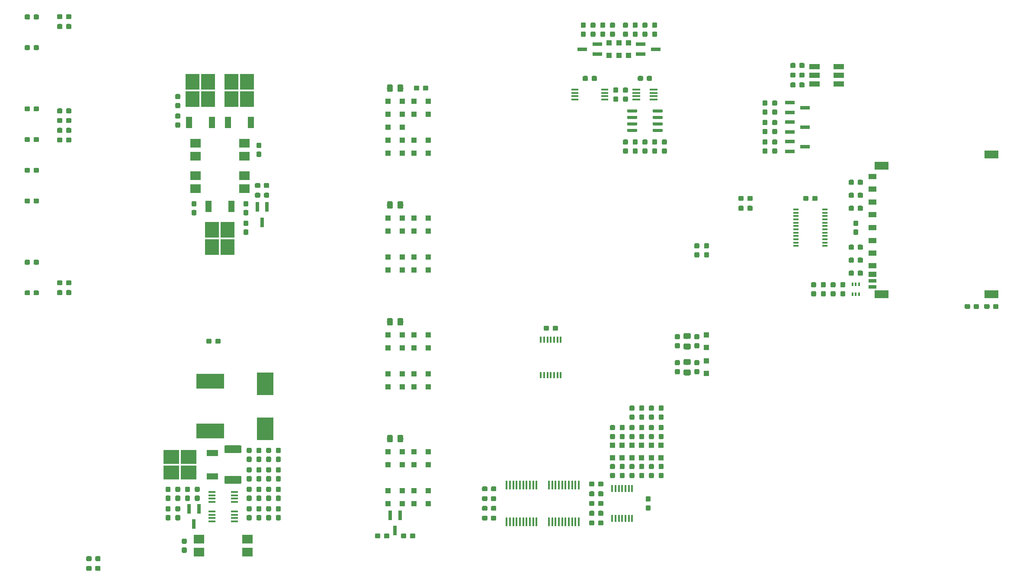
<source format=gbr>
G04 #@! TF.GenerationSoftware,KiCad,Pcbnew,(5.1.4)-1*
G04 #@! TF.CreationDate,2020-03-28T02:45:04-04:00*
G04 #@! TF.ProjectId,quickstep_controller,71756963-6b73-4746-9570-5f636f6e7472,rev?*
G04 #@! TF.SameCoordinates,Original*
G04 #@! TF.FileFunction,Paste,Top*
G04 #@! TF.FilePolarity,Positive*
%FSLAX46Y46*%
G04 Gerber Fmt 4.6, Leading zero omitted, Abs format (unit mm)*
G04 Created by KiCad (PCBNEW (5.1.4)-1) date 2020-03-28 02:45:04*
%MOMM*%
%LPD*%
G04 APERTURE LIST*
%ADD10C,0.100000*%
%ADD11C,0.950000*%
%ADD12R,0.450000X1.450000*%
%ADD13R,0.400000X1.200000*%
%ADD14R,1.100000X1.100000*%
%ADD15C,1.525000*%
%ADD16R,2.750000X3.050000*%
%ADD17R,1.200000X2.200000*%
%ADD18R,3.050000X2.750000*%
%ADD19R,2.200000X1.200000*%
%ADD20R,1.100000X0.400000*%
%ADD21R,2.800000X1.500000*%
%ADD22R,1.500000X0.700000*%
%ADD23R,1.500000X1.000000*%
%ADD24R,1.450000X0.450000*%
%ADD25R,2.000000X1.780000*%
%ADD26R,0.450000X1.750000*%
%ADD27C,0.600000*%
%ADD28R,1.600000X0.300000*%
%ADD29R,0.400000X0.650000*%
%ADD30R,0.800000X1.900000*%
%ADD31R,1.900000X0.800000*%
%ADD32R,5.400000X2.900000*%
%ADD33R,1.000000X1.000000*%
%ADD34R,3.300000X4.500000*%
%ADD35R,2.000000X1.100000*%
%ADD36C,1.150000*%
G04 APERTURE END LIST*
D10*
G36*
X219765779Y-133956144D02*
G01*
X219788834Y-133959563D01*
X219811443Y-133965227D01*
X219833387Y-133973079D01*
X219854457Y-133983044D01*
X219874448Y-133995026D01*
X219893168Y-134008910D01*
X219910438Y-134024562D01*
X219926090Y-134041832D01*
X219939974Y-134060552D01*
X219951956Y-134080543D01*
X219961921Y-134101613D01*
X219969773Y-134123557D01*
X219975437Y-134146166D01*
X219978856Y-134169221D01*
X219980000Y-134192500D01*
X219980000Y-134667500D01*
X219978856Y-134690779D01*
X219975437Y-134713834D01*
X219969773Y-134736443D01*
X219961921Y-134758387D01*
X219951956Y-134779457D01*
X219939974Y-134799448D01*
X219926090Y-134818168D01*
X219910438Y-134835438D01*
X219893168Y-134851090D01*
X219874448Y-134864974D01*
X219854457Y-134876956D01*
X219833387Y-134886921D01*
X219811443Y-134894773D01*
X219788834Y-134900437D01*
X219765779Y-134903856D01*
X219742500Y-134905000D01*
X219167500Y-134905000D01*
X219144221Y-134903856D01*
X219121166Y-134900437D01*
X219098557Y-134894773D01*
X219076613Y-134886921D01*
X219055543Y-134876956D01*
X219035552Y-134864974D01*
X219016832Y-134851090D01*
X218999562Y-134835438D01*
X218983910Y-134818168D01*
X218970026Y-134799448D01*
X218958044Y-134779457D01*
X218948079Y-134758387D01*
X218940227Y-134736443D01*
X218934563Y-134713834D01*
X218931144Y-134690779D01*
X218930000Y-134667500D01*
X218930000Y-134192500D01*
X218931144Y-134169221D01*
X218934563Y-134146166D01*
X218940227Y-134123557D01*
X218948079Y-134101613D01*
X218958044Y-134080543D01*
X218970026Y-134060552D01*
X218983910Y-134041832D01*
X218999562Y-134024562D01*
X219016832Y-134008910D01*
X219035552Y-133995026D01*
X219055543Y-133983044D01*
X219076613Y-133973079D01*
X219098557Y-133965227D01*
X219121166Y-133959563D01*
X219144221Y-133956144D01*
X219167500Y-133955000D01*
X219742500Y-133955000D01*
X219765779Y-133956144D01*
X219765779Y-133956144D01*
G37*
D11*
X219455000Y-134430000D03*
D10*
G36*
X218015779Y-133956144D02*
G01*
X218038834Y-133959563D01*
X218061443Y-133965227D01*
X218083387Y-133973079D01*
X218104457Y-133983044D01*
X218124448Y-133995026D01*
X218143168Y-134008910D01*
X218160438Y-134024562D01*
X218176090Y-134041832D01*
X218189974Y-134060552D01*
X218201956Y-134080543D01*
X218211921Y-134101613D01*
X218219773Y-134123557D01*
X218225437Y-134146166D01*
X218228856Y-134169221D01*
X218230000Y-134192500D01*
X218230000Y-134667500D01*
X218228856Y-134690779D01*
X218225437Y-134713834D01*
X218219773Y-134736443D01*
X218211921Y-134758387D01*
X218201956Y-134779457D01*
X218189974Y-134799448D01*
X218176090Y-134818168D01*
X218160438Y-134835438D01*
X218143168Y-134851090D01*
X218124448Y-134864974D01*
X218104457Y-134876956D01*
X218083387Y-134886921D01*
X218061443Y-134894773D01*
X218038834Y-134900437D01*
X218015779Y-134903856D01*
X217992500Y-134905000D01*
X217417500Y-134905000D01*
X217394221Y-134903856D01*
X217371166Y-134900437D01*
X217348557Y-134894773D01*
X217326613Y-134886921D01*
X217305543Y-134876956D01*
X217285552Y-134864974D01*
X217266832Y-134851090D01*
X217249562Y-134835438D01*
X217233910Y-134818168D01*
X217220026Y-134799448D01*
X217208044Y-134779457D01*
X217198079Y-134758387D01*
X217190227Y-134736443D01*
X217184563Y-134713834D01*
X217181144Y-134690779D01*
X217180000Y-134667500D01*
X217180000Y-134192500D01*
X217181144Y-134169221D01*
X217184563Y-134146166D01*
X217190227Y-134123557D01*
X217198079Y-134101613D01*
X217208044Y-134080543D01*
X217220026Y-134060552D01*
X217233910Y-134041832D01*
X217249562Y-134024562D01*
X217266832Y-134008910D01*
X217285552Y-133995026D01*
X217305543Y-133983044D01*
X217326613Y-133973079D01*
X217348557Y-133965227D01*
X217371166Y-133959563D01*
X217394221Y-133956144D01*
X217417500Y-133955000D01*
X217992500Y-133955000D01*
X218015779Y-133956144D01*
X218015779Y-133956144D01*
G37*
D11*
X217705000Y-134430000D03*
D10*
G36*
X141815779Y-156026144D02*
G01*
X141838834Y-156029563D01*
X141861443Y-156035227D01*
X141883387Y-156043079D01*
X141904457Y-156053044D01*
X141924448Y-156065026D01*
X141943168Y-156078910D01*
X141960438Y-156094562D01*
X141976090Y-156111832D01*
X141989974Y-156130552D01*
X142001956Y-156150543D01*
X142011921Y-156171613D01*
X142019773Y-156193557D01*
X142025437Y-156216166D01*
X142028856Y-156239221D01*
X142030000Y-156262500D01*
X142030000Y-156737500D01*
X142028856Y-156760779D01*
X142025437Y-156783834D01*
X142019773Y-156806443D01*
X142011921Y-156828387D01*
X142001956Y-156849457D01*
X141989974Y-156869448D01*
X141976090Y-156888168D01*
X141960438Y-156905438D01*
X141943168Y-156921090D01*
X141924448Y-156934974D01*
X141904457Y-156946956D01*
X141883387Y-156956921D01*
X141861443Y-156964773D01*
X141838834Y-156970437D01*
X141815779Y-156973856D01*
X141792500Y-156975000D01*
X141217500Y-156975000D01*
X141194221Y-156973856D01*
X141171166Y-156970437D01*
X141148557Y-156964773D01*
X141126613Y-156956921D01*
X141105543Y-156946956D01*
X141085552Y-156934974D01*
X141066832Y-156921090D01*
X141049562Y-156905438D01*
X141033910Y-156888168D01*
X141020026Y-156869448D01*
X141008044Y-156849457D01*
X140998079Y-156828387D01*
X140990227Y-156806443D01*
X140984563Y-156783834D01*
X140981144Y-156760779D01*
X140980000Y-156737500D01*
X140980000Y-156262500D01*
X140981144Y-156239221D01*
X140984563Y-156216166D01*
X140990227Y-156193557D01*
X140998079Y-156171613D01*
X141008044Y-156150543D01*
X141020026Y-156130552D01*
X141033910Y-156111832D01*
X141049562Y-156094562D01*
X141066832Y-156078910D01*
X141085552Y-156065026D01*
X141105543Y-156053044D01*
X141126613Y-156043079D01*
X141148557Y-156035227D01*
X141171166Y-156029563D01*
X141194221Y-156026144D01*
X141217500Y-156025000D01*
X141792500Y-156025000D01*
X141815779Y-156026144D01*
X141815779Y-156026144D01*
G37*
D11*
X141505000Y-156500000D03*
D10*
G36*
X143565779Y-156026144D02*
G01*
X143588834Y-156029563D01*
X143611443Y-156035227D01*
X143633387Y-156043079D01*
X143654457Y-156053044D01*
X143674448Y-156065026D01*
X143693168Y-156078910D01*
X143710438Y-156094562D01*
X143726090Y-156111832D01*
X143739974Y-156130552D01*
X143751956Y-156150543D01*
X143761921Y-156171613D01*
X143769773Y-156193557D01*
X143775437Y-156216166D01*
X143778856Y-156239221D01*
X143780000Y-156262500D01*
X143780000Y-156737500D01*
X143778856Y-156760779D01*
X143775437Y-156783834D01*
X143769773Y-156806443D01*
X143761921Y-156828387D01*
X143751956Y-156849457D01*
X143739974Y-156869448D01*
X143726090Y-156888168D01*
X143710438Y-156905438D01*
X143693168Y-156921090D01*
X143674448Y-156934974D01*
X143654457Y-156946956D01*
X143633387Y-156956921D01*
X143611443Y-156964773D01*
X143588834Y-156970437D01*
X143565779Y-156973856D01*
X143542500Y-156975000D01*
X142967500Y-156975000D01*
X142944221Y-156973856D01*
X142921166Y-156970437D01*
X142898557Y-156964773D01*
X142876613Y-156956921D01*
X142855543Y-156946956D01*
X142835552Y-156934974D01*
X142816832Y-156921090D01*
X142799562Y-156905438D01*
X142783910Y-156888168D01*
X142770026Y-156869448D01*
X142758044Y-156849457D01*
X142748079Y-156828387D01*
X142740227Y-156806443D01*
X142734563Y-156783834D01*
X142731144Y-156760779D01*
X142730000Y-156737500D01*
X142730000Y-156262500D01*
X142731144Y-156239221D01*
X142734563Y-156216166D01*
X142740227Y-156193557D01*
X142748079Y-156171613D01*
X142758044Y-156150543D01*
X142770026Y-156130552D01*
X142783910Y-156111832D01*
X142799562Y-156094562D01*
X142816832Y-156078910D01*
X142835552Y-156065026D01*
X142855543Y-156053044D01*
X142876613Y-156043079D01*
X142898557Y-156035227D01*
X142921166Y-156029563D01*
X142944221Y-156026144D01*
X142967500Y-156025000D01*
X143542500Y-156025000D01*
X143565779Y-156026144D01*
X143565779Y-156026144D01*
G37*
D11*
X143255000Y-156500000D03*
D10*
G36*
X148165779Y-172056144D02*
G01*
X148188834Y-172059563D01*
X148211443Y-172065227D01*
X148233387Y-172073079D01*
X148254457Y-172083044D01*
X148274448Y-172095026D01*
X148293168Y-172108910D01*
X148310438Y-172124562D01*
X148326090Y-172141832D01*
X148339974Y-172160552D01*
X148351956Y-172180543D01*
X148361921Y-172201613D01*
X148369773Y-172223557D01*
X148375437Y-172246166D01*
X148378856Y-172269221D01*
X148380000Y-172292500D01*
X148380000Y-172767500D01*
X148378856Y-172790779D01*
X148375437Y-172813834D01*
X148369773Y-172836443D01*
X148361921Y-172858387D01*
X148351956Y-172879457D01*
X148339974Y-172899448D01*
X148326090Y-172918168D01*
X148310438Y-172935438D01*
X148293168Y-172951090D01*
X148274448Y-172964974D01*
X148254457Y-172976956D01*
X148233387Y-172986921D01*
X148211443Y-172994773D01*
X148188834Y-173000437D01*
X148165779Y-173003856D01*
X148142500Y-173005000D01*
X147567500Y-173005000D01*
X147544221Y-173003856D01*
X147521166Y-173000437D01*
X147498557Y-172994773D01*
X147476613Y-172986921D01*
X147455543Y-172976956D01*
X147435552Y-172964974D01*
X147416832Y-172951090D01*
X147399562Y-172935438D01*
X147383910Y-172918168D01*
X147370026Y-172899448D01*
X147358044Y-172879457D01*
X147348079Y-172858387D01*
X147340227Y-172836443D01*
X147334563Y-172813834D01*
X147331144Y-172790779D01*
X147330000Y-172767500D01*
X147330000Y-172292500D01*
X147331144Y-172269221D01*
X147334563Y-172246166D01*
X147340227Y-172223557D01*
X147348079Y-172201613D01*
X147358044Y-172180543D01*
X147370026Y-172160552D01*
X147383910Y-172141832D01*
X147399562Y-172124562D01*
X147416832Y-172108910D01*
X147435552Y-172095026D01*
X147455543Y-172083044D01*
X147476613Y-172073079D01*
X147498557Y-172065227D01*
X147521166Y-172059563D01*
X147544221Y-172056144D01*
X147567500Y-172055000D01*
X148142500Y-172055000D01*
X148165779Y-172056144D01*
X148165779Y-172056144D01*
G37*
D11*
X147855000Y-172530000D03*
D10*
G36*
X149915779Y-172056144D02*
G01*
X149938834Y-172059563D01*
X149961443Y-172065227D01*
X149983387Y-172073079D01*
X150004457Y-172083044D01*
X150024448Y-172095026D01*
X150043168Y-172108910D01*
X150060438Y-172124562D01*
X150076090Y-172141832D01*
X150089974Y-172160552D01*
X150101956Y-172180543D01*
X150111921Y-172201613D01*
X150119773Y-172223557D01*
X150125437Y-172246166D01*
X150128856Y-172269221D01*
X150130000Y-172292500D01*
X150130000Y-172767500D01*
X150128856Y-172790779D01*
X150125437Y-172813834D01*
X150119773Y-172836443D01*
X150111921Y-172858387D01*
X150101956Y-172879457D01*
X150089974Y-172899448D01*
X150076090Y-172918168D01*
X150060438Y-172935438D01*
X150043168Y-172951090D01*
X150024448Y-172964974D01*
X150004457Y-172976956D01*
X149983387Y-172986921D01*
X149961443Y-172994773D01*
X149938834Y-173000437D01*
X149915779Y-173003856D01*
X149892500Y-173005000D01*
X149317500Y-173005000D01*
X149294221Y-173003856D01*
X149271166Y-173000437D01*
X149248557Y-172994773D01*
X149226613Y-172986921D01*
X149205543Y-172976956D01*
X149185552Y-172964974D01*
X149166832Y-172951090D01*
X149149562Y-172935438D01*
X149133910Y-172918168D01*
X149120026Y-172899448D01*
X149108044Y-172879457D01*
X149098079Y-172858387D01*
X149090227Y-172836443D01*
X149084563Y-172813834D01*
X149081144Y-172790779D01*
X149080000Y-172767500D01*
X149080000Y-172292500D01*
X149081144Y-172269221D01*
X149084563Y-172246166D01*
X149090227Y-172223557D01*
X149098079Y-172201613D01*
X149108044Y-172180543D01*
X149120026Y-172160552D01*
X149133910Y-172141832D01*
X149149562Y-172124562D01*
X149166832Y-172108910D01*
X149185552Y-172095026D01*
X149205543Y-172083044D01*
X149226613Y-172073079D01*
X149248557Y-172065227D01*
X149271166Y-172059563D01*
X149294221Y-172056144D01*
X149317500Y-172055000D01*
X149892500Y-172055000D01*
X149915779Y-172056144D01*
X149915779Y-172056144D01*
G37*
D11*
X149605000Y-172530000D03*
D10*
G36*
X148165779Y-173961144D02*
G01*
X148188834Y-173964563D01*
X148211443Y-173970227D01*
X148233387Y-173978079D01*
X148254457Y-173988044D01*
X148274448Y-174000026D01*
X148293168Y-174013910D01*
X148310438Y-174029562D01*
X148326090Y-174046832D01*
X148339974Y-174065552D01*
X148351956Y-174085543D01*
X148361921Y-174106613D01*
X148369773Y-174128557D01*
X148375437Y-174151166D01*
X148378856Y-174174221D01*
X148380000Y-174197500D01*
X148380000Y-174672500D01*
X148378856Y-174695779D01*
X148375437Y-174718834D01*
X148369773Y-174741443D01*
X148361921Y-174763387D01*
X148351956Y-174784457D01*
X148339974Y-174804448D01*
X148326090Y-174823168D01*
X148310438Y-174840438D01*
X148293168Y-174856090D01*
X148274448Y-174869974D01*
X148254457Y-174881956D01*
X148233387Y-174891921D01*
X148211443Y-174899773D01*
X148188834Y-174905437D01*
X148165779Y-174908856D01*
X148142500Y-174910000D01*
X147567500Y-174910000D01*
X147544221Y-174908856D01*
X147521166Y-174905437D01*
X147498557Y-174899773D01*
X147476613Y-174891921D01*
X147455543Y-174881956D01*
X147435552Y-174869974D01*
X147416832Y-174856090D01*
X147399562Y-174840438D01*
X147383910Y-174823168D01*
X147370026Y-174804448D01*
X147358044Y-174784457D01*
X147348079Y-174763387D01*
X147340227Y-174741443D01*
X147334563Y-174718834D01*
X147331144Y-174695779D01*
X147330000Y-174672500D01*
X147330000Y-174197500D01*
X147331144Y-174174221D01*
X147334563Y-174151166D01*
X147340227Y-174128557D01*
X147348079Y-174106613D01*
X147358044Y-174085543D01*
X147370026Y-174065552D01*
X147383910Y-174046832D01*
X147399562Y-174029562D01*
X147416832Y-174013910D01*
X147435552Y-174000026D01*
X147455543Y-173988044D01*
X147476613Y-173978079D01*
X147498557Y-173970227D01*
X147521166Y-173964563D01*
X147544221Y-173961144D01*
X147567500Y-173960000D01*
X148142500Y-173960000D01*
X148165779Y-173961144D01*
X148165779Y-173961144D01*
G37*
D11*
X147855000Y-174435000D03*
D10*
G36*
X149915779Y-173961144D02*
G01*
X149938834Y-173964563D01*
X149961443Y-173970227D01*
X149983387Y-173978079D01*
X150004457Y-173988044D01*
X150024448Y-174000026D01*
X150043168Y-174013910D01*
X150060438Y-174029562D01*
X150076090Y-174046832D01*
X150089974Y-174065552D01*
X150101956Y-174085543D01*
X150111921Y-174106613D01*
X150119773Y-174128557D01*
X150125437Y-174151166D01*
X150128856Y-174174221D01*
X150130000Y-174197500D01*
X150130000Y-174672500D01*
X150128856Y-174695779D01*
X150125437Y-174718834D01*
X150119773Y-174741443D01*
X150111921Y-174763387D01*
X150101956Y-174784457D01*
X150089974Y-174804448D01*
X150076090Y-174823168D01*
X150060438Y-174840438D01*
X150043168Y-174856090D01*
X150024448Y-174869974D01*
X150004457Y-174881956D01*
X149983387Y-174891921D01*
X149961443Y-174899773D01*
X149938834Y-174905437D01*
X149915779Y-174908856D01*
X149892500Y-174910000D01*
X149317500Y-174910000D01*
X149294221Y-174908856D01*
X149271166Y-174905437D01*
X149248557Y-174899773D01*
X149226613Y-174891921D01*
X149205543Y-174881956D01*
X149185552Y-174869974D01*
X149166832Y-174856090D01*
X149149562Y-174840438D01*
X149133910Y-174823168D01*
X149120026Y-174804448D01*
X149108044Y-174784457D01*
X149098079Y-174763387D01*
X149090227Y-174741443D01*
X149084563Y-174718834D01*
X149081144Y-174695779D01*
X149080000Y-174672500D01*
X149080000Y-174197500D01*
X149081144Y-174174221D01*
X149084563Y-174151166D01*
X149090227Y-174128557D01*
X149098079Y-174106613D01*
X149108044Y-174085543D01*
X149120026Y-174065552D01*
X149133910Y-174046832D01*
X149149562Y-174029562D01*
X149166832Y-174013910D01*
X149185552Y-174000026D01*
X149205543Y-173988044D01*
X149226613Y-173978079D01*
X149248557Y-173970227D01*
X149271166Y-173964563D01*
X149294221Y-173961144D01*
X149317500Y-173960000D01*
X149892500Y-173960000D01*
X149915779Y-173961144D01*
X149915779Y-173961144D01*
G37*
D11*
X149605000Y-174435000D03*
D10*
G36*
X155630779Y-226031144D02*
G01*
X155653834Y-226034563D01*
X155676443Y-226040227D01*
X155698387Y-226048079D01*
X155719457Y-226058044D01*
X155739448Y-226070026D01*
X155758168Y-226083910D01*
X155775438Y-226099562D01*
X155791090Y-226116832D01*
X155804974Y-226135552D01*
X155816956Y-226155543D01*
X155826921Y-226176613D01*
X155834773Y-226198557D01*
X155840437Y-226221166D01*
X155843856Y-226244221D01*
X155845000Y-226267500D01*
X155845000Y-226742500D01*
X155843856Y-226765779D01*
X155840437Y-226788834D01*
X155834773Y-226811443D01*
X155826921Y-226833387D01*
X155816956Y-226854457D01*
X155804974Y-226874448D01*
X155791090Y-226893168D01*
X155775438Y-226910438D01*
X155758168Y-226926090D01*
X155739448Y-226939974D01*
X155719457Y-226951956D01*
X155698387Y-226961921D01*
X155676443Y-226969773D01*
X155653834Y-226975437D01*
X155630779Y-226978856D01*
X155607500Y-226980000D01*
X155032500Y-226980000D01*
X155009221Y-226978856D01*
X154986166Y-226975437D01*
X154963557Y-226969773D01*
X154941613Y-226961921D01*
X154920543Y-226951956D01*
X154900552Y-226939974D01*
X154881832Y-226926090D01*
X154864562Y-226910438D01*
X154848910Y-226893168D01*
X154835026Y-226874448D01*
X154823044Y-226854457D01*
X154813079Y-226833387D01*
X154805227Y-226811443D01*
X154799563Y-226788834D01*
X154796144Y-226765779D01*
X154795000Y-226742500D01*
X154795000Y-226267500D01*
X154796144Y-226244221D01*
X154799563Y-226221166D01*
X154805227Y-226198557D01*
X154813079Y-226176613D01*
X154823044Y-226155543D01*
X154835026Y-226135552D01*
X154848910Y-226116832D01*
X154864562Y-226099562D01*
X154881832Y-226083910D01*
X154900552Y-226070026D01*
X154920543Y-226058044D01*
X154941613Y-226048079D01*
X154963557Y-226040227D01*
X154986166Y-226034563D01*
X155009221Y-226031144D01*
X155032500Y-226030000D01*
X155607500Y-226030000D01*
X155630779Y-226031144D01*
X155630779Y-226031144D01*
G37*
D11*
X155320000Y-226505000D03*
D10*
G36*
X153880779Y-226031144D02*
G01*
X153903834Y-226034563D01*
X153926443Y-226040227D01*
X153948387Y-226048079D01*
X153969457Y-226058044D01*
X153989448Y-226070026D01*
X154008168Y-226083910D01*
X154025438Y-226099562D01*
X154041090Y-226116832D01*
X154054974Y-226135552D01*
X154066956Y-226155543D01*
X154076921Y-226176613D01*
X154084773Y-226198557D01*
X154090437Y-226221166D01*
X154093856Y-226244221D01*
X154095000Y-226267500D01*
X154095000Y-226742500D01*
X154093856Y-226765779D01*
X154090437Y-226788834D01*
X154084773Y-226811443D01*
X154076921Y-226833387D01*
X154066956Y-226854457D01*
X154054974Y-226874448D01*
X154041090Y-226893168D01*
X154025438Y-226910438D01*
X154008168Y-226926090D01*
X153989448Y-226939974D01*
X153969457Y-226951956D01*
X153948387Y-226961921D01*
X153926443Y-226969773D01*
X153903834Y-226975437D01*
X153880779Y-226978856D01*
X153857500Y-226980000D01*
X153282500Y-226980000D01*
X153259221Y-226978856D01*
X153236166Y-226975437D01*
X153213557Y-226969773D01*
X153191613Y-226961921D01*
X153170543Y-226951956D01*
X153150552Y-226939974D01*
X153131832Y-226926090D01*
X153114562Y-226910438D01*
X153098910Y-226893168D01*
X153085026Y-226874448D01*
X153073044Y-226854457D01*
X153063079Y-226833387D01*
X153055227Y-226811443D01*
X153049563Y-226788834D01*
X153046144Y-226765779D01*
X153045000Y-226742500D01*
X153045000Y-226267500D01*
X153046144Y-226244221D01*
X153049563Y-226221166D01*
X153055227Y-226198557D01*
X153063079Y-226176613D01*
X153073044Y-226155543D01*
X153085026Y-226135552D01*
X153098910Y-226116832D01*
X153114562Y-226099562D01*
X153131832Y-226083910D01*
X153150552Y-226070026D01*
X153170543Y-226058044D01*
X153191613Y-226048079D01*
X153213557Y-226040227D01*
X153236166Y-226034563D01*
X153259221Y-226031144D01*
X153282500Y-226030000D01*
X153857500Y-226030000D01*
X153880779Y-226031144D01*
X153880779Y-226031144D01*
G37*
D11*
X153570000Y-226505000D03*
D10*
G36*
X281515779Y-155546144D02*
G01*
X281538834Y-155549563D01*
X281561443Y-155555227D01*
X281583387Y-155563079D01*
X281604457Y-155573044D01*
X281624448Y-155585026D01*
X281643168Y-155598910D01*
X281660438Y-155614562D01*
X281676090Y-155631832D01*
X281689974Y-155650552D01*
X281701956Y-155670543D01*
X281711921Y-155691613D01*
X281719773Y-155713557D01*
X281725437Y-155736166D01*
X281728856Y-155759221D01*
X281730000Y-155782500D01*
X281730000Y-156257500D01*
X281728856Y-156280779D01*
X281725437Y-156303834D01*
X281719773Y-156326443D01*
X281711921Y-156348387D01*
X281701956Y-156369457D01*
X281689974Y-156389448D01*
X281676090Y-156408168D01*
X281660438Y-156425438D01*
X281643168Y-156441090D01*
X281624448Y-156454974D01*
X281604457Y-156466956D01*
X281583387Y-156476921D01*
X281561443Y-156484773D01*
X281538834Y-156490437D01*
X281515779Y-156493856D01*
X281492500Y-156495000D01*
X280917500Y-156495000D01*
X280894221Y-156493856D01*
X280871166Y-156490437D01*
X280848557Y-156484773D01*
X280826613Y-156476921D01*
X280805543Y-156466956D01*
X280785552Y-156454974D01*
X280766832Y-156441090D01*
X280749562Y-156425438D01*
X280733910Y-156408168D01*
X280720026Y-156389448D01*
X280708044Y-156369457D01*
X280698079Y-156348387D01*
X280690227Y-156326443D01*
X280684563Y-156303834D01*
X280681144Y-156280779D01*
X280680000Y-156257500D01*
X280680000Y-155782500D01*
X280681144Y-155759221D01*
X280684563Y-155736166D01*
X280690227Y-155713557D01*
X280698079Y-155691613D01*
X280708044Y-155670543D01*
X280720026Y-155650552D01*
X280733910Y-155631832D01*
X280749562Y-155614562D01*
X280766832Y-155598910D01*
X280785552Y-155585026D01*
X280805543Y-155573044D01*
X280826613Y-155563079D01*
X280848557Y-155555227D01*
X280871166Y-155549563D01*
X280894221Y-155546144D01*
X280917500Y-155545000D01*
X281492500Y-155545000D01*
X281515779Y-155546144D01*
X281515779Y-155546144D01*
G37*
D11*
X281205000Y-156020000D03*
D10*
G36*
X283265779Y-155546144D02*
G01*
X283288834Y-155549563D01*
X283311443Y-155555227D01*
X283333387Y-155563079D01*
X283354457Y-155573044D01*
X283374448Y-155585026D01*
X283393168Y-155598910D01*
X283410438Y-155614562D01*
X283426090Y-155631832D01*
X283439974Y-155650552D01*
X283451956Y-155670543D01*
X283461921Y-155691613D01*
X283469773Y-155713557D01*
X283475437Y-155736166D01*
X283478856Y-155759221D01*
X283480000Y-155782500D01*
X283480000Y-156257500D01*
X283478856Y-156280779D01*
X283475437Y-156303834D01*
X283469773Y-156326443D01*
X283461921Y-156348387D01*
X283451956Y-156369457D01*
X283439974Y-156389448D01*
X283426090Y-156408168D01*
X283410438Y-156425438D01*
X283393168Y-156441090D01*
X283374448Y-156454974D01*
X283354457Y-156466956D01*
X283333387Y-156476921D01*
X283311443Y-156484773D01*
X283288834Y-156490437D01*
X283265779Y-156493856D01*
X283242500Y-156495000D01*
X282667500Y-156495000D01*
X282644221Y-156493856D01*
X282621166Y-156490437D01*
X282598557Y-156484773D01*
X282576613Y-156476921D01*
X282555543Y-156466956D01*
X282535552Y-156454974D01*
X282516832Y-156441090D01*
X282499562Y-156425438D01*
X282483910Y-156408168D01*
X282470026Y-156389448D01*
X282458044Y-156369457D01*
X282448079Y-156348387D01*
X282440227Y-156326443D01*
X282434563Y-156303834D01*
X282431144Y-156280779D01*
X282430000Y-156257500D01*
X282430000Y-155782500D01*
X282431144Y-155759221D01*
X282434563Y-155736166D01*
X282440227Y-155713557D01*
X282448079Y-155691613D01*
X282458044Y-155670543D01*
X282470026Y-155650552D01*
X282483910Y-155631832D01*
X282499562Y-155614562D01*
X282516832Y-155598910D01*
X282535552Y-155585026D01*
X282555543Y-155573044D01*
X282576613Y-155563079D01*
X282598557Y-155555227D01*
X282621166Y-155549563D01*
X282644221Y-155546144D01*
X282667500Y-155545000D01*
X283242500Y-155545000D01*
X283265779Y-155546144D01*
X283265779Y-155546144D01*
G37*
D11*
X282955000Y-156020000D03*
D10*
G36*
X148165779Y-144116144D02*
G01*
X148188834Y-144119563D01*
X148211443Y-144125227D01*
X148233387Y-144133079D01*
X148254457Y-144143044D01*
X148274448Y-144155026D01*
X148293168Y-144168910D01*
X148310438Y-144184562D01*
X148326090Y-144201832D01*
X148339974Y-144220552D01*
X148351956Y-144240543D01*
X148361921Y-144261613D01*
X148369773Y-144283557D01*
X148375437Y-144306166D01*
X148378856Y-144329221D01*
X148380000Y-144352500D01*
X148380000Y-144827500D01*
X148378856Y-144850779D01*
X148375437Y-144873834D01*
X148369773Y-144896443D01*
X148361921Y-144918387D01*
X148351956Y-144939457D01*
X148339974Y-144959448D01*
X148326090Y-144978168D01*
X148310438Y-144995438D01*
X148293168Y-145011090D01*
X148274448Y-145024974D01*
X148254457Y-145036956D01*
X148233387Y-145046921D01*
X148211443Y-145054773D01*
X148188834Y-145060437D01*
X148165779Y-145063856D01*
X148142500Y-145065000D01*
X147567500Y-145065000D01*
X147544221Y-145063856D01*
X147521166Y-145060437D01*
X147498557Y-145054773D01*
X147476613Y-145046921D01*
X147455543Y-145036956D01*
X147435552Y-145024974D01*
X147416832Y-145011090D01*
X147399562Y-144995438D01*
X147383910Y-144978168D01*
X147370026Y-144959448D01*
X147358044Y-144939457D01*
X147348079Y-144918387D01*
X147340227Y-144896443D01*
X147334563Y-144873834D01*
X147331144Y-144850779D01*
X147330000Y-144827500D01*
X147330000Y-144352500D01*
X147331144Y-144329221D01*
X147334563Y-144306166D01*
X147340227Y-144283557D01*
X147348079Y-144261613D01*
X147358044Y-144240543D01*
X147370026Y-144220552D01*
X147383910Y-144201832D01*
X147399562Y-144184562D01*
X147416832Y-144168910D01*
X147435552Y-144155026D01*
X147455543Y-144143044D01*
X147476613Y-144133079D01*
X147498557Y-144125227D01*
X147521166Y-144119563D01*
X147544221Y-144116144D01*
X147567500Y-144115000D01*
X148142500Y-144115000D01*
X148165779Y-144116144D01*
X148165779Y-144116144D01*
G37*
D11*
X147855000Y-144590000D03*
D10*
G36*
X149915779Y-144116144D02*
G01*
X149938834Y-144119563D01*
X149961443Y-144125227D01*
X149983387Y-144133079D01*
X150004457Y-144143044D01*
X150024448Y-144155026D01*
X150043168Y-144168910D01*
X150060438Y-144184562D01*
X150076090Y-144201832D01*
X150089974Y-144220552D01*
X150101956Y-144240543D01*
X150111921Y-144261613D01*
X150119773Y-144283557D01*
X150125437Y-144306166D01*
X150128856Y-144329221D01*
X150130000Y-144352500D01*
X150130000Y-144827500D01*
X150128856Y-144850779D01*
X150125437Y-144873834D01*
X150119773Y-144896443D01*
X150111921Y-144918387D01*
X150101956Y-144939457D01*
X150089974Y-144959448D01*
X150076090Y-144978168D01*
X150060438Y-144995438D01*
X150043168Y-145011090D01*
X150024448Y-145024974D01*
X150004457Y-145036956D01*
X149983387Y-145046921D01*
X149961443Y-145054773D01*
X149938834Y-145060437D01*
X149915779Y-145063856D01*
X149892500Y-145065000D01*
X149317500Y-145065000D01*
X149294221Y-145063856D01*
X149271166Y-145060437D01*
X149248557Y-145054773D01*
X149226613Y-145046921D01*
X149205543Y-145036956D01*
X149185552Y-145024974D01*
X149166832Y-145011090D01*
X149149562Y-144995438D01*
X149133910Y-144978168D01*
X149120026Y-144959448D01*
X149108044Y-144939457D01*
X149098079Y-144918387D01*
X149090227Y-144896443D01*
X149084563Y-144873834D01*
X149081144Y-144850779D01*
X149080000Y-144827500D01*
X149080000Y-144352500D01*
X149081144Y-144329221D01*
X149084563Y-144306166D01*
X149090227Y-144283557D01*
X149098079Y-144261613D01*
X149108044Y-144240543D01*
X149120026Y-144220552D01*
X149133910Y-144201832D01*
X149149562Y-144184562D01*
X149166832Y-144168910D01*
X149185552Y-144155026D01*
X149205543Y-144143044D01*
X149226613Y-144133079D01*
X149248557Y-144125227D01*
X149271166Y-144119563D01*
X149294221Y-144116144D01*
X149317500Y-144115000D01*
X149892500Y-144115000D01*
X149915779Y-144116144D01*
X149915779Y-144116144D01*
G37*
D11*
X149605000Y-144590000D03*
D10*
G36*
X148165779Y-142211144D02*
G01*
X148188834Y-142214563D01*
X148211443Y-142220227D01*
X148233387Y-142228079D01*
X148254457Y-142238044D01*
X148274448Y-142250026D01*
X148293168Y-142263910D01*
X148310438Y-142279562D01*
X148326090Y-142296832D01*
X148339974Y-142315552D01*
X148351956Y-142335543D01*
X148361921Y-142356613D01*
X148369773Y-142378557D01*
X148375437Y-142401166D01*
X148378856Y-142424221D01*
X148380000Y-142447500D01*
X148380000Y-142922500D01*
X148378856Y-142945779D01*
X148375437Y-142968834D01*
X148369773Y-142991443D01*
X148361921Y-143013387D01*
X148351956Y-143034457D01*
X148339974Y-143054448D01*
X148326090Y-143073168D01*
X148310438Y-143090438D01*
X148293168Y-143106090D01*
X148274448Y-143119974D01*
X148254457Y-143131956D01*
X148233387Y-143141921D01*
X148211443Y-143149773D01*
X148188834Y-143155437D01*
X148165779Y-143158856D01*
X148142500Y-143160000D01*
X147567500Y-143160000D01*
X147544221Y-143158856D01*
X147521166Y-143155437D01*
X147498557Y-143149773D01*
X147476613Y-143141921D01*
X147455543Y-143131956D01*
X147435552Y-143119974D01*
X147416832Y-143106090D01*
X147399562Y-143090438D01*
X147383910Y-143073168D01*
X147370026Y-143054448D01*
X147358044Y-143034457D01*
X147348079Y-143013387D01*
X147340227Y-142991443D01*
X147334563Y-142968834D01*
X147331144Y-142945779D01*
X147330000Y-142922500D01*
X147330000Y-142447500D01*
X147331144Y-142424221D01*
X147334563Y-142401166D01*
X147340227Y-142378557D01*
X147348079Y-142356613D01*
X147358044Y-142335543D01*
X147370026Y-142315552D01*
X147383910Y-142296832D01*
X147399562Y-142279562D01*
X147416832Y-142263910D01*
X147435552Y-142250026D01*
X147455543Y-142238044D01*
X147476613Y-142228079D01*
X147498557Y-142220227D01*
X147521166Y-142214563D01*
X147544221Y-142211144D01*
X147567500Y-142210000D01*
X148142500Y-142210000D01*
X148165779Y-142211144D01*
X148165779Y-142211144D01*
G37*
D11*
X147855000Y-142685000D03*
D10*
G36*
X149915779Y-142211144D02*
G01*
X149938834Y-142214563D01*
X149961443Y-142220227D01*
X149983387Y-142228079D01*
X150004457Y-142238044D01*
X150024448Y-142250026D01*
X150043168Y-142263910D01*
X150060438Y-142279562D01*
X150076090Y-142296832D01*
X150089974Y-142315552D01*
X150101956Y-142335543D01*
X150111921Y-142356613D01*
X150119773Y-142378557D01*
X150125437Y-142401166D01*
X150128856Y-142424221D01*
X150130000Y-142447500D01*
X150130000Y-142922500D01*
X150128856Y-142945779D01*
X150125437Y-142968834D01*
X150119773Y-142991443D01*
X150111921Y-143013387D01*
X150101956Y-143034457D01*
X150089974Y-143054448D01*
X150076090Y-143073168D01*
X150060438Y-143090438D01*
X150043168Y-143106090D01*
X150024448Y-143119974D01*
X150004457Y-143131956D01*
X149983387Y-143141921D01*
X149961443Y-143149773D01*
X149938834Y-143155437D01*
X149915779Y-143158856D01*
X149892500Y-143160000D01*
X149317500Y-143160000D01*
X149294221Y-143158856D01*
X149271166Y-143155437D01*
X149248557Y-143149773D01*
X149226613Y-143141921D01*
X149205543Y-143131956D01*
X149185552Y-143119974D01*
X149166832Y-143106090D01*
X149149562Y-143090438D01*
X149133910Y-143073168D01*
X149120026Y-143054448D01*
X149108044Y-143034457D01*
X149098079Y-143013387D01*
X149090227Y-142991443D01*
X149084563Y-142968834D01*
X149081144Y-142945779D01*
X149080000Y-142922500D01*
X149080000Y-142447500D01*
X149081144Y-142424221D01*
X149084563Y-142401166D01*
X149090227Y-142378557D01*
X149098079Y-142356613D01*
X149108044Y-142335543D01*
X149120026Y-142315552D01*
X149133910Y-142296832D01*
X149149562Y-142279562D01*
X149166832Y-142263910D01*
X149185552Y-142250026D01*
X149205543Y-142238044D01*
X149226613Y-142228079D01*
X149248557Y-142220227D01*
X149271166Y-142214563D01*
X149294221Y-142211144D01*
X149317500Y-142210000D01*
X149892500Y-142210000D01*
X149915779Y-142211144D01*
X149915779Y-142211144D01*
G37*
D11*
X149605000Y-142685000D03*
D10*
G36*
X148165779Y-140306144D02*
G01*
X148188834Y-140309563D01*
X148211443Y-140315227D01*
X148233387Y-140323079D01*
X148254457Y-140333044D01*
X148274448Y-140345026D01*
X148293168Y-140358910D01*
X148310438Y-140374562D01*
X148326090Y-140391832D01*
X148339974Y-140410552D01*
X148351956Y-140430543D01*
X148361921Y-140451613D01*
X148369773Y-140473557D01*
X148375437Y-140496166D01*
X148378856Y-140519221D01*
X148380000Y-140542500D01*
X148380000Y-141017500D01*
X148378856Y-141040779D01*
X148375437Y-141063834D01*
X148369773Y-141086443D01*
X148361921Y-141108387D01*
X148351956Y-141129457D01*
X148339974Y-141149448D01*
X148326090Y-141168168D01*
X148310438Y-141185438D01*
X148293168Y-141201090D01*
X148274448Y-141214974D01*
X148254457Y-141226956D01*
X148233387Y-141236921D01*
X148211443Y-141244773D01*
X148188834Y-141250437D01*
X148165779Y-141253856D01*
X148142500Y-141255000D01*
X147567500Y-141255000D01*
X147544221Y-141253856D01*
X147521166Y-141250437D01*
X147498557Y-141244773D01*
X147476613Y-141236921D01*
X147455543Y-141226956D01*
X147435552Y-141214974D01*
X147416832Y-141201090D01*
X147399562Y-141185438D01*
X147383910Y-141168168D01*
X147370026Y-141149448D01*
X147358044Y-141129457D01*
X147348079Y-141108387D01*
X147340227Y-141086443D01*
X147334563Y-141063834D01*
X147331144Y-141040779D01*
X147330000Y-141017500D01*
X147330000Y-140542500D01*
X147331144Y-140519221D01*
X147334563Y-140496166D01*
X147340227Y-140473557D01*
X147348079Y-140451613D01*
X147358044Y-140430543D01*
X147370026Y-140410552D01*
X147383910Y-140391832D01*
X147399562Y-140374562D01*
X147416832Y-140358910D01*
X147435552Y-140345026D01*
X147455543Y-140333044D01*
X147476613Y-140323079D01*
X147498557Y-140315227D01*
X147521166Y-140309563D01*
X147544221Y-140306144D01*
X147567500Y-140305000D01*
X148142500Y-140305000D01*
X148165779Y-140306144D01*
X148165779Y-140306144D01*
G37*
D11*
X147855000Y-140780000D03*
D10*
G36*
X149915779Y-140306144D02*
G01*
X149938834Y-140309563D01*
X149961443Y-140315227D01*
X149983387Y-140323079D01*
X150004457Y-140333044D01*
X150024448Y-140345026D01*
X150043168Y-140358910D01*
X150060438Y-140374562D01*
X150076090Y-140391832D01*
X150089974Y-140410552D01*
X150101956Y-140430543D01*
X150111921Y-140451613D01*
X150119773Y-140473557D01*
X150125437Y-140496166D01*
X150128856Y-140519221D01*
X150130000Y-140542500D01*
X150130000Y-141017500D01*
X150128856Y-141040779D01*
X150125437Y-141063834D01*
X150119773Y-141086443D01*
X150111921Y-141108387D01*
X150101956Y-141129457D01*
X150089974Y-141149448D01*
X150076090Y-141168168D01*
X150060438Y-141185438D01*
X150043168Y-141201090D01*
X150024448Y-141214974D01*
X150004457Y-141226956D01*
X149983387Y-141236921D01*
X149961443Y-141244773D01*
X149938834Y-141250437D01*
X149915779Y-141253856D01*
X149892500Y-141255000D01*
X149317500Y-141255000D01*
X149294221Y-141253856D01*
X149271166Y-141250437D01*
X149248557Y-141244773D01*
X149226613Y-141236921D01*
X149205543Y-141226956D01*
X149185552Y-141214974D01*
X149166832Y-141201090D01*
X149149562Y-141185438D01*
X149133910Y-141168168D01*
X149120026Y-141149448D01*
X149108044Y-141129457D01*
X149098079Y-141108387D01*
X149090227Y-141086443D01*
X149084563Y-141063834D01*
X149081144Y-141040779D01*
X149080000Y-141017500D01*
X149080000Y-140542500D01*
X149081144Y-140519221D01*
X149084563Y-140496166D01*
X149090227Y-140473557D01*
X149098079Y-140451613D01*
X149108044Y-140430543D01*
X149120026Y-140410552D01*
X149133910Y-140391832D01*
X149149562Y-140374562D01*
X149166832Y-140358910D01*
X149185552Y-140345026D01*
X149205543Y-140333044D01*
X149226613Y-140323079D01*
X149248557Y-140315227D01*
X149271166Y-140309563D01*
X149294221Y-140306144D01*
X149317500Y-140305000D01*
X149892500Y-140305000D01*
X149915779Y-140306144D01*
X149915779Y-140306144D01*
G37*
D11*
X149605000Y-140780000D03*
D10*
G36*
X148165779Y-138401144D02*
G01*
X148188834Y-138404563D01*
X148211443Y-138410227D01*
X148233387Y-138418079D01*
X148254457Y-138428044D01*
X148274448Y-138440026D01*
X148293168Y-138453910D01*
X148310438Y-138469562D01*
X148326090Y-138486832D01*
X148339974Y-138505552D01*
X148351956Y-138525543D01*
X148361921Y-138546613D01*
X148369773Y-138568557D01*
X148375437Y-138591166D01*
X148378856Y-138614221D01*
X148380000Y-138637500D01*
X148380000Y-139112500D01*
X148378856Y-139135779D01*
X148375437Y-139158834D01*
X148369773Y-139181443D01*
X148361921Y-139203387D01*
X148351956Y-139224457D01*
X148339974Y-139244448D01*
X148326090Y-139263168D01*
X148310438Y-139280438D01*
X148293168Y-139296090D01*
X148274448Y-139309974D01*
X148254457Y-139321956D01*
X148233387Y-139331921D01*
X148211443Y-139339773D01*
X148188834Y-139345437D01*
X148165779Y-139348856D01*
X148142500Y-139350000D01*
X147567500Y-139350000D01*
X147544221Y-139348856D01*
X147521166Y-139345437D01*
X147498557Y-139339773D01*
X147476613Y-139331921D01*
X147455543Y-139321956D01*
X147435552Y-139309974D01*
X147416832Y-139296090D01*
X147399562Y-139280438D01*
X147383910Y-139263168D01*
X147370026Y-139244448D01*
X147358044Y-139224457D01*
X147348079Y-139203387D01*
X147340227Y-139181443D01*
X147334563Y-139158834D01*
X147331144Y-139135779D01*
X147330000Y-139112500D01*
X147330000Y-138637500D01*
X147331144Y-138614221D01*
X147334563Y-138591166D01*
X147340227Y-138568557D01*
X147348079Y-138546613D01*
X147358044Y-138525543D01*
X147370026Y-138505552D01*
X147383910Y-138486832D01*
X147399562Y-138469562D01*
X147416832Y-138453910D01*
X147435552Y-138440026D01*
X147455543Y-138428044D01*
X147476613Y-138418079D01*
X147498557Y-138410227D01*
X147521166Y-138404563D01*
X147544221Y-138401144D01*
X147567500Y-138400000D01*
X148142500Y-138400000D01*
X148165779Y-138401144D01*
X148165779Y-138401144D01*
G37*
D11*
X147855000Y-138875000D03*
D10*
G36*
X149915779Y-138401144D02*
G01*
X149938834Y-138404563D01*
X149961443Y-138410227D01*
X149983387Y-138418079D01*
X150004457Y-138428044D01*
X150024448Y-138440026D01*
X150043168Y-138453910D01*
X150060438Y-138469562D01*
X150076090Y-138486832D01*
X150089974Y-138505552D01*
X150101956Y-138525543D01*
X150111921Y-138546613D01*
X150119773Y-138568557D01*
X150125437Y-138591166D01*
X150128856Y-138614221D01*
X150130000Y-138637500D01*
X150130000Y-139112500D01*
X150128856Y-139135779D01*
X150125437Y-139158834D01*
X150119773Y-139181443D01*
X150111921Y-139203387D01*
X150101956Y-139224457D01*
X150089974Y-139244448D01*
X150076090Y-139263168D01*
X150060438Y-139280438D01*
X150043168Y-139296090D01*
X150024448Y-139309974D01*
X150004457Y-139321956D01*
X149983387Y-139331921D01*
X149961443Y-139339773D01*
X149938834Y-139345437D01*
X149915779Y-139348856D01*
X149892500Y-139350000D01*
X149317500Y-139350000D01*
X149294221Y-139348856D01*
X149271166Y-139345437D01*
X149248557Y-139339773D01*
X149226613Y-139331921D01*
X149205543Y-139321956D01*
X149185552Y-139309974D01*
X149166832Y-139296090D01*
X149149562Y-139280438D01*
X149133910Y-139263168D01*
X149120026Y-139244448D01*
X149108044Y-139224457D01*
X149098079Y-139203387D01*
X149090227Y-139181443D01*
X149084563Y-139158834D01*
X149081144Y-139135779D01*
X149080000Y-139112500D01*
X149080000Y-138637500D01*
X149081144Y-138614221D01*
X149084563Y-138591166D01*
X149090227Y-138568557D01*
X149098079Y-138546613D01*
X149108044Y-138525543D01*
X149120026Y-138505552D01*
X149133910Y-138486832D01*
X149149562Y-138469562D01*
X149166832Y-138453910D01*
X149185552Y-138440026D01*
X149205543Y-138428044D01*
X149226613Y-138418079D01*
X149248557Y-138410227D01*
X149271166Y-138404563D01*
X149294221Y-138401144D01*
X149317500Y-138400000D01*
X149892500Y-138400000D01*
X149915779Y-138401144D01*
X149915779Y-138401144D01*
G37*
D11*
X149605000Y-138875000D03*
D10*
G36*
X149915779Y-119986144D02*
G01*
X149938834Y-119989563D01*
X149961443Y-119995227D01*
X149983387Y-120003079D01*
X150004457Y-120013044D01*
X150024448Y-120025026D01*
X150043168Y-120038910D01*
X150060438Y-120054562D01*
X150076090Y-120071832D01*
X150089974Y-120090552D01*
X150101956Y-120110543D01*
X150111921Y-120131613D01*
X150119773Y-120153557D01*
X150125437Y-120176166D01*
X150128856Y-120199221D01*
X150130000Y-120222500D01*
X150130000Y-120697500D01*
X150128856Y-120720779D01*
X150125437Y-120743834D01*
X150119773Y-120766443D01*
X150111921Y-120788387D01*
X150101956Y-120809457D01*
X150089974Y-120829448D01*
X150076090Y-120848168D01*
X150060438Y-120865438D01*
X150043168Y-120881090D01*
X150024448Y-120894974D01*
X150004457Y-120906956D01*
X149983387Y-120916921D01*
X149961443Y-120924773D01*
X149938834Y-120930437D01*
X149915779Y-120933856D01*
X149892500Y-120935000D01*
X149317500Y-120935000D01*
X149294221Y-120933856D01*
X149271166Y-120930437D01*
X149248557Y-120924773D01*
X149226613Y-120916921D01*
X149205543Y-120906956D01*
X149185552Y-120894974D01*
X149166832Y-120881090D01*
X149149562Y-120865438D01*
X149133910Y-120848168D01*
X149120026Y-120829448D01*
X149108044Y-120809457D01*
X149098079Y-120788387D01*
X149090227Y-120766443D01*
X149084563Y-120743834D01*
X149081144Y-120720779D01*
X149080000Y-120697500D01*
X149080000Y-120222500D01*
X149081144Y-120199221D01*
X149084563Y-120176166D01*
X149090227Y-120153557D01*
X149098079Y-120131613D01*
X149108044Y-120110543D01*
X149120026Y-120090552D01*
X149133910Y-120071832D01*
X149149562Y-120054562D01*
X149166832Y-120038910D01*
X149185552Y-120025026D01*
X149205543Y-120013044D01*
X149226613Y-120003079D01*
X149248557Y-119995227D01*
X149271166Y-119989563D01*
X149294221Y-119986144D01*
X149317500Y-119985000D01*
X149892500Y-119985000D01*
X149915779Y-119986144D01*
X149915779Y-119986144D01*
G37*
D11*
X149605000Y-120460000D03*
D10*
G36*
X148165779Y-119986144D02*
G01*
X148188834Y-119989563D01*
X148211443Y-119995227D01*
X148233387Y-120003079D01*
X148254457Y-120013044D01*
X148274448Y-120025026D01*
X148293168Y-120038910D01*
X148310438Y-120054562D01*
X148326090Y-120071832D01*
X148339974Y-120090552D01*
X148351956Y-120110543D01*
X148361921Y-120131613D01*
X148369773Y-120153557D01*
X148375437Y-120176166D01*
X148378856Y-120199221D01*
X148380000Y-120222500D01*
X148380000Y-120697500D01*
X148378856Y-120720779D01*
X148375437Y-120743834D01*
X148369773Y-120766443D01*
X148361921Y-120788387D01*
X148351956Y-120809457D01*
X148339974Y-120829448D01*
X148326090Y-120848168D01*
X148310438Y-120865438D01*
X148293168Y-120881090D01*
X148274448Y-120894974D01*
X148254457Y-120906956D01*
X148233387Y-120916921D01*
X148211443Y-120924773D01*
X148188834Y-120930437D01*
X148165779Y-120933856D01*
X148142500Y-120935000D01*
X147567500Y-120935000D01*
X147544221Y-120933856D01*
X147521166Y-120930437D01*
X147498557Y-120924773D01*
X147476613Y-120916921D01*
X147455543Y-120906956D01*
X147435552Y-120894974D01*
X147416832Y-120881090D01*
X147399562Y-120865438D01*
X147383910Y-120848168D01*
X147370026Y-120829448D01*
X147358044Y-120809457D01*
X147348079Y-120788387D01*
X147340227Y-120766443D01*
X147334563Y-120743834D01*
X147331144Y-120720779D01*
X147330000Y-120697500D01*
X147330000Y-120222500D01*
X147331144Y-120199221D01*
X147334563Y-120176166D01*
X147340227Y-120153557D01*
X147348079Y-120131613D01*
X147358044Y-120110543D01*
X147370026Y-120090552D01*
X147383910Y-120071832D01*
X147399562Y-120054562D01*
X147416832Y-120038910D01*
X147435552Y-120025026D01*
X147455543Y-120013044D01*
X147476613Y-120003079D01*
X147498557Y-119995227D01*
X147521166Y-119989563D01*
X147544221Y-119986144D01*
X147567500Y-119985000D01*
X148142500Y-119985000D01*
X148165779Y-119986144D01*
X148165779Y-119986144D01*
G37*
D11*
X147855000Y-120460000D03*
D10*
G36*
X149915779Y-121891144D02*
G01*
X149938834Y-121894563D01*
X149961443Y-121900227D01*
X149983387Y-121908079D01*
X150004457Y-121918044D01*
X150024448Y-121930026D01*
X150043168Y-121943910D01*
X150060438Y-121959562D01*
X150076090Y-121976832D01*
X150089974Y-121995552D01*
X150101956Y-122015543D01*
X150111921Y-122036613D01*
X150119773Y-122058557D01*
X150125437Y-122081166D01*
X150128856Y-122104221D01*
X150130000Y-122127500D01*
X150130000Y-122602500D01*
X150128856Y-122625779D01*
X150125437Y-122648834D01*
X150119773Y-122671443D01*
X150111921Y-122693387D01*
X150101956Y-122714457D01*
X150089974Y-122734448D01*
X150076090Y-122753168D01*
X150060438Y-122770438D01*
X150043168Y-122786090D01*
X150024448Y-122799974D01*
X150004457Y-122811956D01*
X149983387Y-122821921D01*
X149961443Y-122829773D01*
X149938834Y-122835437D01*
X149915779Y-122838856D01*
X149892500Y-122840000D01*
X149317500Y-122840000D01*
X149294221Y-122838856D01*
X149271166Y-122835437D01*
X149248557Y-122829773D01*
X149226613Y-122821921D01*
X149205543Y-122811956D01*
X149185552Y-122799974D01*
X149166832Y-122786090D01*
X149149562Y-122770438D01*
X149133910Y-122753168D01*
X149120026Y-122734448D01*
X149108044Y-122714457D01*
X149098079Y-122693387D01*
X149090227Y-122671443D01*
X149084563Y-122648834D01*
X149081144Y-122625779D01*
X149080000Y-122602500D01*
X149080000Y-122127500D01*
X149081144Y-122104221D01*
X149084563Y-122081166D01*
X149090227Y-122058557D01*
X149098079Y-122036613D01*
X149108044Y-122015543D01*
X149120026Y-121995552D01*
X149133910Y-121976832D01*
X149149562Y-121959562D01*
X149166832Y-121943910D01*
X149185552Y-121930026D01*
X149205543Y-121918044D01*
X149226613Y-121908079D01*
X149248557Y-121900227D01*
X149271166Y-121894563D01*
X149294221Y-121891144D01*
X149317500Y-121890000D01*
X149892500Y-121890000D01*
X149915779Y-121891144D01*
X149915779Y-121891144D01*
G37*
D11*
X149605000Y-122365000D03*
D10*
G36*
X148165779Y-121891144D02*
G01*
X148188834Y-121894563D01*
X148211443Y-121900227D01*
X148233387Y-121908079D01*
X148254457Y-121918044D01*
X148274448Y-121930026D01*
X148293168Y-121943910D01*
X148310438Y-121959562D01*
X148326090Y-121976832D01*
X148339974Y-121995552D01*
X148351956Y-122015543D01*
X148361921Y-122036613D01*
X148369773Y-122058557D01*
X148375437Y-122081166D01*
X148378856Y-122104221D01*
X148380000Y-122127500D01*
X148380000Y-122602500D01*
X148378856Y-122625779D01*
X148375437Y-122648834D01*
X148369773Y-122671443D01*
X148361921Y-122693387D01*
X148351956Y-122714457D01*
X148339974Y-122734448D01*
X148326090Y-122753168D01*
X148310438Y-122770438D01*
X148293168Y-122786090D01*
X148274448Y-122799974D01*
X148254457Y-122811956D01*
X148233387Y-122821921D01*
X148211443Y-122829773D01*
X148188834Y-122835437D01*
X148165779Y-122838856D01*
X148142500Y-122840000D01*
X147567500Y-122840000D01*
X147544221Y-122838856D01*
X147521166Y-122835437D01*
X147498557Y-122829773D01*
X147476613Y-122821921D01*
X147455543Y-122811956D01*
X147435552Y-122799974D01*
X147416832Y-122786090D01*
X147399562Y-122770438D01*
X147383910Y-122753168D01*
X147370026Y-122734448D01*
X147358044Y-122714457D01*
X147348079Y-122693387D01*
X147340227Y-122671443D01*
X147334563Y-122648834D01*
X147331144Y-122625779D01*
X147330000Y-122602500D01*
X147330000Y-122127500D01*
X147331144Y-122104221D01*
X147334563Y-122081166D01*
X147340227Y-122058557D01*
X147348079Y-122036613D01*
X147358044Y-122015543D01*
X147370026Y-121995552D01*
X147383910Y-121976832D01*
X147399562Y-121959562D01*
X147416832Y-121943910D01*
X147435552Y-121930026D01*
X147455543Y-121918044D01*
X147476613Y-121908079D01*
X147498557Y-121900227D01*
X147521166Y-121894563D01*
X147544221Y-121891144D01*
X147567500Y-121890000D01*
X148142500Y-121890000D01*
X148165779Y-121891144D01*
X148165779Y-121891144D01*
G37*
D11*
X147855000Y-122365000D03*
D10*
G36*
X141815779Y-168026144D02*
G01*
X141838834Y-168029563D01*
X141861443Y-168035227D01*
X141883387Y-168043079D01*
X141904457Y-168053044D01*
X141924448Y-168065026D01*
X141943168Y-168078910D01*
X141960438Y-168094562D01*
X141976090Y-168111832D01*
X141989974Y-168130552D01*
X142001956Y-168150543D01*
X142011921Y-168171613D01*
X142019773Y-168193557D01*
X142025437Y-168216166D01*
X142028856Y-168239221D01*
X142030000Y-168262500D01*
X142030000Y-168737500D01*
X142028856Y-168760779D01*
X142025437Y-168783834D01*
X142019773Y-168806443D01*
X142011921Y-168828387D01*
X142001956Y-168849457D01*
X141989974Y-168869448D01*
X141976090Y-168888168D01*
X141960438Y-168905438D01*
X141943168Y-168921090D01*
X141924448Y-168934974D01*
X141904457Y-168946956D01*
X141883387Y-168956921D01*
X141861443Y-168964773D01*
X141838834Y-168970437D01*
X141815779Y-168973856D01*
X141792500Y-168975000D01*
X141217500Y-168975000D01*
X141194221Y-168973856D01*
X141171166Y-168970437D01*
X141148557Y-168964773D01*
X141126613Y-168956921D01*
X141105543Y-168946956D01*
X141085552Y-168934974D01*
X141066832Y-168921090D01*
X141049562Y-168905438D01*
X141033910Y-168888168D01*
X141020026Y-168869448D01*
X141008044Y-168849457D01*
X140998079Y-168828387D01*
X140990227Y-168806443D01*
X140984563Y-168783834D01*
X140981144Y-168760779D01*
X140980000Y-168737500D01*
X140980000Y-168262500D01*
X140981144Y-168239221D01*
X140984563Y-168216166D01*
X140990227Y-168193557D01*
X140998079Y-168171613D01*
X141008044Y-168150543D01*
X141020026Y-168130552D01*
X141033910Y-168111832D01*
X141049562Y-168094562D01*
X141066832Y-168078910D01*
X141085552Y-168065026D01*
X141105543Y-168053044D01*
X141126613Y-168043079D01*
X141148557Y-168035227D01*
X141171166Y-168029563D01*
X141194221Y-168026144D01*
X141217500Y-168025000D01*
X141792500Y-168025000D01*
X141815779Y-168026144D01*
X141815779Y-168026144D01*
G37*
D11*
X141505000Y-168500000D03*
D10*
G36*
X143565779Y-168026144D02*
G01*
X143588834Y-168029563D01*
X143611443Y-168035227D01*
X143633387Y-168043079D01*
X143654457Y-168053044D01*
X143674448Y-168065026D01*
X143693168Y-168078910D01*
X143710438Y-168094562D01*
X143726090Y-168111832D01*
X143739974Y-168130552D01*
X143751956Y-168150543D01*
X143761921Y-168171613D01*
X143769773Y-168193557D01*
X143775437Y-168216166D01*
X143778856Y-168239221D01*
X143780000Y-168262500D01*
X143780000Y-168737500D01*
X143778856Y-168760779D01*
X143775437Y-168783834D01*
X143769773Y-168806443D01*
X143761921Y-168828387D01*
X143751956Y-168849457D01*
X143739974Y-168869448D01*
X143726090Y-168888168D01*
X143710438Y-168905438D01*
X143693168Y-168921090D01*
X143674448Y-168934974D01*
X143654457Y-168946956D01*
X143633387Y-168956921D01*
X143611443Y-168964773D01*
X143588834Y-168970437D01*
X143565779Y-168973856D01*
X143542500Y-168975000D01*
X142967500Y-168975000D01*
X142944221Y-168973856D01*
X142921166Y-168970437D01*
X142898557Y-168964773D01*
X142876613Y-168956921D01*
X142855543Y-168946956D01*
X142835552Y-168934974D01*
X142816832Y-168921090D01*
X142799562Y-168905438D01*
X142783910Y-168888168D01*
X142770026Y-168869448D01*
X142758044Y-168849457D01*
X142748079Y-168828387D01*
X142740227Y-168806443D01*
X142734563Y-168783834D01*
X142731144Y-168760779D01*
X142730000Y-168737500D01*
X142730000Y-168262500D01*
X142731144Y-168239221D01*
X142734563Y-168216166D01*
X142740227Y-168193557D01*
X142748079Y-168171613D01*
X142758044Y-168150543D01*
X142770026Y-168130552D01*
X142783910Y-168111832D01*
X142799562Y-168094562D01*
X142816832Y-168078910D01*
X142835552Y-168065026D01*
X142855543Y-168053044D01*
X142876613Y-168043079D01*
X142898557Y-168035227D01*
X142921166Y-168029563D01*
X142944221Y-168026144D01*
X142967500Y-168025000D01*
X143542500Y-168025000D01*
X143565779Y-168026144D01*
X143565779Y-168026144D01*
G37*
D11*
X143255000Y-168500000D03*
D10*
G36*
X141815779Y-174026144D02*
G01*
X141838834Y-174029563D01*
X141861443Y-174035227D01*
X141883387Y-174043079D01*
X141904457Y-174053044D01*
X141924448Y-174065026D01*
X141943168Y-174078910D01*
X141960438Y-174094562D01*
X141976090Y-174111832D01*
X141989974Y-174130552D01*
X142001956Y-174150543D01*
X142011921Y-174171613D01*
X142019773Y-174193557D01*
X142025437Y-174216166D01*
X142028856Y-174239221D01*
X142030000Y-174262500D01*
X142030000Y-174737500D01*
X142028856Y-174760779D01*
X142025437Y-174783834D01*
X142019773Y-174806443D01*
X142011921Y-174828387D01*
X142001956Y-174849457D01*
X141989974Y-174869448D01*
X141976090Y-174888168D01*
X141960438Y-174905438D01*
X141943168Y-174921090D01*
X141924448Y-174934974D01*
X141904457Y-174946956D01*
X141883387Y-174956921D01*
X141861443Y-174964773D01*
X141838834Y-174970437D01*
X141815779Y-174973856D01*
X141792500Y-174975000D01*
X141217500Y-174975000D01*
X141194221Y-174973856D01*
X141171166Y-174970437D01*
X141148557Y-174964773D01*
X141126613Y-174956921D01*
X141105543Y-174946956D01*
X141085552Y-174934974D01*
X141066832Y-174921090D01*
X141049562Y-174905438D01*
X141033910Y-174888168D01*
X141020026Y-174869448D01*
X141008044Y-174849457D01*
X140998079Y-174828387D01*
X140990227Y-174806443D01*
X140984563Y-174783834D01*
X140981144Y-174760779D01*
X140980000Y-174737500D01*
X140980000Y-174262500D01*
X140981144Y-174239221D01*
X140984563Y-174216166D01*
X140990227Y-174193557D01*
X140998079Y-174171613D01*
X141008044Y-174150543D01*
X141020026Y-174130552D01*
X141033910Y-174111832D01*
X141049562Y-174094562D01*
X141066832Y-174078910D01*
X141085552Y-174065026D01*
X141105543Y-174053044D01*
X141126613Y-174043079D01*
X141148557Y-174035227D01*
X141171166Y-174029563D01*
X141194221Y-174026144D01*
X141217500Y-174025000D01*
X141792500Y-174025000D01*
X141815779Y-174026144D01*
X141815779Y-174026144D01*
G37*
D11*
X141505000Y-174500000D03*
D10*
G36*
X143565779Y-174026144D02*
G01*
X143588834Y-174029563D01*
X143611443Y-174035227D01*
X143633387Y-174043079D01*
X143654457Y-174053044D01*
X143674448Y-174065026D01*
X143693168Y-174078910D01*
X143710438Y-174094562D01*
X143726090Y-174111832D01*
X143739974Y-174130552D01*
X143751956Y-174150543D01*
X143761921Y-174171613D01*
X143769773Y-174193557D01*
X143775437Y-174216166D01*
X143778856Y-174239221D01*
X143780000Y-174262500D01*
X143780000Y-174737500D01*
X143778856Y-174760779D01*
X143775437Y-174783834D01*
X143769773Y-174806443D01*
X143761921Y-174828387D01*
X143751956Y-174849457D01*
X143739974Y-174869448D01*
X143726090Y-174888168D01*
X143710438Y-174905438D01*
X143693168Y-174921090D01*
X143674448Y-174934974D01*
X143654457Y-174946956D01*
X143633387Y-174956921D01*
X143611443Y-174964773D01*
X143588834Y-174970437D01*
X143565779Y-174973856D01*
X143542500Y-174975000D01*
X142967500Y-174975000D01*
X142944221Y-174973856D01*
X142921166Y-174970437D01*
X142898557Y-174964773D01*
X142876613Y-174956921D01*
X142855543Y-174946956D01*
X142835552Y-174934974D01*
X142816832Y-174921090D01*
X142799562Y-174905438D01*
X142783910Y-174888168D01*
X142770026Y-174869448D01*
X142758044Y-174849457D01*
X142748079Y-174828387D01*
X142740227Y-174806443D01*
X142734563Y-174783834D01*
X142731144Y-174760779D01*
X142730000Y-174737500D01*
X142730000Y-174262500D01*
X142731144Y-174239221D01*
X142734563Y-174216166D01*
X142740227Y-174193557D01*
X142748079Y-174171613D01*
X142758044Y-174150543D01*
X142770026Y-174130552D01*
X142783910Y-174111832D01*
X142799562Y-174094562D01*
X142816832Y-174078910D01*
X142835552Y-174065026D01*
X142855543Y-174053044D01*
X142876613Y-174043079D01*
X142898557Y-174035227D01*
X142921166Y-174029563D01*
X142944221Y-174026144D01*
X142967500Y-174025000D01*
X143542500Y-174025000D01*
X143565779Y-174026144D01*
X143565779Y-174026144D01*
G37*
D11*
X143255000Y-174500000D03*
D10*
G36*
X153880779Y-227936144D02*
G01*
X153903834Y-227939563D01*
X153926443Y-227945227D01*
X153948387Y-227953079D01*
X153969457Y-227963044D01*
X153989448Y-227975026D01*
X154008168Y-227988910D01*
X154025438Y-228004562D01*
X154041090Y-228021832D01*
X154054974Y-228040552D01*
X154066956Y-228060543D01*
X154076921Y-228081613D01*
X154084773Y-228103557D01*
X154090437Y-228126166D01*
X154093856Y-228149221D01*
X154095000Y-228172500D01*
X154095000Y-228647500D01*
X154093856Y-228670779D01*
X154090437Y-228693834D01*
X154084773Y-228716443D01*
X154076921Y-228738387D01*
X154066956Y-228759457D01*
X154054974Y-228779448D01*
X154041090Y-228798168D01*
X154025438Y-228815438D01*
X154008168Y-228831090D01*
X153989448Y-228844974D01*
X153969457Y-228856956D01*
X153948387Y-228866921D01*
X153926443Y-228874773D01*
X153903834Y-228880437D01*
X153880779Y-228883856D01*
X153857500Y-228885000D01*
X153282500Y-228885000D01*
X153259221Y-228883856D01*
X153236166Y-228880437D01*
X153213557Y-228874773D01*
X153191613Y-228866921D01*
X153170543Y-228856956D01*
X153150552Y-228844974D01*
X153131832Y-228831090D01*
X153114562Y-228815438D01*
X153098910Y-228798168D01*
X153085026Y-228779448D01*
X153073044Y-228759457D01*
X153063079Y-228738387D01*
X153055227Y-228716443D01*
X153049563Y-228693834D01*
X153046144Y-228670779D01*
X153045000Y-228647500D01*
X153045000Y-228172500D01*
X153046144Y-228149221D01*
X153049563Y-228126166D01*
X153055227Y-228103557D01*
X153063079Y-228081613D01*
X153073044Y-228060543D01*
X153085026Y-228040552D01*
X153098910Y-228021832D01*
X153114562Y-228004562D01*
X153131832Y-227988910D01*
X153150552Y-227975026D01*
X153170543Y-227963044D01*
X153191613Y-227953079D01*
X153213557Y-227945227D01*
X153236166Y-227939563D01*
X153259221Y-227936144D01*
X153282500Y-227935000D01*
X153857500Y-227935000D01*
X153880779Y-227936144D01*
X153880779Y-227936144D01*
G37*
D11*
X153570000Y-228410000D03*
D10*
G36*
X155630779Y-227936144D02*
G01*
X155653834Y-227939563D01*
X155676443Y-227945227D01*
X155698387Y-227953079D01*
X155719457Y-227963044D01*
X155739448Y-227975026D01*
X155758168Y-227988910D01*
X155775438Y-228004562D01*
X155791090Y-228021832D01*
X155804974Y-228040552D01*
X155816956Y-228060543D01*
X155826921Y-228081613D01*
X155834773Y-228103557D01*
X155840437Y-228126166D01*
X155843856Y-228149221D01*
X155845000Y-228172500D01*
X155845000Y-228647500D01*
X155843856Y-228670779D01*
X155840437Y-228693834D01*
X155834773Y-228716443D01*
X155826921Y-228738387D01*
X155816956Y-228759457D01*
X155804974Y-228779448D01*
X155791090Y-228798168D01*
X155775438Y-228815438D01*
X155758168Y-228831090D01*
X155739448Y-228844974D01*
X155719457Y-228856956D01*
X155698387Y-228866921D01*
X155676443Y-228874773D01*
X155653834Y-228880437D01*
X155630779Y-228883856D01*
X155607500Y-228885000D01*
X155032500Y-228885000D01*
X155009221Y-228883856D01*
X154986166Y-228880437D01*
X154963557Y-228874773D01*
X154941613Y-228866921D01*
X154920543Y-228856956D01*
X154900552Y-228844974D01*
X154881832Y-228831090D01*
X154864562Y-228815438D01*
X154848910Y-228798168D01*
X154835026Y-228779448D01*
X154823044Y-228759457D01*
X154813079Y-228738387D01*
X154805227Y-228716443D01*
X154799563Y-228693834D01*
X154796144Y-228670779D01*
X154795000Y-228647500D01*
X154795000Y-228172500D01*
X154796144Y-228149221D01*
X154799563Y-228126166D01*
X154805227Y-228103557D01*
X154813079Y-228081613D01*
X154823044Y-228060543D01*
X154835026Y-228040552D01*
X154848910Y-228021832D01*
X154864562Y-228004562D01*
X154881832Y-227988910D01*
X154900552Y-227975026D01*
X154920543Y-227963044D01*
X154941613Y-227953079D01*
X154963557Y-227945227D01*
X154986166Y-227939563D01*
X155009221Y-227936144D01*
X155032500Y-227935000D01*
X155607500Y-227935000D01*
X155630779Y-227936144D01*
X155630779Y-227936144D01*
G37*
D11*
X155320000Y-228410000D03*
D10*
G36*
X283265779Y-157451144D02*
G01*
X283288834Y-157454563D01*
X283311443Y-157460227D01*
X283333387Y-157468079D01*
X283354457Y-157478044D01*
X283374448Y-157490026D01*
X283393168Y-157503910D01*
X283410438Y-157519562D01*
X283426090Y-157536832D01*
X283439974Y-157555552D01*
X283451956Y-157575543D01*
X283461921Y-157596613D01*
X283469773Y-157618557D01*
X283475437Y-157641166D01*
X283478856Y-157664221D01*
X283480000Y-157687500D01*
X283480000Y-158162500D01*
X283478856Y-158185779D01*
X283475437Y-158208834D01*
X283469773Y-158231443D01*
X283461921Y-158253387D01*
X283451956Y-158274457D01*
X283439974Y-158294448D01*
X283426090Y-158313168D01*
X283410438Y-158330438D01*
X283393168Y-158346090D01*
X283374448Y-158359974D01*
X283354457Y-158371956D01*
X283333387Y-158381921D01*
X283311443Y-158389773D01*
X283288834Y-158395437D01*
X283265779Y-158398856D01*
X283242500Y-158400000D01*
X282667500Y-158400000D01*
X282644221Y-158398856D01*
X282621166Y-158395437D01*
X282598557Y-158389773D01*
X282576613Y-158381921D01*
X282555543Y-158371956D01*
X282535552Y-158359974D01*
X282516832Y-158346090D01*
X282499562Y-158330438D01*
X282483910Y-158313168D01*
X282470026Y-158294448D01*
X282458044Y-158274457D01*
X282448079Y-158253387D01*
X282440227Y-158231443D01*
X282434563Y-158208834D01*
X282431144Y-158185779D01*
X282430000Y-158162500D01*
X282430000Y-157687500D01*
X282431144Y-157664221D01*
X282434563Y-157641166D01*
X282440227Y-157618557D01*
X282448079Y-157596613D01*
X282458044Y-157575543D01*
X282470026Y-157555552D01*
X282483910Y-157536832D01*
X282499562Y-157519562D01*
X282516832Y-157503910D01*
X282535552Y-157490026D01*
X282555543Y-157478044D01*
X282576613Y-157468079D01*
X282598557Y-157460227D01*
X282621166Y-157454563D01*
X282644221Y-157451144D01*
X282667500Y-157450000D01*
X283242500Y-157450000D01*
X283265779Y-157451144D01*
X283265779Y-157451144D01*
G37*
D11*
X282955000Y-157925000D03*
D10*
G36*
X281515779Y-157451144D02*
G01*
X281538834Y-157454563D01*
X281561443Y-157460227D01*
X281583387Y-157468079D01*
X281604457Y-157478044D01*
X281624448Y-157490026D01*
X281643168Y-157503910D01*
X281660438Y-157519562D01*
X281676090Y-157536832D01*
X281689974Y-157555552D01*
X281701956Y-157575543D01*
X281711921Y-157596613D01*
X281719773Y-157618557D01*
X281725437Y-157641166D01*
X281728856Y-157664221D01*
X281730000Y-157687500D01*
X281730000Y-158162500D01*
X281728856Y-158185779D01*
X281725437Y-158208834D01*
X281719773Y-158231443D01*
X281711921Y-158253387D01*
X281701956Y-158274457D01*
X281689974Y-158294448D01*
X281676090Y-158313168D01*
X281660438Y-158330438D01*
X281643168Y-158346090D01*
X281624448Y-158359974D01*
X281604457Y-158371956D01*
X281583387Y-158381921D01*
X281561443Y-158389773D01*
X281538834Y-158395437D01*
X281515779Y-158398856D01*
X281492500Y-158400000D01*
X280917500Y-158400000D01*
X280894221Y-158398856D01*
X280871166Y-158395437D01*
X280848557Y-158389773D01*
X280826613Y-158381921D01*
X280805543Y-158371956D01*
X280785552Y-158359974D01*
X280766832Y-158346090D01*
X280749562Y-158330438D01*
X280733910Y-158313168D01*
X280720026Y-158294448D01*
X280708044Y-158274457D01*
X280698079Y-158253387D01*
X280690227Y-158231443D01*
X280684563Y-158208834D01*
X280681144Y-158185779D01*
X280680000Y-158162500D01*
X280680000Y-157687500D01*
X280681144Y-157664221D01*
X280684563Y-157641166D01*
X280690227Y-157618557D01*
X280698079Y-157596613D01*
X280708044Y-157575543D01*
X280720026Y-157555552D01*
X280733910Y-157536832D01*
X280749562Y-157519562D01*
X280766832Y-157503910D01*
X280785552Y-157490026D01*
X280805543Y-157478044D01*
X280826613Y-157468079D01*
X280848557Y-157460227D01*
X280871166Y-157454563D01*
X280894221Y-157451144D01*
X280917500Y-157450000D01*
X281492500Y-157450000D01*
X281515779Y-157451144D01*
X281515779Y-157451144D01*
G37*
D11*
X281205000Y-157925000D03*
D10*
G36*
X141815779Y-150026144D02*
G01*
X141838834Y-150029563D01*
X141861443Y-150035227D01*
X141883387Y-150043079D01*
X141904457Y-150053044D01*
X141924448Y-150065026D01*
X141943168Y-150078910D01*
X141960438Y-150094562D01*
X141976090Y-150111832D01*
X141989974Y-150130552D01*
X142001956Y-150150543D01*
X142011921Y-150171613D01*
X142019773Y-150193557D01*
X142025437Y-150216166D01*
X142028856Y-150239221D01*
X142030000Y-150262500D01*
X142030000Y-150737500D01*
X142028856Y-150760779D01*
X142025437Y-150783834D01*
X142019773Y-150806443D01*
X142011921Y-150828387D01*
X142001956Y-150849457D01*
X141989974Y-150869448D01*
X141976090Y-150888168D01*
X141960438Y-150905438D01*
X141943168Y-150921090D01*
X141924448Y-150934974D01*
X141904457Y-150946956D01*
X141883387Y-150956921D01*
X141861443Y-150964773D01*
X141838834Y-150970437D01*
X141815779Y-150973856D01*
X141792500Y-150975000D01*
X141217500Y-150975000D01*
X141194221Y-150973856D01*
X141171166Y-150970437D01*
X141148557Y-150964773D01*
X141126613Y-150956921D01*
X141105543Y-150946956D01*
X141085552Y-150934974D01*
X141066832Y-150921090D01*
X141049562Y-150905438D01*
X141033910Y-150888168D01*
X141020026Y-150869448D01*
X141008044Y-150849457D01*
X140998079Y-150828387D01*
X140990227Y-150806443D01*
X140984563Y-150783834D01*
X140981144Y-150760779D01*
X140980000Y-150737500D01*
X140980000Y-150262500D01*
X140981144Y-150239221D01*
X140984563Y-150216166D01*
X140990227Y-150193557D01*
X140998079Y-150171613D01*
X141008044Y-150150543D01*
X141020026Y-150130552D01*
X141033910Y-150111832D01*
X141049562Y-150094562D01*
X141066832Y-150078910D01*
X141085552Y-150065026D01*
X141105543Y-150053044D01*
X141126613Y-150043079D01*
X141148557Y-150035227D01*
X141171166Y-150029563D01*
X141194221Y-150026144D01*
X141217500Y-150025000D01*
X141792500Y-150025000D01*
X141815779Y-150026144D01*
X141815779Y-150026144D01*
G37*
D11*
X141505000Y-150500000D03*
D10*
G36*
X143565779Y-150026144D02*
G01*
X143588834Y-150029563D01*
X143611443Y-150035227D01*
X143633387Y-150043079D01*
X143654457Y-150053044D01*
X143674448Y-150065026D01*
X143693168Y-150078910D01*
X143710438Y-150094562D01*
X143726090Y-150111832D01*
X143739974Y-150130552D01*
X143751956Y-150150543D01*
X143761921Y-150171613D01*
X143769773Y-150193557D01*
X143775437Y-150216166D01*
X143778856Y-150239221D01*
X143780000Y-150262500D01*
X143780000Y-150737500D01*
X143778856Y-150760779D01*
X143775437Y-150783834D01*
X143769773Y-150806443D01*
X143761921Y-150828387D01*
X143751956Y-150849457D01*
X143739974Y-150869448D01*
X143726090Y-150888168D01*
X143710438Y-150905438D01*
X143693168Y-150921090D01*
X143674448Y-150934974D01*
X143654457Y-150946956D01*
X143633387Y-150956921D01*
X143611443Y-150964773D01*
X143588834Y-150970437D01*
X143565779Y-150973856D01*
X143542500Y-150975000D01*
X142967500Y-150975000D01*
X142944221Y-150973856D01*
X142921166Y-150970437D01*
X142898557Y-150964773D01*
X142876613Y-150956921D01*
X142855543Y-150946956D01*
X142835552Y-150934974D01*
X142816832Y-150921090D01*
X142799562Y-150905438D01*
X142783910Y-150888168D01*
X142770026Y-150869448D01*
X142758044Y-150849457D01*
X142748079Y-150828387D01*
X142740227Y-150806443D01*
X142734563Y-150783834D01*
X142731144Y-150760779D01*
X142730000Y-150737500D01*
X142730000Y-150262500D01*
X142731144Y-150239221D01*
X142734563Y-150216166D01*
X142740227Y-150193557D01*
X142748079Y-150171613D01*
X142758044Y-150150543D01*
X142770026Y-150130552D01*
X142783910Y-150111832D01*
X142799562Y-150094562D01*
X142816832Y-150078910D01*
X142835552Y-150065026D01*
X142855543Y-150053044D01*
X142876613Y-150043079D01*
X142898557Y-150035227D01*
X142921166Y-150029563D01*
X142944221Y-150026144D01*
X142967500Y-150025000D01*
X143542500Y-150025000D01*
X143565779Y-150026144D01*
X143565779Y-150026144D01*
G37*
D11*
X143255000Y-150500000D03*
D10*
G36*
X141815779Y-144026144D02*
G01*
X141838834Y-144029563D01*
X141861443Y-144035227D01*
X141883387Y-144043079D01*
X141904457Y-144053044D01*
X141924448Y-144065026D01*
X141943168Y-144078910D01*
X141960438Y-144094562D01*
X141976090Y-144111832D01*
X141989974Y-144130552D01*
X142001956Y-144150543D01*
X142011921Y-144171613D01*
X142019773Y-144193557D01*
X142025437Y-144216166D01*
X142028856Y-144239221D01*
X142030000Y-144262500D01*
X142030000Y-144737500D01*
X142028856Y-144760779D01*
X142025437Y-144783834D01*
X142019773Y-144806443D01*
X142011921Y-144828387D01*
X142001956Y-144849457D01*
X141989974Y-144869448D01*
X141976090Y-144888168D01*
X141960438Y-144905438D01*
X141943168Y-144921090D01*
X141924448Y-144934974D01*
X141904457Y-144946956D01*
X141883387Y-144956921D01*
X141861443Y-144964773D01*
X141838834Y-144970437D01*
X141815779Y-144973856D01*
X141792500Y-144975000D01*
X141217500Y-144975000D01*
X141194221Y-144973856D01*
X141171166Y-144970437D01*
X141148557Y-144964773D01*
X141126613Y-144956921D01*
X141105543Y-144946956D01*
X141085552Y-144934974D01*
X141066832Y-144921090D01*
X141049562Y-144905438D01*
X141033910Y-144888168D01*
X141020026Y-144869448D01*
X141008044Y-144849457D01*
X140998079Y-144828387D01*
X140990227Y-144806443D01*
X140984563Y-144783834D01*
X140981144Y-144760779D01*
X140980000Y-144737500D01*
X140980000Y-144262500D01*
X140981144Y-144239221D01*
X140984563Y-144216166D01*
X140990227Y-144193557D01*
X140998079Y-144171613D01*
X141008044Y-144150543D01*
X141020026Y-144130552D01*
X141033910Y-144111832D01*
X141049562Y-144094562D01*
X141066832Y-144078910D01*
X141085552Y-144065026D01*
X141105543Y-144053044D01*
X141126613Y-144043079D01*
X141148557Y-144035227D01*
X141171166Y-144029563D01*
X141194221Y-144026144D01*
X141217500Y-144025000D01*
X141792500Y-144025000D01*
X141815779Y-144026144D01*
X141815779Y-144026144D01*
G37*
D11*
X141505000Y-144500000D03*
D10*
G36*
X143565779Y-144026144D02*
G01*
X143588834Y-144029563D01*
X143611443Y-144035227D01*
X143633387Y-144043079D01*
X143654457Y-144053044D01*
X143674448Y-144065026D01*
X143693168Y-144078910D01*
X143710438Y-144094562D01*
X143726090Y-144111832D01*
X143739974Y-144130552D01*
X143751956Y-144150543D01*
X143761921Y-144171613D01*
X143769773Y-144193557D01*
X143775437Y-144216166D01*
X143778856Y-144239221D01*
X143780000Y-144262500D01*
X143780000Y-144737500D01*
X143778856Y-144760779D01*
X143775437Y-144783834D01*
X143769773Y-144806443D01*
X143761921Y-144828387D01*
X143751956Y-144849457D01*
X143739974Y-144869448D01*
X143726090Y-144888168D01*
X143710438Y-144905438D01*
X143693168Y-144921090D01*
X143674448Y-144934974D01*
X143654457Y-144946956D01*
X143633387Y-144956921D01*
X143611443Y-144964773D01*
X143588834Y-144970437D01*
X143565779Y-144973856D01*
X143542500Y-144975000D01*
X142967500Y-144975000D01*
X142944221Y-144973856D01*
X142921166Y-144970437D01*
X142898557Y-144964773D01*
X142876613Y-144956921D01*
X142855543Y-144946956D01*
X142835552Y-144934974D01*
X142816832Y-144921090D01*
X142799562Y-144905438D01*
X142783910Y-144888168D01*
X142770026Y-144869448D01*
X142758044Y-144849457D01*
X142748079Y-144828387D01*
X142740227Y-144806443D01*
X142734563Y-144783834D01*
X142731144Y-144760779D01*
X142730000Y-144737500D01*
X142730000Y-144262500D01*
X142731144Y-144239221D01*
X142734563Y-144216166D01*
X142740227Y-144193557D01*
X142748079Y-144171613D01*
X142758044Y-144150543D01*
X142770026Y-144130552D01*
X142783910Y-144111832D01*
X142799562Y-144094562D01*
X142816832Y-144078910D01*
X142835552Y-144065026D01*
X142855543Y-144053044D01*
X142876613Y-144043079D01*
X142898557Y-144035227D01*
X142921166Y-144029563D01*
X142944221Y-144026144D01*
X142967500Y-144025000D01*
X143542500Y-144025000D01*
X143565779Y-144026144D01*
X143565779Y-144026144D01*
G37*
D11*
X143255000Y-144500000D03*
D10*
G36*
X141815779Y-138026144D02*
G01*
X141838834Y-138029563D01*
X141861443Y-138035227D01*
X141883387Y-138043079D01*
X141904457Y-138053044D01*
X141924448Y-138065026D01*
X141943168Y-138078910D01*
X141960438Y-138094562D01*
X141976090Y-138111832D01*
X141989974Y-138130552D01*
X142001956Y-138150543D01*
X142011921Y-138171613D01*
X142019773Y-138193557D01*
X142025437Y-138216166D01*
X142028856Y-138239221D01*
X142030000Y-138262500D01*
X142030000Y-138737500D01*
X142028856Y-138760779D01*
X142025437Y-138783834D01*
X142019773Y-138806443D01*
X142011921Y-138828387D01*
X142001956Y-138849457D01*
X141989974Y-138869448D01*
X141976090Y-138888168D01*
X141960438Y-138905438D01*
X141943168Y-138921090D01*
X141924448Y-138934974D01*
X141904457Y-138946956D01*
X141883387Y-138956921D01*
X141861443Y-138964773D01*
X141838834Y-138970437D01*
X141815779Y-138973856D01*
X141792500Y-138975000D01*
X141217500Y-138975000D01*
X141194221Y-138973856D01*
X141171166Y-138970437D01*
X141148557Y-138964773D01*
X141126613Y-138956921D01*
X141105543Y-138946956D01*
X141085552Y-138934974D01*
X141066832Y-138921090D01*
X141049562Y-138905438D01*
X141033910Y-138888168D01*
X141020026Y-138869448D01*
X141008044Y-138849457D01*
X140998079Y-138828387D01*
X140990227Y-138806443D01*
X140984563Y-138783834D01*
X140981144Y-138760779D01*
X140980000Y-138737500D01*
X140980000Y-138262500D01*
X140981144Y-138239221D01*
X140984563Y-138216166D01*
X140990227Y-138193557D01*
X140998079Y-138171613D01*
X141008044Y-138150543D01*
X141020026Y-138130552D01*
X141033910Y-138111832D01*
X141049562Y-138094562D01*
X141066832Y-138078910D01*
X141085552Y-138065026D01*
X141105543Y-138053044D01*
X141126613Y-138043079D01*
X141148557Y-138035227D01*
X141171166Y-138029563D01*
X141194221Y-138026144D01*
X141217500Y-138025000D01*
X141792500Y-138025000D01*
X141815779Y-138026144D01*
X141815779Y-138026144D01*
G37*
D11*
X141505000Y-138500000D03*
D10*
G36*
X143565779Y-138026144D02*
G01*
X143588834Y-138029563D01*
X143611443Y-138035227D01*
X143633387Y-138043079D01*
X143654457Y-138053044D01*
X143674448Y-138065026D01*
X143693168Y-138078910D01*
X143710438Y-138094562D01*
X143726090Y-138111832D01*
X143739974Y-138130552D01*
X143751956Y-138150543D01*
X143761921Y-138171613D01*
X143769773Y-138193557D01*
X143775437Y-138216166D01*
X143778856Y-138239221D01*
X143780000Y-138262500D01*
X143780000Y-138737500D01*
X143778856Y-138760779D01*
X143775437Y-138783834D01*
X143769773Y-138806443D01*
X143761921Y-138828387D01*
X143751956Y-138849457D01*
X143739974Y-138869448D01*
X143726090Y-138888168D01*
X143710438Y-138905438D01*
X143693168Y-138921090D01*
X143674448Y-138934974D01*
X143654457Y-138946956D01*
X143633387Y-138956921D01*
X143611443Y-138964773D01*
X143588834Y-138970437D01*
X143565779Y-138973856D01*
X143542500Y-138975000D01*
X142967500Y-138975000D01*
X142944221Y-138973856D01*
X142921166Y-138970437D01*
X142898557Y-138964773D01*
X142876613Y-138956921D01*
X142855543Y-138946956D01*
X142835552Y-138934974D01*
X142816832Y-138921090D01*
X142799562Y-138905438D01*
X142783910Y-138888168D01*
X142770026Y-138869448D01*
X142758044Y-138849457D01*
X142748079Y-138828387D01*
X142740227Y-138806443D01*
X142734563Y-138783834D01*
X142731144Y-138760779D01*
X142730000Y-138737500D01*
X142730000Y-138262500D01*
X142731144Y-138239221D01*
X142734563Y-138216166D01*
X142740227Y-138193557D01*
X142748079Y-138171613D01*
X142758044Y-138150543D01*
X142770026Y-138130552D01*
X142783910Y-138111832D01*
X142799562Y-138094562D01*
X142816832Y-138078910D01*
X142835552Y-138065026D01*
X142855543Y-138053044D01*
X142876613Y-138043079D01*
X142898557Y-138035227D01*
X142921166Y-138029563D01*
X142944221Y-138026144D01*
X142967500Y-138025000D01*
X143542500Y-138025000D01*
X143565779Y-138026144D01*
X143565779Y-138026144D01*
G37*
D11*
X143255000Y-138500000D03*
D10*
G36*
X141815779Y-120026144D02*
G01*
X141838834Y-120029563D01*
X141861443Y-120035227D01*
X141883387Y-120043079D01*
X141904457Y-120053044D01*
X141924448Y-120065026D01*
X141943168Y-120078910D01*
X141960438Y-120094562D01*
X141976090Y-120111832D01*
X141989974Y-120130552D01*
X142001956Y-120150543D01*
X142011921Y-120171613D01*
X142019773Y-120193557D01*
X142025437Y-120216166D01*
X142028856Y-120239221D01*
X142030000Y-120262500D01*
X142030000Y-120737500D01*
X142028856Y-120760779D01*
X142025437Y-120783834D01*
X142019773Y-120806443D01*
X142011921Y-120828387D01*
X142001956Y-120849457D01*
X141989974Y-120869448D01*
X141976090Y-120888168D01*
X141960438Y-120905438D01*
X141943168Y-120921090D01*
X141924448Y-120934974D01*
X141904457Y-120946956D01*
X141883387Y-120956921D01*
X141861443Y-120964773D01*
X141838834Y-120970437D01*
X141815779Y-120973856D01*
X141792500Y-120975000D01*
X141217500Y-120975000D01*
X141194221Y-120973856D01*
X141171166Y-120970437D01*
X141148557Y-120964773D01*
X141126613Y-120956921D01*
X141105543Y-120946956D01*
X141085552Y-120934974D01*
X141066832Y-120921090D01*
X141049562Y-120905438D01*
X141033910Y-120888168D01*
X141020026Y-120869448D01*
X141008044Y-120849457D01*
X140998079Y-120828387D01*
X140990227Y-120806443D01*
X140984563Y-120783834D01*
X140981144Y-120760779D01*
X140980000Y-120737500D01*
X140980000Y-120262500D01*
X140981144Y-120239221D01*
X140984563Y-120216166D01*
X140990227Y-120193557D01*
X140998079Y-120171613D01*
X141008044Y-120150543D01*
X141020026Y-120130552D01*
X141033910Y-120111832D01*
X141049562Y-120094562D01*
X141066832Y-120078910D01*
X141085552Y-120065026D01*
X141105543Y-120053044D01*
X141126613Y-120043079D01*
X141148557Y-120035227D01*
X141171166Y-120029563D01*
X141194221Y-120026144D01*
X141217500Y-120025000D01*
X141792500Y-120025000D01*
X141815779Y-120026144D01*
X141815779Y-120026144D01*
G37*
D11*
X141505000Y-120500000D03*
D10*
G36*
X143565779Y-120026144D02*
G01*
X143588834Y-120029563D01*
X143611443Y-120035227D01*
X143633387Y-120043079D01*
X143654457Y-120053044D01*
X143674448Y-120065026D01*
X143693168Y-120078910D01*
X143710438Y-120094562D01*
X143726090Y-120111832D01*
X143739974Y-120130552D01*
X143751956Y-120150543D01*
X143761921Y-120171613D01*
X143769773Y-120193557D01*
X143775437Y-120216166D01*
X143778856Y-120239221D01*
X143780000Y-120262500D01*
X143780000Y-120737500D01*
X143778856Y-120760779D01*
X143775437Y-120783834D01*
X143769773Y-120806443D01*
X143761921Y-120828387D01*
X143751956Y-120849457D01*
X143739974Y-120869448D01*
X143726090Y-120888168D01*
X143710438Y-120905438D01*
X143693168Y-120921090D01*
X143674448Y-120934974D01*
X143654457Y-120946956D01*
X143633387Y-120956921D01*
X143611443Y-120964773D01*
X143588834Y-120970437D01*
X143565779Y-120973856D01*
X143542500Y-120975000D01*
X142967500Y-120975000D01*
X142944221Y-120973856D01*
X142921166Y-120970437D01*
X142898557Y-120964773D01*
X142876613Y-120956921D01*
X142855543Y-120946956D01*
X142835552Y-120934974D01*
X142816832Y-120921090D01*
X142799562Y-120905438D01*
X142783910Y-120888168D01*
X142770026Y-120869448D01*
X142758044Y-120849457D01*
X142748079Y-120828387D01*
X142740227Y-120806443D01*
X142734563Y-120783834D01*
X142731144Y-120760779D01*
X142730000Y-120737500D01*
X142730000Y-120262500D01*
X142731144Y-120239221D01*
X142734563Y-120216166D01*
X142740227Y-120193557D01*
X142748079Y-120171613D01*
X142758044Y-120150543D01*
X142770026Y-120130552D01*
X142783910Y-120111832D01*
X142799562Y-120094562D01*
X142816832Y-120078910D01*
X142835552Y-120065026D01*
X142855543Y-120053044D01*
X142876613Y-120043079D01*
X142898557Y-120035227D01*
X142921166Y-120029563D01*
X142944221Y-120026144D01*
X142967500Y-120025000D01*
X143542500Y-120025000D01*
X143565779Y-120026144D01*
X143565779Y-120026144D01*
G37*
D11*
X143255000Y-120500000D03*
D10*
G36*
X141815779Y-126026144D02*
G01*
X141838834Y-126029563D01*
X141861443Y-126035227D01*
X141883387Y-126043079D01*
X141904457Y-126053044D01*
X141924448Y-126065026D01*
X141943168Y-126078910D01*
X141960438Y-126094562D01*
X141976090Y-126111832D01*
X141989974Y-126130552D01*
X142001956Y-126150543D01*
X142011921Y-126171613D01*
X142019773Y-126193557D01*
X142025437Y-126216166D01*
X142028856Y-126239221D01*
X142030000Y-126262500D01*
X142030000Y-126737500D01*
X142028856Y-126760779D01*
X142025437Y-126783834D01*
X142019773Y-126806443D01*
X142011921Y-126828387D01*
X142001956Y-126849457D01*
X141989974Y-126869448D01*
X141976090Y-126888168D01*
X141960438Y-126905438D01*
X141943168Y-126921090D01*
X141924448Y-126934974D01*
X141904457Y-126946956D01*
X141883387Y-126956921D01*
X141861443Y-126964773D01*
X141838834Y-126970437D01*
X141815779Y-126973856D01*
X141792500Y-126975000D01*
X141217500Y-126975000D01*
X141194221Y-126973856D01*
X141171166Y-126970437D01*
X141148557Y-126964773D01*
X141126613Y-126956921D01*
X141105543Y-126946956D01*
X141085552Y-126934974D01*
X141066832Y-126921090D01*
X141049562Y-126905438D01*
X141033910Y-126888168D01*
X141020026Y-126869448D01*
X141008044Y-126849457D01*
X140998079Y-126828387D01*
X140990227Y-126806443D01*
X140984563Y-126783834D01*
X140981144Y-126760779D01*
X140980000Y-126737500D01*
X140980000Y-126262500D01*
X140981144Y-126239221D01*
X140984563Y-126216166D01*
X140990227Y-126193557D01*
X140998079Y-126171613D01*
X141008044Y-126150543D01*
X141020026Y-126130552D01*
X141033910Y-126111832D01*
X141049562Y-126094562D01*
X141066832Y-126078910D01*
X141085552Y-126065026D01*
X141105543Y-126053044D01*
X141126613Y-126043079D01*
X141148557Y-126035227D01*
X141171166Y-126029563D01*
X141194221Y-126026144D01*
X141217500Y-126025000D01*
X141792500Y-126025000D01*
X141815779Y-126026144D01*
X141815779Y-126026144D01*
G37*
D11*
X141505000Y-126500000D03*
D10*
G36*
X143565779Y-126026144D02*
G01*
X143588834Y-126029563D01*
X143611443Y-126035227D01*
X143633387Y-126043079D01*
X143654457Y-126053044D01*
X143674448Y-126065026D01*
X143693168Y-126078910D01*
X143710438Y-126094562D01*
X143726090Y-126111832D01*
X143739974Y-126130552D01*
X143751956Y-126150543D01*
X143761921Y-126171613D01*
X143769773Y-126193557D01*
X143775437Y-126216166D01*
X143778856Y-126239221D01*
X143780000Y-126262500D01*
X143780000Y-126737500D01*
X143778856Y-126760779D01*
X143775437Y-126783834D01*
X143769773Y-126806443D01*
X143761921Y-126828387D01*
X143751956Y-126849457D01*
X143739974Y-126869448D01*
X143726090Y-126888168D01*
X143710438Y-126905438D01*
X143693168Y-126921090D01*
X143674448Y-126934974D01*
X143654457Y-126946956D01*
X143633387Y-126956921D01*
X143611443Y-126964773D01*
X143588834Y-126970437D01*
X143565779Y-126973856D01*
X143542500Y-126975000D01*
X142967500Y-126975000D01*
X142944221Y-126973856D01*
X142921166Y-126970437D01*
X142898557Y-126964773D01*
X142876613Y-126956921D01*
X142855543Y-126946956D01*
X142835552Y-126934974D01*
X142816832Y-126921090D01*
X142799562Y-126905438D01*
X142783910Y-126888168D01*
X142770026Y-126869448D01*
X142758044Y-126849457D01*
X142748079Y-126828387D01*
X142740227Y-126806443D01*
X142734563Y-126783834D01*
X142731144Y-126760779D01*
X142730000Y-126737500D01*
X142730000Y-126262500D01*
X142731144Y-126239221D01*
X142734563Y-126216166D01*
X142740227Y-126193557D01*
X142748079Y-126171613D01*
X142758044Y-126150543D01*
X142770026Y-126130552D01*
X142783910Y-126111832D01*
X142799562Y-126094562D01*
X142816832Y-126078910D01*
X142835552Y-126065026D01*
X142855543Y-126053044D01*
X142876613Y-126043079D01*
X142898557Y-126035227D01*
X142921166Y-126029563D01*
X142944221Y-126026144D01*
X142967500Y-126025000D01*
X143542500Y-126025000D01*
X143565779Y-126026144D01*
X143565779Y-126026144D01*
G37*
D11*
X143255000Y-126500000D03*
D12*
X259900000Y-218660000D03*
X259250000Y-218660000D03*
X258600000Y-218660000D03*
X257950000Y-218660000D03*
X257300000Y-218660000D03*
X256650000Y-218660000D03*
X256000000Y-218660000D03*
X256000000Y-212760000D03*
X256650000Y-212760000D03*
X257300000Y-212760000D03*
X257950000Y-212760000D03*
X258600000Y-212760000D03*
X259250000Y-212760000D03*
X259900000Y-212760000D03*
D13*
X242030000Y-183685000D03*
X242680000Y-183685000D03*
X243330000Y-183685000D03*
X243980000Y-183685000D03*
X244630000Y-183685000D03*
X245280000Y-183685000D03*
X245930000Y-183685000D03*
X245930000Y-190585000D03*
X245280000Y-190585000D03*
X244630000Y-190585000D03*
X243980000Y-190585000D03*
X243330000Y-190585000D03*
X242680000Y-190585000D03*
X242030000Y-190585000D03*
D14*
X214900000Y-142050000D03*
X212100000Y-142050000D03*
X219980000Y-144590000D03*
X217180000Y-144590000D03*
X214900000Y-144590000D03*
X212100000Y-144590000D03*
X219980000Y-139510000D03*
X217180000Y-139510000D03*
X214900000Y-139510000D03*
X212100000Y-139510000D03*
X219980000Y-147130000D03*
X217180000Y-147130000D03*
X214900000Y-147130000D03*
X212100000Y-147130000D03*
X219980000Y-136970000D03*
X217180000Y-136970000D03*
X214900000Y-136970000D03*
X212100000Y-136970000D03*
X219980000Y-167450000D03*
X217180000Y-167450000D03*
X214900000Y-167450000D03*
X212100000Y-167450000D03*
X219980000Y-185230000D03*
X217180000Y-185230000D03*
X214900000Y-185230000D03*
X212100000Y-185230000D03*
X219980000Y-169990000D03*
X217180000Y-169990000D03*
X214900000Y-169990000D03*
X212100000Y-169990000D03*
X219980000Y-182690000D03*
X217180000Y-182690000D03*
X214900000Y-182690000D03*
X212100000Y-182690000D03*
X219980000Y-159830000D03*
X217180000Y-159830000D03*
X214900000Y-159830000D03*
X212100000Y-159830000D03*
X219980000Y-192850000D03*
X217180000Y-192850000D03*
X214900000Y-192850000D03*
X212100000Y-192850000D03*
X219980000Y-162370000D03*
X217180000Y-162370000D03*
X214900000Y-162370000D03*
X212100000Y-162370000D03*
X219980000Y-190310000D03*
X217180000Y-190310000D03*
X214900000Y-190310000D03*
X212100000Y-190310000D03*
X219980000Y-213170000D03*
X217180000Y-213170000D03*
X214900000Y-213170000D03*
X212100000Y-213170000D03*
X219980000Y-208090000D03*
X217180000Y-208090000D03*
X214900000Y-208090000D03*
X212100000Y-208090000D03*
X219980000Y-215710000D03*
X217180000Y-215710000D03*
X214900000Y-215710000D03*
X212100000Y-215710000D03*
X219980000Y-205550000D03*
X217180000Y-205550000D03*
X214900000Y-205550000D03*
X212100000Y-205550000D03*
D10*
G36*
X173120779Y-214156144D02*
G01*
X173143834Y-214159563D01*
X173166443Y-214165227D01*
X173188387Y-214173079D01*
X173209457Y-214183044D01*
X173229448Y-214195026D01*
X173248168Y-214208910D01*
X173265438Y-214224562D01*
X173281090Y-214241832D01*
X173294974Y-214260552D01*
X173306956Y-214280543D01*
X173316921Y-214301613D01*
X173324773Y-214323557D01*
X173330437Y-214346166D01*
X173333856Y-214369221D01*
X173335000Y-214392500D01*
X173335000Y-214967500D01*
X173333856Y-214990779D01*
X173330437Y-215013834D01*
X173324773Y-215036443D01*
X173316921Y-215058387D01*
X173306956Y-215079457D01*
X173294974Y-215099448D01*
X173281090Y-215118168D01*
X173265438Y-215135438D01*
X173248168Y-215151090D01*
X173229448Y-215164974D01*
X173209457Y-215176956D01*
X173188387Y-215186921D01*
X173166443Y-215194773D01*
X173143834Y-215200437D01*
X173120779Y-215203856D01*
X173097500Y-215205000D01*
X172622500Y-215205000D01*
X172599221Y-215203856D01*
X172576166Y-215200437D01*
X172553557Y-215194773D01*
X172531613Y-215186921D01*
X172510543Y-215176956D01*
X172490552Y-215164974D01*
X172471832Y-215151090D01*
X172454562Y-215135438D01*
X172438910Y-215118168D01*
X172425026Y-215099448D01*
X172413044Y-215079457D01*
X172403079Y-215058387D01*
X172395227Y-215036443D01*
X172389563Y-215013834D01*
X172386144Y-214990779D01*
X172385000Y-214967500D01*
X172385000Y-214392500D01*
X172386144Y-214369221D01*
X172389563Y-214346166D01*
X172395227Y-214323557D01*
X172403079Y-214301613D01*
X172413044Y-214280543D01*
X172425026Y-214260552D01*
X172438910Y-214241832D01*
X172454562Y-214224562D01*
X172471832Y-214208910D01*
X172490552Y-214195026D01*
X172510543Y-214183044D01*
X172531613Y-214173079D01*
X172553557Y-214165227D01*
X172576166Y-214159563D01*
X172599221Y-214156144D01*
X172622500Y-214155000D01*
X173097500Y-214155000D01*
X173120779Y-214156144D01*
X173120779Y-214156144D01*
G37*
D11*
X172860000Y-214680000D03*
D10*
G36*
X173120779Y-212406144D02*
G01*
X173143834Y-212409563D01*
X173166443Y-212415227D01*
X173188387Y-212423079D01*
X173209457Y-212433044D01*
X173229448Y-212445026D01*
X173248168Y-212458910D01*
X173265438Y-212474562D01*
X173281090Y-212491832D01*
X173294974Y-212510552D01*
X173306956Y-212530543D01*
X173316921Y-212551613D01*
X173324773Y-212573557D01*
X173330437Y-212596166D01*
X173333856Y-212619221D01*
X173335000Y-212642500D01*
X173335000Y-213217500D01*
X173333856Y-213240779D01*
X173330437Y-213263834D01*
X173324773Y-213286443D01*
X173316921Y-213308387D01*
X173306956Y-213329457D01*
X173294974Y-213349448D01*
X173281090Y-213368168D01*
X173265438Y-213385438D01*
X173248168Y-213401090D01*
X173229448Y-213414974D01*
X173209457Y-213426956D01*
X173188387Y-213436921D01*
X173166443Y-213444773D01*
X173143834Y-213450437D01*
X173120779Y-213453856D01*
X173097500Y-213455000D01*
X172622500Y-213455000D01*
X172599221Y-213453856D01*
X172576166Y-213450437D01*
X172553557Y-213444773D01*
X172531613Y-213436921D01*
X172510543Y-213426956D01*
X172490552Y-213414974D01*
X172471832Y-213401090D01*
X172454562Y-213385438D01*
X172438910Y-213368168D01*
X172425026Y-213349448D01*
X172413044Y-213329457D01*
X172403079Y-213308387D01*
X172395227Y-213286443D01*
X172389563Y-213263834D01*
X172386144Y-213240779D01*
X172385000Y-213217500D01*
X172385000Y-212642500D01*
X172386144Y-212619221D01*
X172389563Y-212596166D01*
X172395227Y-212573557D01*
X172403079Y-212551613D01*
X172413044Y-212530543D01*
X172425026Y-212510552D01*
X172438910Y-212491832D01*
X172454562Y-212474562D01*
X172471832Y-212458910D01*
X172490552Y-212445026D01*
X172510543Y-212433044D01*
X172531613Y-212423079D01*
X172553557Y-212415227D01*
X172576166Y-212409563D01*
X172599221Y-212406144D01*
X172622500Y-212405000D01*
X173097500Y-212405000D01*
X173120779Y-212406144D01*
X173120779Y-212406144D01*
G37*
D11*
X172860000Y-212930000D03*
D10*
G36*
X183199505Y-210316204D02*
G01*
X183223773Y-210319804D01*
X183247572Y-210325765D01*
X183270671Y-210334030D01*
X183292850Y-210344520D01*
X183313893Y-210357132D01*
X183333599Y-210371747D01*
X183351777Y-210388223D01*
X183368253Y-210406401D01*
X183382868Y-210426107D01*
X183395480Y-210447150D01*
X183405970Y-210469329D01*
X183414235Y-210492428D01*
X183420196Y-210516227D01*
X183423796Y-210540495D01*
X183425000Y-210564999D01*
X183425000Y-211590001D01*
X183423796Y-211614505D01*
X183420196Y-211638773D01*
X183414235Y-211662572D01*
X183405970Y-211685671D01*
X183395480Y-211707850D01*
X183382868Y-211728893D01*
X183368253Y-211748599D01*
X183351777Y-211766777D01*
X183333599Y-211783253D01*
X183313893Y-211797868D01*
X183292850Y-211810480D01*
X183270671Y-211820970D01*
X183247572Y-211829235D01*
X183223773Y-211835196D01*
X183199505Y-211838796D01*
X183175001Y-211840000D01*
X180324999Y-211840000D01*
X180300495Y-211838796D01*
X180276227Y-211835196D01*
X180252428Y-211829235D01*
X180229329Y-211820970D01*
X180207150Y-211810480D01*
X180186107Y-211797868D01*
X180166401Y-211783253D01*
X180148223Y-211766777D01*
X180131747Y-211748599D01*
X180117132Y-211728893D01*
X180104520Y-211707850D01*
X180094030Y-211685671D01*
X180085765Y-211662572D01*
X180079804Y-211638773D01*
X180076204Y-211614505D01*
X180075000Y-211590001D01*
X180075000Y-210564999D01*
X180076204Y-210540495D01*
X180079804Y-210516227D01*
X180085765Y-210492428D01*
X180094030Y-210469329D01*
X180104520Y-210447150D01*
X180117132Y-210426107D01*
X180131747Y-210406401D01*
X180148223Y-210388223D01*
X180166401Y-210371747D01*
X180186107Y-210357132D01*
X180207150Y-210344520D01*
X180229329Y-210334030D01*
X180252428Y-210325765D01*
X180276227Y-210319804D01*
X180300495Y-210316204D01*
X180324999Y-210315000D01*
X183175001Y-210315000D01*
X183199505Y-210316204D01*
X183199505Y-210316204D01*
G37*
D15*
X181750000Y-211077500D03*
D10*
G36*
X183199505Y-204341204D02*
G01*
X183223773Y-204344804D01*
X183247572Y-204350765D01*
X183270671Y-204359030D01*
X183292850Y-204369520D01*
X183313893Y-204382132D01*
X183333599Y-204396747D01*
X183351777Y-204413223D01*
X183368253Y-204431401D01*
X183382868Y-204451107D01*
X183395480Y-204472150D01*
X183405970Y-204494329D01*
X183414235Y-204517428D01*
X183420196Y-204541227D01*
X183423796Y-204565495D01*
X183425000Y-204589999D01*
X183425000Y-205615001D01*
X183423796Y-205639505D01*
X183420196Y-205663773D01*
X183414235Y-205687572D01*
X183405970Y-205710671D01*
X183395480Y-205732850D01*
X183382868Y-205753893D01*
X183368253Y-205773599D01*
X183351777Y-205791777D01*
X183333599Y-205808253D01*
X183313893Y-205822868D01*
X183292850Y-205835480D01*
X183270671Y-205845970D01*
X183247572Y-205854235D01*
X183223773Y-205860196D01*
X183199505Y-205863796D01*
X183175001Y-205865000D01*
X180324999Y-205865000D01*
X180300495Y-205863796D01*
X180276227Y-205860196D01*
X180252428Y-205854235D01*
X180229329Y-205845970D01*
X180207150Y-205835480D01*
X180186107Y-205822868D01*
X180166401Y-205808253D01*
X180148223Y-205791777D01*
X180131747Y-205773599D01*
X180117132Y-205753893D01*
X180104520Y-205732850D01*
X180094030Y-205710671D01*
X180085765Y-205687572D01*
X180079804Y-205663773D01*
X180076204Y-205639505D01*
X180075000Y-205615001D01*
X180075000Y-204589999D01*
X180076204Y-204565495D01*
X180079804Y-204541227D01*
X180085765Y-204517428D01*
X180094030Y-204494329D01*
X180104520Y-204472150D01*
X180117132Y-204451107D01*
X180131747Y-204431401D01*
X180148223Y-204413223D01*
X180166401Y-204396747D01*
X180186107Y-204382132D01*
X180207150Y-204369520D01*
X180229329Y-204359030D01*
X180252428Y-204350765D01*
X180276227Y-204344804D01*
X180300495Y-204341204D01*
X180324999Y-204340000D01*
X183175001Y-204340000D01*
X183199505Y-204341204D01*
X183199505Y-204341204D01*
G37*
D15*
X181750000Y-205102500D03*
D10*
G36*
X185185779Y-217966144D02*
G01*
X185208834Y-217969563D01*
X185231443Y-217975227D01*
X185253387Y-217983079D01*
X185274457Y-217993044D01*
X185294448Y-218005026D01*
X185313168Y-218018910D01*
X185330438Y-218034562D01*
X185346090Y-218051832D01*
X185359974Y-218070552D01*
X185371956Y-218090543D01*
X185381921Y-218111613D01*
X185389773Y-218133557D01*
X185395437Y-218156166D01*
X185398856Y-218179221D01*
X185400000Y-218202500D01*
X185400000Y-218777500D01*
X185398856Y-218800779D01*
X185395437Y-218823834D01*
X185389773Y-218846443D01*
X185381921Y-218868387D01*
X185371956Y-218889457D01*
X185359974Y-218909448D01*
X185346090Y-218928168D01*
X185330438Y-218945438D01*
X185313168Y-218961090D01*
X185294448Y-218974974D01*
X185274457Y-218986956D01*
X185253387Y-218996921D01*
X185231443Y-219004773D01*
X185208834Y-219010437D01*
X185185779Y-219013856D01*
X185162500Y-219015000D01*
X184687500Y-219015000D01*
X184664221Y-219013856D01*
X184641166Y-219010437D01*
X184618557Y-219004773D01*
X184596613Y-218996921D01*
X184575543Y-218986956D01*
X184555552Y-218974974D01*
X184536832Y-218961090D01*
X184519562Y-218945438D01*
X184503910Y-218928168D01*
X184490026Y-218909448D01*
X184478044Y-218889457D01*
X184468079Y-218868387D01*
X184460227Y-218846443D01*
X184454563Y-218823834D01*
X184451144Y-218800779D01*
X184450000Y-218777500D01*
X184450000Y-218202500D01*
X184451144Y-218179221D01*
X184454563Y-218156166D01*
X184460227Y-218133557D01*
X184468079Y-218111613D01*
X184478044Y-218090543D01*
X184490026Y-218070552D01*
X184503910Y-218051832D01*
X184519562Y-218034562D01*
X184536832Y-218018910D01*
X184555552Y-218005026D01*
X184575543Y-217993044D01*
X184596613Y-217983079D01*
X184618557Y-217975227D01*
X184641166Y-217969563D01*
X184664221Y-217966144D01*
X184687500Y-217965000D01*
X185162500Y-217965000D01*
X185185779Y-217966144D01*
X185185779Y-217966144D01*
G37*
D11*
X184925000Y-218490000D03*
D10*
G36*
X185185779Y-216216144D02*
G01*
X185208834Y-216219563D01*
X185231443Y-216225227D01*
X185253387Y-216233079D01*
X185274457Y-216243044D01*
X185294448Y-216255026D01*
X185313168Y-216268910D01*
X185330438Y-216284562D01*
X185346090Y-216301832D01*
X185359974Y-216320552D01*
X185371956Y-216340543D01*
X185381921Y-216361613D01*
X185389773Y-216383557D01*
X185395437Y-216406166D01*
X185398856Y-216429221D01*
X185400000Y-216452500D01*
X185400000Y-217027500D01*
X185398856Y-217050779D01*
X185395437Y-217073834D01*
X185389773Y-217096443D01*
X185381921Y-217118387D01*
X185371956Y-217139457D01*
X185359974Y-217159448D01*
X185346090Y-217178168D01*
X185330438Y-217195438D01*
X185313168Y-217211090D01*
X185294448Y-217224974D01*
X185274457Y-217236956D01*
X185253387Y-217246921D01*
X185231443Y-217254773D01*
X185208834Y-217260437D01*
X185185779Y-217263856D01*
X185162500Y-217265000D01*
X184687500Y-217265000D01*
X184664221Y-217263856D01*
X184641166Y-217260437D01*
X184618557Y-217254773D01*
X184596613Y-217246921D01*
X184575543Y-217236956D01*
X184555552Y-217224974D01*
X184536832Y-217211090D01*
X184519562Y-217195438D01*
X184503910Y-217178168D01*
X184490026Y-217159448D01*
X184478044Y-217139457D01*
X184468079Y-217118387D01*
X184460227Y-217096443D01*
X184454563Y-217073834D01*
X184451144Y-217050779D01*
X184450000Y-217027500D01*
X184450000Y-216452500D01*
X184451144Y-216429221D01*
X184454563Y-216406166D01*
X184460227Y-216383557D01*
X184468079Y-216361613D01*
X184478044Y-216340543D01*
X184490026Y-216320552D01*
X184503910Y-216301832D01*
X184519562Y-216284562D01*
X184536832Y-216268910D01*
X184555552Y-216255026D01*
X184575543Y-216243044D01*
X184596613Y-216233079D01*
X184618557Y-216225227D01*
X184641166Y-216219563D01*
X184664221Y-216216144D01*
X184687500Y-216215000D01*
X185162500Y-216215000D01*
X185185779Y-216216144D01*
X185185779Y-216216144D01*
G37*
D11*
X184925000Y-216740000D03*
D10*
G36*
X188995779Y-212406144D02*
G01*
X189018834Y-212409563D01*
X189041443Y-212415227D01*
X189063387Y-212423079D01*
X189084457Y-212433044D01*
X189104448Y-212445026D01*
X189123168Y-212458910D01*
X189140438Y-212474562D01*
X189156090Y-212491832D01*
X189169974Y-212510552D01*
X189181956Y-212530543D01*
X189191921Y-212551613D01*
X189199773Y-212573557D01*
X189205437Y-212596166D01*
X189208856Y-212619221D01*
X189210000Y-212642500D01*
X189210000Y-213217500D01*
X189208856Y-213240779D01*
X189205437Y-213263834D01*
X189199773Y-213286443D01*
X189191921Y-213308387D01*
X189181956Y-213329457D01*
X189169974Y-213349448D01*
X189156090Y-213368168D01*
X189140438Y-213385438D01*
X189123168Y-213401090D01*
X189104448Y-213414974D01*
X189084457Y-213426956D01*
X189063387Y-213436921D01*
X189041443Y-213444773D01*
X189018834Y-213450437D01*
X188995779Y-213453856D01*
X188972500Y-213455000D01*
X188497500Y-213455000D01*
X188474221Y-213453856D01*
X188451166Y-213450437D01*
X188428557Y-213444773D01*
X188406613Y-213436921D01*
X188385543Y-213426956D01*
X188365552Y-213414974D01*
X188346832Y-213401090D01*
X188329562Y-213385438D01*
X188313910Y-213368168D01*
X188300026Y-213349448D01*
X188288044Y-213329457D01*
X188278079Y-213308387D01*
X188270227Y-213286443D01*
X188264563Y-213263834D01*
X188261144Y-213240779D01*
X188260000Y-213217500D01*
X188260000Y-212642500D01*
X188261144Y-212619221D01*
X188264563Y-212596166D01*
X188270227Y-212573557D01*
X188278079Y-212551613D01*
X188288044Y-212530543D01*
X188300026Y-212510552D01*
X188313910Y-212491832D01*
X188329562Y-212474562D01*
X188346832Y-212458910D01*
X188365552Y-212445026D01*
X188385543Y-212433044D01*
X188406613Y-212423079D01*
X188428557Y-212415227D01*
X188451166Y-212409563D01*
X188474221Y-212406144D01*
X188497500Y-212405000D01*
X188972500Y-212405000D01*
X188995779Y-212406144D01*
X188995779Y-212406144D01*
G37*
D11*
X188735000Y-212930000D03*
D10*
G36*
X188995779Y-214156144D02*
G01*
X189018834Y-214159563D01*
X189041443Y-214165227D01*
X189063387Y-214173079D01*
X189084457Y-214183044D01*
X189104448Y-214195026D01*
X189123168Y-214208910D01*
X189140438Y-214224562D01*
X189156090Y-214241832D01*
X189169974Y-214260552D01*
X189181956Y-214280543D01*
X189191921Y-214301613D01*
X189199773Y-214323557D01*
X189205437Y-214346166D01*
X189208856Y-214369221D01*
X189210000Y-214392500D01*
X189210000Y-214967500D01*
X189208856Y-214990779D01*
X189205437Y-215013834D01*
X189199773Y-215036443D01*
X189191921Y-215058387D01*
X189181956Y-215079457D01*
X189169974Y-215099448D01*
X189156090Y-215118168D01*
X189140438Y-215135438D01*
X189123168Y-215151090D01*
X189104448Y-215164974D01*
X189084457Y-215176956D01*
X189063387Y-215186921D01*
X189041443Y-215194773D01*
X189018834Y-215200437D01*
X188995779Y-215203856D01*
X188972500Y-215205000D01*
X188497500Y-215205000D01*
X188474221Y-215203856D01*
X188451166Y-215200437D01*
X188428557Y-215194773D01*
X188406613Y-215186921D01*
X188385543Y-215176956D01*
X188365552Y-215164974D01*
X188346832Y-215151090D01*
X188329562Y-215135438D01*
X188313910Y-215118168D01*
X188300026Y-215099448D01*
X188288044Y-215079457D01*
X188278079Y-215058387D01*
X188270227Y-215036443D01*
X188264563Y-215013834D01*
X188261144Y-214990779D01*
X188260000Y-214967500D01*
X188260000Y-214392500D01*
X188261144Y-214369221D01*
X188264563Y-214346166D01*
X188270227Y-214323557D01*
X188278079Y-214301613D01*
X188288044Y-214280543D01*
X188300026Y-214260552D01*
X188313910Y-214241832D01*
X188329562Y-214224562D01*
X188346832Y-214208910D01*
X188365552Y-214195026D01*
X188385543Y-214183044D01*
X188406613Y-214173079D01*
X188428557Y-214165227D01*
X188451166Y-214159563D01*
X188474221Y-214156144D01*
X188497500Y-214155000D01*
X188972500Y-214155000D01*
X188995779Y-214156144D01*
X188995779Y-214156144D01*
G37*
D11*
X188735000Y-214680000D03*
D16*
X176925000Y-136545000D03*
X173875000Y-133195000D03*
X173875000Y-136545000D03*
X176925000Y-133195000D03*
D17*
X177680000Y-141170000D03*
X173120000Y-141170000D03*
D16*
X177685000Y-162160000D03*
X180735000Y-165510000D03*
X180735000Y-162160000D03*
X177685000Y-165510000D03*
D17*
X176930000Y-157535000D03*
X181490000Y-157535000D03*
D16*
X184545000Y-136545000D03*
X181495000Y-133195000D03*
X181495000Y-136545000D03*
X184545000Y-133195000D03*
D17*
X185300000Y-141170000D03*
X180740000Y-141170000D03*
D18*
X173070000Y-206565000D03*
X169720000Y-209615000D03*
X173070000Y-209615000D03*
X169720000Y-206565000D03*
D19*
X177695000Y-205810000D03*
X177695000Y-210370000D03*
D20*
X291930000Y-165310000D03*
X291930000Y-164660000D03*
X291930000Y-164010000D03*
X291930000Y-163360000D03*
X291930000Y-162710000D03*
X291930000Y-162060000D03*
X291930000Y-161410000D03*
X291930000Y-160760000D03*
X291930000Y-160110000D03*
X291930000Y-159460000D03*
X291930000Y-158810000D03*
X291930000Y-158160000D03*
X297630000Y-158160000D03*
X297630000Y-158810000D03*
X297630000Y-159460000D03*
X297630000Y-160110000D03*
X297630000Y-160760000D03*
X297630000Y-161410000D03*
X297630000Y-162060000D03*
X297630000Y-162710000D03*
X297630000Y-163360000D03*
X297630000Y-164010000D03*
X297630000Y-164660000D03*
X297630000Y-165310000D03*
D21*
X308735000Y-174750000D03*
X330235000Y-174750000D03*
X330235000Y-147450000D03*
X308735000Y-149650000D03*
D22*
X306935000Y-173355000D03*
X306935000Y-172155000D03*
D23*
X306935000Y-151725000D03*
X306935000Y-170855000D03*
X306935000Y-169155000D03*
X306935000Y-166725000D03*
X306935000Y-164225000D03*
X306935000Y-161725000D03*
X306935000Y-159225000D03*
X306935000Y-156725000D03*
X306935000Y-154225000D03*
D10*
G36*
X329635779Y-176691144D02*
G01*
X329658834Y-176694563D01*
X329681443Y-176700227D01*
X329703387Y-176708079D01*
X329724457Y-176718044D01*
X329744448Y-176730026D01*
X329763168Y-176743910D01*
X329780438Y-176759562D01*
X329796090Y-176776832D01*
X329809974Y-176795552D01*
X329821956Y-176815543D01*
X329831921Y-176836613D01*
X329839773Y-176858557D01*
X329845437Y-176881166D01*
X329848856Y-176904221D01*
X329850000Y-176927500D01*
X329850000Y-177402500D01*
X329848856Y-177425779D01*
X329845437Y-177448834D01*
X329839773Y-177471443D01*
X329831921Y-177493387D01*
X329821956Y-177514457D01*
X329809974Y-177534448D01*
X329796090Y-177553168D01*
X329780438Y-177570438D01*
X329763168Y-177586090D01*
X329744448Y-177599974D01*
X329724457Y-177611956D01*
X329703387Y-177621921D01*
X329681443Y-177629773D01*
X329658834Y-177635437D01*
X329635779Y-177638856D01*
X329612500Y-177640000D01*
X329037500Y-177640000D01*
X329014221Y-177638856D01*
X328991166Y-177635437D01*
X328968557Y-177629773D01*
X328946613Y-177621921D01*
X328925543Y-177611956D01*
X328905552Y-177599974D01*
X328886832Y-177586090D01*
X328869562Y-177570438D01*
X328853910Y-177553168D01*
X328840026Y-177534448D01*
X328828044Y-177514457D01*
X328818079Y-177493387D01*
X328810227Y-177471443D01*
X328804563Y-177448834D01*
X328801144Y-177425779D01*
X328800000Y-177402500D01*
X328800000Y-176927500D01*
X328801144Y-176904221D01*
X328804563Y-176881166D01*
X328810227Y-176858557D01*
X328818079Y-176836613D01*
X328828044Y-176815543D01*
X328840026Y-176795552D01*
X328853910Y-176776832D01*
X328869562Y-176759562D01*
X328886832Y-176743910D01*
X328905552Y-176730026D01*
X328925543Y-176718044D01*
X328946613Y-176708079D01*
X328968557Y-176700227D01*
X328991166Y-176694563D01*
X329014221Y-176691144D01*
X329037500Y-176690000D01*
X329612500Y-176690000D01*
X329635779Y-176691144D01*
X329635779Y-176691144D01*
G37*
D11*
X329325000Y-177165000D03*
D10*
G36*
X331385779Y-176691144D02*
G01*
X331408834Y-176694563D01*
X331431443Y-176700227D01*
X331453387Y-176708079D01*
X331474457Y-176718044D01*
X331494448Y-176730026D01*
X331513168Y-176743910D01*
X331530438Y-176759562D01*
X331546090Y-176776832D01*
X331559974Y-176795552D01*
X331571956Y-176815543D01*
X331581921Y-176836613D01*
X331589773Y-176858557D01*
X331595437Y-176881166D01*
X331598856Y-176904221D01*
X331600000Y-176927500D01*
X331600000Y-177402500D01*
X331598856Y-177425779D01*
X331595437Y-177448834D01*
X331589773Y-177471443D01*
X331581921Y-177493387D01*
X331571956Y-177514457D01*
X331559974Y-177534448D01*
X331546090Y-177553168D01*
X331530438Y-177570438D01*
X331513168Y-177586090D01*
X331494448Y-177599974D01*
X331474457Y-177611956D01*
X331453387Y-177621921D01*
X331431443Y-177629773D01*
X331408834Y-177635437D01*
X331385779Y-177638856D01*
X331362500Y-177640000D01*
X330787500Y-177640000D01*
X330764221Y-177638856D01*
X330741166Y-177635437D01*
X330718557Y-177629773D01*
X330696613Y-177621921D01*
X330675543Y-177611956D01*
X330655552Y-177599974D01*
X330636832Y-177586090D01*
X330619562Y-177570438D01*
X330603910Y-177553168D01*
X330590026Y-177534448D01*
X330578044Y-177514457D01*
X330568079Y-177493387D01*
X330560227Y-177471443D01*
X330554563Y-177448834D01*
X330551144Y-177425779D01*
X330550000Y-177402500D01*
X330550000Y-176927500D01*
X330551144Y-176904221D01*
X330554563Y-176881166D01*
X330560227Y-176858557D01*
X330568079Y-176836613D01*
X330578044Y-176815543D01*
X330590026Y-176795552D01*
X330603910Y-176776832D01*
X330619562Y-176759562D01*
X330636832Y-176743910D01*
X330655552Y-176730026D01*
X330675543Y-176718044D01*
X330696613Y-176708079D01*
X330718557Y-176700227D01*
X330741166Y-176694563D01*
X330764221Y-176691144D01*
X330787500Y-176690000D01*
X331362500Y-176690000D01*
X331385779Y-176691144D01*
X331385779Y-176691144D01*
G37*
D11*
X331075000Y-177165000D03*
D10*
G36*
X295675779Y-174151144D02*
G01*
X295698834Y-174154563D01*
X295721443Y-174160227D01*
X295743387Y-174168079D01*
X295764457Y-174178044D01*
X295784448Y-174190026D01*
X295803168Y-174203910D01*
X295820438Y-174219562D01*
X295836090Y-174236832D01*
X295849974Y-174255552D01*
X295861956Y-174275543D01*
X295871921Y-174296613D01*
X295879773Y-174318557D01*
X295885437Y-174341166D01*
X295888856Y-174364221D01*
X295890000Y-174387500D01*
X295890000Y-174962500D01*
X295888856Y-174985779D01*
X295885437Y-175008834D01*
X295879773Y-175031443D01*
X295871921Y-175053387D01*
X295861956Y-175074457D01*
X295849974Y-175094448D01*
X295836090Y-175113168D01*
X295820438Y-175130438D01*
X295803168Y-175146090D01*
X295784448Y-175159974D01*
X295764457Y-175171956D01*
X295743387Y-175181921D01*
X295721443Y-175189773D01*
X295698834Y-175195437D01*
X295675779Y-175198856D01*
X295652500Y-175200000D01*
X295177500Y-175200000D01*
X295154221Y-175198856D01*
X295131166Y-175195437D01*
X295108557Y-175189773D01*
X295086613Y-175181921D01*
X295065543Y-175171956D01*
X295045552Y-175159974D01*
X295026832Y-175146090D01*
X295009562Y-175130438D01*
X294993910Y-175113168D01*
X294980026Y-175094448D01*
X294968044Y-175074457D01*
X294958079Y-175053387D01*
X294950227Y-175031443D01*
X294944563Y-175008834D01*
X294941144Y-174985779D01*
X294940000Y-174962500D01*
X294940000Y-174387500D01*
X294941144Y-174364221D01*
X294944563Y-174341166D01*
X294950227Y-174318557D01*
X294958079Y-174296613D01*
X294968044Y-174275543D01*
X294980026Y-174255552D01*
X294993910Y-174236832D01*
X295009562Y-174219562D01*
X295026832Y-174203910D01*
X295045552Y-174190026D01*
X295065543Y-174178044D01*
X295086613Y-174168079D01*
X295108557Y-174160227D01*
X295131166Y-174154563D01*
X295154221Y-174151144D01*
X295177500Y-174150000D01*
X295652500Y-174150000D01*
X295675779Y-174151144D01*
X295675779Y-174151144D01*
G37*
D11*
X295415000Y-174675000D03*
D10*
G36*
X295675779Y-172401144D02*
G01*
X295698834Y-172404563D01*
X295721443Y-172410227D01*
X295743387Y-172418079D01*
X295764457Y-172428044D01*
X295784448Y-172440026D01*
X295803168Y-172453910D01*
X295820438Y-172469562D01*
X295836090Y-172486832D01*
X295849974Y-172505552D01*
X295861956Y-172525543D01*
X295871921Y-172546613D01*
X295879773Y-172568557D01*
X295885437Y-172591166D01*
X295888856Y-172614221D01*
X295890000Y-172637500D01*
X295890000Y-173212500D01*
X295888856Y-173235779D01*
X295885437Y-173258834D01*
X295879773Y-173281443D01*
X295871921Y-173303387D01*
X295861956Y-173324457D01*
X295849974Y-173344448D01*
X295836090Y-173363168D01*
X295820438Y-173380438D01*
X295803168Y-173396090D01*
X295784448Y-173409974D01*
X295764457Y-173421956D01*
X295743387Y-173431921D01*
X295721443Y-173439773D01*
X295698834Y-173445437D01*
X295675779Y-173448856D01*
X295652500Y-173450000D01*
X295177500Y-173450000D01*
X295154221Y-173448856D01*
X295131166Y-173445437D01*
X295108557Y-173439773D01*
X295086613Y-173431921D01*
X295065543Y-173421956D01*
X295045552Y-173409974D01*
X295026832Y-173396090D01*
X295009562Y-173380438D01*
X294993910Y-173363168D01*
X294980026Y-173344448D01*
X294968044Y-173324457D01*
X294958079Y-173303387D01*
X294950227Y-173281443D01*
X294944563Y-173258834D01*
X294941144Y-173235779D01*
X294940000Y-173212500D01*
X294940000Y-172637500D01*
X294941144Y-172614221D01*
X294944563Y-172591166D01*
X294950227Y-172568557D01*
X294958079Y-172546613D01*
X294968044Y-172525543D01*
X294980026Y-172505552D01*
X294993910Y-172486832D01*
X295009562Y-172469562D01*
X295026832Y-172453910D01*
X295045552Y-172440026D01*
X295065543Y-172428044D01*
X295086613Y-172418079D01*
X295108557Y-172410227D01*
X295131166Y-172404563D01*
X295154221Y-172401144D01*
X295177500Y-172400000D01*
X295652500Y-172400000D01*
X295675779Y-172401144D01*
X295675779Y-172401144D01*
G37*
D11*
X295415000Y-172925000D03*
D24*
X182045000Y-217275000D03*
X182045000Y-217925000D03*
X182045000Y-218575000D03*
X182045000Y-219225000D03*
X177645000Y-219225000D03*
X177645000Y-218575000D03*
X177645000Y-217925000D03*
X177645000Y-217275000D03*
X177645000Y-215415000D03*
X177645000Y-214765000D03*
X177645000Y-214115000D03*
X177645000Y-213465000D03*
X182045000Y-213465000D03*
X182045000Y-214115000D03*
X182045000Y-214765000D03*
X182045000Y-215415000D03*
D25*
X184610000Y-222695000D03*
X175080000Y-225235000D03*
X184610000Y-225235000D03*
X175080000Y-222695000D03*
D26*
X249445000Y-219310000D03*
X248795000Y-219310000D03*
X248145000Y-219310000D03*
X247495000Y-219310000D03*
X246845000Y-219310000D03*
X246195000Y-219310000D03*
X245545000Y-219310000D03*
X244895000Y-219310000D03*
X244245000Y-219310000D03*
X243595000Y-219310000D03*
X243595000Y-212110000D03*
X244245000Y-212110000D03*
X244895000Y-212110000D03*
X245545000Y-212110000D03*
X246195000Y-212110000D03*
X246845000Y-212110000D03*
X247495000Y-212110000D03*
X248145000Y-212110000D03*
X248795000Y-212110000D03*
X249445000Y-212110000D03*
X241190000Y-219310000D03*
X240540000Y-219310000D03*
X239890000Y-219310000D03*
X239240000Y-219310000D03*
X238590000Y-219310000D03*
X237940000Y-219310000D03*
X237290000Y-219310000D03*
X236640000Y-219310000D03*
X235990000Y-219310000D03*
X235340000Y-219310000D03*
X235340000Y-212110000D03*
X235990000Y-212110000D03*
X236640000Y-212110000D03*
X237290000Y-212110000D03*
X237940000Y-212110000D03*
X238590000Y-212110000D03*
X239240000Y-212110000D03*
X239890000Y-212110000D03*
X240540000Y-212110000D03*
X241190000Y-212110000D03*
D24*
X254550000Y-134725000D03*
X254550000Y-135375000D03*
X254550000Y-136025000D03*
X254550000Y-136675000D03*
X248650000Y-136675000D03*
X248650000Y-136025000D03*
X248650000Y-135375000D03*
X248650000Y-134725000D03*
D10*
G36*
X260759703Y-142385722D02*
G01*
X260774264Y-142387882D01*
X260788543Y-142391459D01*
X260802403Y-142396418D01*
X260815710Y-142402712D01*
X260828336Y-142410280D01*
X260840159Y-142419048D01*
X260851066Y-142428934D01*
X260860952Y-142439841D01*
X260869720Y-142451664D01*
X260877288Y-142464290D01*
X260883582Y-142477597D01*
X260888541Y-142491457D01*
X260892118Y-142505736D01*
X260894278Y-142520297D01*
X260895000Y-142535000D01*
X260895000Y-142835000D01*
X260894278Y-142849703D01*
X260892118Y-142864264D01*
X260888541Y-142878543D01*
X260883582Y-142892403D01*
X260877288Y-142905710D01*
X260869720Y-142918336D01*
X260860952Y-142930159D01*
X260851066Y-142941066D01*
X260840159Y-142950952D01*
X260828336Y-142959720D01*
X260815710Y-142967288D01*
X260802403Y-142973582D01*
X260788543Y-142978541D01*
X260774264Y-142982118D01*
X260759703Y-142984278D01*
X260745000Y-142985000D01*
X259095000Y-142985000D01*
X259080297Y-142984278D01*
X259065736Y-142982118D01*
X259051457Y-142978541D01*
X259037597Y-142973582D01*
X259024290Y-142967288D01*
X259011664Y-142959720D01*
X258999841Y-142950952D01*
X258988934Y-142941066D01*
X258979048Y-142930159D01*
X258970280Y-142918336D01*
X258962712Y-142905710D01*
X258956418Y-142892403D01*
X258951459Y-142878543D01*
X258947882Y-142864264D01*
X258945722Y-142849703D01*
X258945000Y-142835000D01*
X258945000Y-142535000D01*
X258945722Y-142520297D01*
X258947882Y-142505736D01*
X258951459Y-142491457D01*
X258956418Y-142477597D01*
X258962712Y-142464290D01*
X258970280Y-142451664D01*
X258979048Y-142439841D01*
X258988934Y-142428934D01*
X258999841Y-142419048D01*
X259011664Y-142410280D01*
X259024290Y-142402712D01*
X259037597Y-142396418D01*
X259051457Y-142391459D01*
X259065736Y-142387882D01*
X259080297Y-142385722D01*
X259095000Y-142385000D01*
X260745000Y-142385000D01*
X260759703Y-142385722D01*
X260759703Y-142385722D01*
G37*
D27*
X259920000Y-142685000D03*
D10*
G36*
X260759703Y-141115722D02*
G01*
X260774264Y-141117882D01*
X260788543Y-141121459D01*
X260802403Y-141126418D01*
X260815710Y-141132712D01*
X260828336Y-141140280D01*
X260840159Y-141149048D01*
X260851066Y-141158934D01*
X260860952Y-141169841D01*
X260869720Y-141181664D01*
X260877288Y-141194290D01*
X260883582Y-141207597D01*
X260888541Y-141221457D01*
X260892118Y-141235736D01*
X260894278Y-141250297D01*
X260895000Y-141265000D01*
X260895000Y-141565000D01*
X260894278Y-141579703D01*
X260892118Y-141594264D01*
X260888541Y-141608543D01*
X260883582Y-141622403D01*
X260877288Y-141635710D01*
X260869720Y-141648336D01*
X260860952Y-141660159D01*
X260851066Y-141671066D01*
X260840159Y-141680952D01*
X260828336Y-141689720D01*
X260815710Y-141697288D01*
X260802403Y-141703582D01*
X260788543Y-141708541D01*
X260774264Y-141712118D01*
X260759703Y-141714278D01*
X260745000Y-141715000D01*
X259095000Y-141715000D01*
X259080297Y-141714278D01*
X259065736Y-141712118D01*
X259051457Y-141708541D01*
X259037597Y-141703582D01*
X259024290Y-141697288D01*
X259011664Y-141689720D01*
X258999841Y-141680952D01*
X258988934Y-141671066D01*
X258979048Y-141660159D01*
X258970280Y-141648336D01*
X258962712Y-141635710D01*
X258956418Y-141622403D01*
X258951459Y-141608543D01*
X258947882Y-141594264D01*
X258945722Y-141579703D01*
X258945000Y-141565000D01*
X258945000Y-141265000D01*
X258945722Y-141250297D01*
X258947882Y-141235736D01*
X258951459Y-141221457D01*
X258956418Y-141207597D01*
X258962712Y-141194290D01*
X258970280Y-141181664D01*
X258979048Y-141169841D01*
X258988934Y-141158934D01*
X258999841Y-141149048D01*
X259011664Y-141140280D01*
X259024290Y-141132712D01*
X259037597Y-141126418D01*
X259051457Y-141121459D01*
X259065736Y-141117882D01*
X259080297Y-141115722D01*
X259095000Y-141115000D01*
X260745000Y-141115000D01*
X260759703Y-141115722D01*
X260759703Y-141115722D01*
G37*
D27*
X259920000Y-141415000D03*
D10*
G36*
X260759703Y-139845722D02*
G01*
X260774264Y-139847882D01*
X260788543Y-139851459D01*
X260802403Y-139856418D01*
X260815710Y-139862712D01*
X260828336Y-139870280D01*
X260840159Y-139879048D01*
X260851066Y-139888934D01*
X260860952Y-139899841D01*
X260869720Y-139911664D01*
X260877288Y-139924290D01*
X260883582Y-139937597D01*
X260888541Y-139951457D01*
X260892118Y-139965736D01*
X260894278Y-139980297D01*
X260895000Y-139995000D01*
X260895000Y-140295000D01*
X260894278Y-140309703D01*
X260892118Y-140324264D01*
X260888541Y-140338543D01*
X260883582Y-140352403D01*
X260877288Y-140365710D01*
X260869720Y-140378336D01*
X260860952Y-140390159D01*
X260851066Y-140401066D01*
X260840159Y-140410952D01*
X260828336Y-140419720D01*
X260815710Y-140427288D01*
X260802403Y-140433582D01*
X260788543Y-140438541D01*
X260774264Y-140442118D01*
X260759703Y-140444278D01*
X260745000Y-140445000D01*
X259095000Y-140445000D01*
X259080297Y-140444278D01*
X259065736Y-140442118D01*
X259051457Y-140438541D01*
X259037597Y-140433582D01*
X259024290Y-140427288D01*
X259011664Y-140419720D01*
X258999841Y-140410952D01*
X258988934Y-140401066D01*
X258979048Y-140390159D01*
X258970280Y-140378336D01*
X258962712Y-140365710D01*
X258956418Y-140352403D01*
X258951459Y-140338543D01*
X258947882Y-140324264D01*
X258945722Y-140309703D01*
X258945000Y-140295000D01*
X258945000Y-139995000D01*
X258945722Y-139980297D01*
X258947882Y-139965736D01*
X258951459Y-139951457D01*
X258956418Y-139937597D01*
X258962712Y-139924290D01*
X258970280Y-139911664D01*
X258979048Y-139899841D01*
X258988934Y-139888934D01*
X258999841Y-139879048D01*
X259011664Y-139870280D01*
X259024290Y-139862712D01*
X259037597Y-139856418D01*
X259051457Y-139851459D01*
X259065736Y-139847882D01*
X259080297Y-139845722D01*
X259095000Y-139845000D01*
X260745000Y-139845000D01*
X260759703Y-139845722D01*
X260759703Y-139845722D01*
G37*
D27*
X259920000Y-140145000D03*
D10*
G36*
X260759703Y-138575722D02*
G01*
X260774264Y-138577882D01*
X260788543Y-138581459D01*
X260802403Y-138586418D01*
X260815710Y-138592712D01*
X260828336Y-138600280D01*
X260840159Y-138609048D01*
X260851066Y-138618934D01*
X260860952Y-138629841D01*
X260869720Y-138641664D01*
X260877288Y-138654290D01*
X260883582Y-138667597D01*
X260888541Y-138681457D01*
X260892118Y-138695736D01*
X260894278Y-138710297D01*
X260895000Y-138725000D01*
X260895000Y-139025000D01*
X260894278Y-139039703D01*
X260892118Y-139054264D01*
X260888541Y-139068543D01*
X260883582Y-139082403D01*
X260877288Y-139095710D01*
X260869720Y-139108336D01*
X260860952Y-139120159D01*
X260851066Y-139131066D01*
X260840159Y-139140952D01*
X260828336Y-139149720D01*
X260815710Y-139157288D01*
X260802403Y-139163582D01*
X260788543Y-139168541D01*
X260774264Y-139172118D01*
X260759703Y-139174278D01*
X260745000Y-139175000D01*
X259095000Y-139175000D01*
X259080297Y-139174278D01*
X259065736Y-139172118D01*
X259051457Y-139168541D01*
X259037597Y-139163582D01*
X259024290Y-139157288D01*
X259011664Y-139149720D01*
X258999841Y-139140952D01*
X258988934Y-139131066D01*
X258979048Y-139120159D01*
X258970280Y-139108336D01*
X258962712Y-139095710D01*
X258956418Y-139082403D01*
X258951459Y-139068543D01*
X258947882Y-139054264D01*
X258945722Y-139039703D01*
X258945000Y-139025000D01*
X258945000Y-138725000D01*
X258945722Y-138710297D01*
X258947882Y-138695736D01*
X258951459Y-138681457D01*
X258956418Y-138667597D01*
X258962712Y-138654290D01*
X258970280Y-138641664D01*
X258979048Y-138629841D01*
X258988934Y-138618934D01*
X258999841Y-138609048D01*
X259011664Y-138600280D01*
X259024290Y-138592712D01*
X259037597Y-138586418D01*
X259051457Y-138581459D01*
X259065736Y-138577882D01*
X259080297Y-138575722D01*
X259095000Y-138575000D01*
X260745000Y-138575000D01*
X260759703Y-138575722D01*
X260759703Y-138575722D01*
G37*
D27*
X259920000Y-138875000D03*
D10*
G36*
X265709703Y-138575722D02*
G01*
X265724264Y-138577882D01*
X265738543Y-138581459D01*
X265752403Y-138586418D01*
X265765710Y-138592712D01*
X265778336Y-138600280D01*
X265790159Y-138609048D01*
X265801066Y-138618934D01*
X265810952Y-138629841D01*
X265819720Y-138641664D01*
X265827288Y-138654290D01*
X265833582Y-138667597D01*
X265838541Y-138681457D01*
X265842118Y-138695736D01*
X265844278Y-138710297D01*
X265845000Y-138725000D01*
X265845000Y-139025000D01*
X265844278Y-139039703D01*
X265842118Y-139054264D01*
X265838541Y-139068543D01*
X265833582Y-139082403D01*
X265827288Y-139095710D01*
X265819720Y-139108336D01*
X265810952Y-139120159D01*
X265801066Y-139131066D01*
X265790159Y-139140952D01*
X265778336Y-139149720D01*
X265765710Y-139157288D01*
X265752403Y-139163582D01*
X265738543Y-139168541D01*
X265724264Y-139172118D01*
X265709703Y-139174278D01*
X265695000Y-139175000D01*
X264045000Y-139175000D01*
X264030297Y-139174278D01*
X264015736Y-139172118D01*
X264001457Y-139168541D01*
X263987597Y-139163582D01*
X263974290Y-139157288D01*
X263961664Y-139149720D01*
X263949841Y-139140952D01*
X263938934Y-139131066D01*
X263929048Y-139120159D01*
X263920280Y-139108336D01*
X263912712Y-139095710D01*
X263906418Y-139082403D01*
X263901459Y-139068543D01*
X263897882Y-139054264D01*
X263895722Y-139039703D01*
X263895000Y-139025000D01*
X263895000Y-138725000D01*
X263895722Y-138710297D01*
X263897882Y-138695736D01*
X263901459Y-138681457D01*
X263906418Y-138667597D01*
X263912712Y-138654290D01*
X263920280Y-138641664D01*
X263929048Y-138629841D01*
X263938934Y-138618934D01*
X263949841Y-138609048D01*
X263961664Y-138600280D01*
X263974290Y-138592712D01*
X263987597Y-138586418D01*
X264001457Y-138581459D01*
X264015736Y-138577882D01*
X264030297Y-138575722D01*
X264045000Y-138575000D01*
X265695000Y-138575000D01*
X265709703Y-138575722D01*
X265709703Y-138575722D01*
G37*
D27*
X264870000Y-138875000D03*
D10*
G36*
X265709703Y-139845722D02*
G01*
X265724264Y-139847882D01*
X265738543Y-139851459D01*
X265752403Y-139856418D01*
X265765710Y-139862712D01*
X265778336Y-139870280D01*
X265790159Y-139879048D01*
X265801066Y-139888934D01*
X265810952Y-139899841D01*
X265819720Y-139911664D01*
X265827288Y-139924290D01*
X265833582Y-139937597D01*
X265838541Y-139951457D01*
X265842118Y-139965736D01*
X265844278Y-139980297D01*
X265845000Y-139995000D01*
X265845000Y-140295000D01*
X265844278Y-140309703D01*
X265842118Y-140324264D01*
X265838541Y-140338543D01*
X265833582Y-140352403D01*
X265827288Y-140365710D01*
X265819720Y-140378336D01*
X265810952Y-140390159D01*
X265801066Y-140401066D01*
X265790159Y-140410952D01*
X265778336Y-140419720D01*
X265765710Y-140427288D01*
X265752403Y-140433582D01*
X265738543Y-140438541D01*
X265724264Y-140442118D01*
X265709703Y-140444278D01*
X265695000Y-140445000D01*
X264045000Y-140445000D01*
X264030297Y-140444278D01*
X264015736Y-140442118D01*
X264001457Y-140438541D01*
X263987597Y-140433582D01*
X263974290Y-140427288D01*
X263961664Y-140419720D01*
X263949841Y-140410952D01*
X263938934Y-140401066D01*
X263929048Y-140390159D01*
X263920280Y-140378336D01*
X263912712Y-140365710D01*
X263906418Y-140352403D01*
X263901459Y-140338543D01*
X263897882Y-140324264D01*
X263895722Y-140309703D01*
X263895000Y-140295000D01*
X263895000Y-139995000D01*
X263895722Y-139980297D01*
X263897882Y-139965736D01*
X263901459Y-139951457D01*
X263906418Y-139937597D01*
X263912712Y-139924290D01*
X263920280Y-139911664D01*
X263929048Y-139899841D01*
X263938934Y-139888934D01*
X263949841Y-139879048D01*
X263961664Y-139870280D01*
X263974290Y-139862712D01*
X263987597Y-139856418D01*
X264001457Y-139851459D01*
X264015736Y-139847882D01*
X264030297Y-139845722D01*
X264045000Y-139845000D01*
X265695000Y-139845000D01*
X265709703Y-139845722D01*
X265709703Y-139845722D01*
G37*
D27*
X264870000Y-140145000D03*
D10*
G36*
X265709703Y-141115722D02*
G01*
X265724264Y-141117882D01*
X265738543Y-141121459D01*
X265752403Y-141126418D01*
X265765710Y-141132712D01*
X265778336Y-141140280D01*
X265790159Y-141149048D01*
X265801066Y-141158934D01*
X265810952Y-141169841D01*
X265819720Y-141181664D01*
X265827288Y-141194290D01*
X265833582Y-141207597D01*
X265838541Y-141221457D01*
X265842118Y-141235736D01*
X265844278Y-141250297D01*
X265845000Y-141265000D01*
X265845000Y-141565000D01*
X265844278Y-141579703D01*
X265842118Y-141594264D01*
X265838541Y-141608543D01*
X265833582Y-141622403D01*
X265827288Y-141635710D01*
X265819720Y-141648336D01*
X265810952Y-141660159D01*
X265801066Y-141671066D01*
X265790159Y-141680952D01*
X265778336Y-141689720D01*
X265765710Y-141697288D01*
X265752403Y-141703582D01*
X265738543Y-141708541D01*
X265724264Y-141712118D01*
X265709703Y-141714278D01*
X265695000Y-141715000D01*
X264045000Y-141715000D01*
X264030297Y-141714278D01*
X264015736Y-141712118D01*
X264001457Y-141708541D01*
X263987597Y-141703582D01*
X263974290Y-141697288D01*
X263961664Y-141689720D01*
X263949841Y-141680952D01*
X263938934Y-141671066D01*
X263929048Y-141660159D01*
X263920280Y-141648336D01*
X263912712Y-141635710D01*
X263906418Y-141622403D01*
X263901459Y-141608543D01*
X263897882Y-141594264D01*
X263895722Y-141579703D01*
X263895000Y-141565000D01*
X263895000Y-141265000D01*
X263895722Y-141250297D01*
X263897882Y-141235736D01*
X263901459Y-141221457D01*
X263906418Y-141207597D01*
X263912712Y-141194290D01*
X263920280Y-141181664D01*
X263929048Y-141169841D01*
X263938934Y-141158934D01*
X263949841Y-141149048D01*
X263961664Y-141140280D01*
X263974290Y-141132712D01*
X263987597Y-141126418D01*
X264001457Y-141121459D01*
X264015736Y-141117882D01*
X264030297Y-141115722D01*
X264045000Y-141115000D01*
X265695000Y-141115000D01*
X265709703Y-141115722D01*
X265709703Y-141115722D01*
G37*
D27*
X264870000Y-141415000D03*
D10*
G36*
X265709703Y-142385722D02*
G01*
X265724264Y-142387882D01*
X265738543Y-142391459D01*
X265752403Y-142396418D01*
X265765710Y-142402712D01*
X265778336Y-142410280D01*
X265790159Y-142419048D01*
X265801066Y-142428934D01*
X265810952Y-142439841D01*
X265819720Y-142451664D01*
X265827288Y-142464290D01*
X265833582Y-142477597D01*
X265838541Y-142491457D01*
X265842118Y-142505736D01*
X265844278Y-142520297D01*
X265845000Y-142535000D01*
X265845000Y-142835000D01*
X265844278Y-142849703D01*
X265842118Y-142864264D01*
X265838541Y-142878543D01*
X265833582Y-142892403D01*
X265827288Y-142905710D01*
X265819720Y-142918336D01*
X265810952Y-142930159D01*
X265801066Y-142941066D01*
X265790159Y-142950952D01*
X265778336Y-142959720D01*
X265765710Y-142967288D01*
X265752403Y-142973582D01*
X265738543Y-142978541D01*
X265724264Y-142982118D01*
X265709703Y-142984278D01*
X265695000Y-142985000D01*
X264045000Y-142985000D01*
X264030297Y-142984278D01*
X264015736Y-142982118D01*
X264001457Y-142978541D01*
X263987597Y-142973582D01*
X263974290Y-142967288D01*
X263961664Y-142959720D01*
X263949841Y-142950952D01*
X263938934Y-142941066D01*
X263929048Y-142930159D01*
X263920280Y-142918336D01*
X263912712Y-142905710D01*
X263906418Y-142892403D01*
X263901459Y-142878543D01*
X263897882Y-142864264D01*
X263895722Y-142849703D01*
X263895000Y-142835000D01*
X263895000Y-142535000D01*
X263895722Y-142520297D01*
X263897882Y-142505736D01*
X263901459Y-142491457D01*
X263906418Y-142477597D01*
X263912712Y-142464290D01*
X263920280Y-142451664D01*
X263929048Y-142439841D01*
X263938934Y-142428934D01*
X263949841Y-142419048D01*
X263961664Y-142410280D01*
X263974290Y-142402712D01*
X263987597Y-142396418D01*
X264001457Y-142391459D01*
X264015736Y-142387882D01*
X264030297Y-142385722D01*
X264045000Y-142385000D01*
X265695000Y-142385000D01*
X265709703Y-142385722D01*
X265709703Y-142385722D01*
G37*
D27*
X264870000Y-142685000D03*
D28*
X264095000Y-134725000D03*
X264095000Y-135375000D03*
X264095000Y-136025000D03*
X264095000Y-136675000D03*
X260695000Y-136675000D03*
X260695000Y-136025000D03*
X260695000Y-135375000D03*
X260695000Y-134725000D03*
D25*
X183975000Y-151575000D03*
X174445000Y-154115000D03*
X183975000Y-154115000D03*
X174445000Y-151575000D03*
X174445000Y-147765000D03*
X183975000Y-145225000D03*
X174445000Y-145225000D03*
X183975000Y-147765000D03*
D29*
X303020000Y-172850000D03*
X304320000Y-172850000D03*
X303670000Y-174750000D03*
X303670000Y-172850000D03*
X304320000Y-174750000D03*
X303020000Y-174750000D03*
D10*
G36*
X256305779Y-202091144D02*
G01*
X256328834Y-202094563D01*
X256351443Y-202100227D01*
X256373387Y-202108079D01*
X256394457Y-202118044D01*
X256414448Y-202130026D01*
X256433168Y-202143910D01*
X256450438Y-202159562D01*
X256466090Y-202176832D01*
X256479974Y-202195552D01*
X256491956Y-202215543D01*
X256501921Y-202236613D01*
X256509773Y-202258557D01*
X256515437Y-202281166D01*
X256518856Y-202304221D01*
X256520000Y-202327500D01*
X256520000Y-202902500D01*
X256518856Y-202925779D01*
X256515437Y-202948834D01*
X256509773Y-202971443D01*
X256501921Y-202993387D01*
X256491956Y-203014457D01*
X256479974Y-203034448D01*
X256466090Y-203053168D01*
X256450438Y-203070438D01*
X256433168Y-203086090D01*
X256414448Y-203099974D01*
X256394457Y-203111956D01*
X256373387Y-203121921D01*
X256351443Y-203129773D01*
X256328834Y-203135437D01*
X256305779Y-203138856D01*
X256282500Y-203140000D01*
X255807500Y-203140000D01*
X255784221Y-203138856D01*
X255761166Y-203135437D01*
X255738557Y-203129773D01*
X255716613Y-203121921D01*
X255695543Y-203111956D01*
X255675552Y-203099974D01*
X255656832Y-203086090D01*
X255639562Y-203070438D01*
X255623910Y-203053168D01*
X255610026Y-203034448D01*
X255598044Y-203014457D01*
X255588079Y-202993387D01*
X255580227Y-202971443D01*
X255574563Y-202948834D01*
X255571144Y-202925779D01*
X255570000Y-202902500D01*
X255570000Y-202327500D01*
X255571144Y-202304221D01*
X255574563Y-202281166D01*
X255580227Y-202258557D01*
X255588079Y-202236613D01*
X255598044Y-202215543D01*
X255610026Y-202195552D01*
X255623910Y-202176832D01*
X255639562Y-202159562D01*
X255656832Y-202143910D01*
X255675552Y-202130026D01*
X255695543Y-202118044D01*
X255716613Y-202108079D01*
X255738557Y-202100227D01*
X255761166Y-202094563D01*
X255784221Y-202091144D01*
X255807500Y-202090000D01*
X256282500Y-202090000D01*
X256305779Y-202091144D01*
X256305779Y-202091144D01*
G37*
D11*
X256045000Y-202615000D03*
D10*
G36*
X256305779Y-200341144D02*
G01*
X256328834Y-200344563D01*
X256351443Y-200350227D01*
X256373387Y-200358079D01*
X256394457Y-200368044D01*
X256414448Y-200380026D01*
X256433168Y-200393910D01*
X256450438Y-200409562D01*
X256466090Y-200426832D01*
X256479974Y-200445552D01*
X256491956Y-200465543D01*
X256501921Y-200486613D01*
X256509773Y-200508557D01*
X256515437Y-200531166D01*
X256518856Y-200554221D01*
X256520000Y-200577500D01*
X256520000Y-201152500D01*
X256518856Y-201175779D01*
X256515437Y-201198834D01*
X256509773Y-201221443D01*
X256501921Y-201243387D01*
X256491956Y-201264457D01*
X256479974Y-201284448D01*
X256466090Y-201303168D01*
X256450438Y-201320438D01*
X256433168Y-201336090D01*
X256414448Y-201349974D01*
X256394457Y-201361956D01*
X256373387Y-201371921D01*
X256351443Y-201379773D01*
X256328834Y-201385437D01*
X256305779Y-201388856D01*
X256282500Y-201390000D01*
X255807500Y-201390000D01*
X255784221Y-201388856D01*
X255761166Y-201385437D01*
X255738557Y-201379773D01*
X255716613Y-201371921D01*
X255695543Y-201361956D01*
X255675552Y-201349974D01*
X255656832Y-201336090D01*
X255639562Y-201320438D01*
X255623910Y-201303168D01*
X255610026Y-201284448D01*
X255598044Y-201264457D01*
X255588079Y-201243387D01*
X255580227Y-201221443D01*
X255574563Y-201198834D01*
X255571144Y-201175779D01*
X255570000Y-201152500D01*
X255570000Y-200577500D01*
X255571144Y-200554221D01*
X255574563Y-200531166D01*
X255580227Y-200508557D01*
X255588079Y-200486613D01*
X255598044Y-200465543D01*
X255610026Y-200445552D01*
X255623910Y-200426832D01*
X255639562Y-200409562D01*
X255656832Y-200393910D01*
X255675552Y-200380026D01*
X255695543Y-200368044D01*
X255716613Y-200358079D01*
X255738557Y-200350227D01*
X255761166Y-200344563D01*
X255784221Y-200341144D01*
X255807500Y-200340000D01*
X256282500Y-200340000D01*
X256305779Y-200341144D01*
X256305779Y-200341144D01*
G37*
D11*
X256045000Y-200865000D03*
D10*
G36*
X258210779Y-202091144D02*
G01*
X258233834Y-202094563D01*
X258256443Y-202100227D01*
X258278387Y-202108079D01*
X258299457Y-202118044D01*
X258319448Y-202130026D01*
X258338168Y-202143910D01*
X258355438Y-202159562D01*
X258371090Y-202176832D01*
X258384974Y-202195552D01*
X258396956Y-202215543D01*
X258406921Y-202236613D01*
X258414773Y-202258557D01*
X258420437Y-202281166D01*
X258423856Y-202304221D01*
X258425000Y-202327500D01*
X258425000Y-202902500D01*
X258423856Y-202925779D01*
X258420437Y-202948834D01*
X258414773Y-202971443D01*
X258406921Y-202993387D01*
X258396956Y-203014457D01*
X258384974Y-203034448D01*
X258371090Y-203053168D01*
X258355438Y-203070438D01*
X258338168Y-203086090D01*
X258319448Y-203099974D01*
X258299457Y-203111956D01*
X258278387Y-203121921D01*
X258256443Y-203129773D01*
X258233834Y-203135437D01*
X258210779Y-203138856D01*
X258187500Y-203140000D01*
X257712500Y-203140000D01*
X257689221Y-203138856D01*
X257666166Y-203135437D01*
X257643557Y-203129773D01*
X257621613Y-203121921D01*
X257600543Y-203111956D01*
X257580552Y-203099974D01*
X257561832Y-203086090D01*
X257544562Y-203070438D01*
X257528910Y-203053168D01*
X257515026Y-203034448D01*
X257503044Y-203014457D01*
X257493079Y-202993387D01*
X257485227Y-202971443D01*
X257479563Y-202948834D01*
X257476144Y-202925779D01*
X257475000Y-202902500D01*
X257475000Y-202327500D01*
X257476144Y-202304221D01*
X257479563Y-202281166D01*
X257485227Y-202258557D01*
X257493079Y-202236613D01*
X257503044Y-202215543D01*
X257515026Y-202195552D01*
X257528910Y-202176832D01*
X257544562Y-202159562D01*
X257561832Y-202143910D01*
X257580552Y-202130026D01*
X257600543Y-202118044D01*
X257621613Y-202108079D01*
X257643557Y-202100227D01*
X257666166Y-202094563D01*
X257689221Y-202091144D01*
X257712500Y-202090000D01*
X258187500Y-202090000D01*
X258210779Y-202091144D01*
X258210779Y-202091144D01*
G37*
D11*
X257950000Y-202615000D03*
D10*
G36*
X258210779Y-200341144D02*
G01*
X258233834Y-200344563D01*
X258256443Y-200350227D01*
X258278387Y-200358079D01*
X258299457Y-200368044D01*
X258319448Y-200380026D01*
X258338168Y-200393910D01*
X258355438Y-200409562D01*
X258371090Y-200426832D01*
X258384974Y-200445552D01*
X258396956Y-200465543D01*
X258406921Y-200486613D01*
X258414773Y-200508557D01*
X258420437Y-200531166D01*
X258423856Y-200554221D01*
X258425000Y-200577500D01*
X258425000Y-201152500D01*
X258423856Y-201175779D01*
X258420437Y-201198834D01*
X258414773Y-201221443D01*
X258406921Y-201243387D01*
X258396956Y-201264457D01*
X258384974Y-201284448D01*
X258371090Y-201303168D01*
X258355438Y-201320438D01*
X258338168Y-201336090D01*
X258319448Y-201349974D01*
X258299457Y-201361956D01*
X258278387Y-201371921D01*
X258256443Y-201379773D01*
X258233834Y-201385437D01*
X258210779Y-201388856D01*
X258187500Y-201390000D01*
X257712500Y-201390000D01*
X257689221Y-201388856D01*
X257666166Y-201385437D01*
X257643557Y-201379773D01*
X257621613Y-201371921D01*
X257600543Y-201361956D01*
X257580552Y-201349974D01*
X257561832Y-201336090D01*
X257544562Y-201320438D01*
X257528910Y-201303168D01*
X257515026Y-201284448D01*
X257503044Y-201264457D01*
X257493079Y-201243387D01*
X257485227Y-201221443D01*
X257479563Y-201198834D01*
X257476144Y-201175779D01*
X257475000Y-201152500D01*
X257475000Y-200577500D01*
X257476144Y-200554221D01*
X257479563Y-200531166D01*
X257485227Y-200508557D01*
X257493079Y-200486613D01*
X257503044Y-200465543D01*
X257515026Y-200445552D01*
X257528910Y-200426832D01*
X257544562Y-200409562D01*
X257561832Y-200393910D01*
X257580552Y-200380026D01*
X257600543Y-200368044D01*
X257621613Y-200358079D01*
X257643557Y-200350227D01*
X257666166Y-200344563D01*
X257689221Y-200341144D01*
X257712500Y-200340000D01*
X258187500Y-200340000D01*
X258210779Y-200341144D01*
X258210779Y-200341144D01*
G37*
D11*
X257950000Y-200865000D03*
D10*
G36*
X185185779Y-210346144D02*
G01*
X185208834Y-210349563D01*
X185231443Y-210355227D01*
X185253387Y-210363079D01*
X185274457Y-210373044D01*
X185294448Y-210385026D01*
X185313168Y-210398910D01*
X185330438Y-210414562D01*
X185346090Y-210431832D01*
X185359974Y-210450552D01*
X185371956Y-210470543D01*
X185381921Y-210491613D01*
X185389773Y-210513557D01*
X185395437Y-210536166D01*
X185398856Y-210559221D01*
X185400000Y-210582500D01*
X185400000Y-211157500D01*
X185398856Y-211180779D01*
X185395437Y-211203834D01*
X185389773Y-211226443D01*
X185381921Y-211248387D01*
X185371956Y-211269457D01*
X185359974Y-211289448D01*
X185346090Y-211308168D01*
X185330438Y-211325438D01*
X185313168Y-211341090D01*
X185294448Y-211354974D01*
X185274457Y-211366956D01*
X185253387Y-211376921D01*
X185231443Y-211384773D01*
X185208834Y-211390437D01*
X185185779Y-211393856D01*
X185162500Y-211395000D01*
X184687500Y-211395000D01*
X184664221Y-211393856D01*
X184641166Y-211390437D01*
X184618557Y-211384773D01*
X184596613Y-211376921D01*
X184575543Y-211366956D01*
X184555552Y-211354974D01*
X184536832Y-211341090D01*
X184519562Y-211325438D01*
X184503910Y-211308168D01*
X184490026Y-211289448D01*
X184478044Y-211269457D01*
X184468079Y-211248387D01*
X184460227Y-211226443D01*
X184454563Y-211203834D01*
X184451144Y-211180779D01*
X184450000Y-211157500D01*
X184450000Y-210582500D01*
X184451144Y-210559221D01*
X184454563Y-210536166D01*
X184460227Y-210513557D01*
X184468079Y-210491613D01*
X184478044Y-210470543D01*
X184490026Y-210450552D01*
X184503910Y-210431832D01*
X184519562Y-210414562D01*
X184536832Y-210398910D01*
X184555552Y-210385026D01*
X184575543Y-210373044D01*
X184596613Y-210363079D01*
X184618557Y-210355227D01*
X184641166Y-210349563D01*
X184664221Y-210346144D01*
X184687500Y-210345000D01*
X185162500Y-210345000D01*
X185185779Y-210346144D01*
X185185779Y-210346144D01*
G37*
D11*
X184925000Y-210870000D03*
D10*
G36*
X185185779Y-208596144D02*
G01*
X185208834Y-208599563D01*
X185231443Y-208605227D01*
X185253387Y-208613079D01*
X185274457Y-208623044D01*
X185294448Y-208635026D01*
X185313168Y-208648910D01*
X185330438Y-208664562D01*
X185346090Y-208681832D01*
X185359974Y-208700552D01*
X185371956Y-208720543D01*
X185381921Y-208741613D01*
X185389773Y-208763557D01*
X185395437Y-208786166D01*
X185398856Y-208809221D01*
X185400000Y-208832500D01*
X185400000Y-209407500D01*
X185398856Y-209430779D01*
X185395437Y-209453834D01*
X185389773Y-209476443D01*
X185381921Y-209498387D01*
X185371956Y-209519457D01*
X185359974Y-209539448D01*
X185346090Y-209558168D01*
X185330438Y-209575438D01*
X185313168Y-209591090D01*
X185294448Y-209604974D01*
X185274457Y-209616956D01*
X185253387Y-209626921D01*
X185231443Y-209634773D01*
X185208834Y-209640437D01*
X185185779Y-209643856D01*
X185162500Y-209645000D01*
X184687500Y-209645000D01*
X184664221Y-209643856D01*
X184641166Y-209640437D01*
X184618557Y-209634773D01*
X184596613Y-209626921D01*
X184575543Y-209616956D01*
X184555552Y-209604974D01*
X184536832Y-209591090D01*
X184519562Y-209575438D01*
X184503910Y-209558168D01*
X184490026Y-209539448D01*
X184478044Y-209519457D01*
X184468079Y-209498387D01*
X184460227Y-209476443D01*
X184454563Y-209453834D01*
X184451144Y-209430779D01*
X184450000Y-209407500D01*
X184450000Y-208832500D01*
X184451144Y-208809221D01*
X184454563Y-208786166D01*
X184460227Y-208763557D01*
X184468079Y-208741613D01*
X184478044Y-208720543D01*
X184490026Y-208700552D01*
X184503910Y-208681832D01*
X184519562Y-208664562D01*
X184536832Y-208648910D01*
X184555552Y-208635026D01*
X184575543Y-208623044D01*
X184596613Y-208613079D01*
X184618557Y-208605227D01*
X184641166Y-208599563D01*
X184664221Y-208596144D01*
X184687500Y-208595000D01*
X185162500Y-208595000D01*
X185185779Y-208596144D01*
X185185779Y-208596144D01*
G37*
D11*
X184925000Y-209120000D03*
D10*
G36*
X188995779Y-206536144D02*
G01*
X189018834Y-206539563D01*
X189041443Y-206545227D01*
X189063387Y-206553079D01*
X189084457Y-206563044D01*
X189104448Y-206575026D01*
X189123168Y-206588910D01*
X189140438Y-206604562D01*
X189156090Y-206621832D01*
X189169974Y-206640552D01*
X189181956Y-206660543D01*
X189191921Y-206681613D01*
X189199773Y-206703557D01*
X189205437Y-206726166D01*
X189208856Y-206749221D01*
X189210000Y-206772500D01*
X189210000Y-207347500D01*
X189208856Y-207370779D01*
X189205437Y-207393834D01*
X189199773Y-207416443D01*
X189191921Y-207438387D01*
X189181956Y-207459457D01*
X189169974Y-207479448D01*
X189156090Y-207498168D01*
X189140438Y-207515438D01*
X189123168Y-207531090D01*
X189104448Y-207544974D01*
X189084457Y-207556956D01*
X189063387Y-207566921D01*
X189041443Y-207574773D01*
X189018834Y-207580437D01*
X188995779Y-207583856D01*
X188972500Y-207585000D01*
X188497500Y-207585000D01*
X188474221Y-207583856D01*
X188451166Y-207580437D01*
X188428557Y-207574773D01*
X188406613Y-207566921D01*
X188385543Y-207556956D01*
X188365552Y-207544974D01*
X188346832Y-207531090D01*
X188329562Y-207515438D01*
X188313910Y-207498168D01*
X188300026Y-207479448D01*
X188288044Y-207459457D01*
X188278079Y-207438387D01*
X188270227Y-207416443D01*
X188264563Y-207393834D01*
X188261144Y-207370779D01*
X188260000Y-207347500D01*
X188260000Y-206772500D01*
X188261144Y-206749221D01*
X188264563Y-206726166D01*
X188270227Y-206703557D01*
X188278079Y-206681613D01*
X188288044Y-206660543D01*
X188300026Y-206640552D01*
X188313910Y-206621832D01*
X188329562Y-206604562D01*
X188346832Y-206588910D01*
X188365552Y-206575026D01*
X188385543Y-206563044D01*
X188406613Y-206553079D01*
X188428557Y-206545227D01*
X188451166Y-206539563D01*
X188474221Y-206536144D01*
X188497500Y-206535000D01*
X188972500Y-206535000D01*
X188995779Y-206536144D01*
X188995779Y-206536144D01*
G37*
D11*
X188735000Y-207060000D03*
D10*
G36*
X188995779Y-204786144D02*
G01*
X189018834Y-204789563D01*
X189041443Y-204795227D01*
X189063387Y-204803079D01*
X189084457Y-204813044D01*
X189104448Y-204825026D01*
X189123168Y-204838910D01*
X189140438Y-204854562D01*
X189156090Y-204871832D01*
X189169974Y-204890552D01*
X189181956Y-204910543D01*
X189191921Y-204931613D01*
X189199773Y-204953557D01*
X189205437Y-204976166D01*
X189208856Y-204999221D01*
X189210000Y-205022500D01*
X189210000Y-205597500D01*
X189208856Y-205620779D01*
X189205437Y-205643834D01*
X189199773Y-205666443D01*
X189191921Y-205688387D01*
X189181956Y-205709457D01*
X189169974Y-205729448D01*
X189156090Y-205748168D01*
X189140438Y-205765438D01*
X189123168Y-205781090D01*
X189104448Y-205794974D01*
X189084457Y-205806956D01*
X189063387Y-205816921D01*
X189041443Y-205824773D01*
X189018834Y-205830437D01*
X188995779Y-205833856D01*
X188972500Y-205835000D01*
X188497500Y-205835000D01*
X188474221Y-205833856D01*
X188451166Y-205830437D01*
X188428557Y-205824773D01*
X188406613Y-205816921D01*
X188385543Y-205806956D01*
X188365552Y-205794974D01*
X188346832Y-205781090D01*
X188329562Y-205765438D01*
X188313910Y-205748168D01*
X188300026Y-205729448D01*
X188288044Y-205709457D01*
X188278079Y-205688387D01*
X188270227Y-205666443D01*
X188264563Y-205643834D01*
X188261144Y-205620779D01*
X188260000Y-205597500D01*
X188260000Y-205022500D01*
X188261144Y-204999221D01*
X188264563Y-204976166D01*
X188270227Y-204953557D01*
X188278079Y-204931613D01*
X188288044Y-204910543D01*
X188300026Y-204890552D01*
X188313910Y-204871832D01*
X188329562Y-204854562D01*
X188346832Y-204838910D01*
X188365552Y-204825026D01*
X188385543Y-204813044D01*
X188406613Y-204803079D01*
X188428557Y-204795227D01*
X188451166Y-204789563D01*
X188474221Y-204786144D01*
X188497500Y-204785000D01*
X188972500Y-204785000D01*
X188995779Y-204786144D01*
X188995779Y-204786144D01*
G37*
D11*
X188735000Y-205310000D03*
D10*
G36*
X185185779Y-204786144D02*
G01*
X185208834Y-204789563D01*
X185231443Y-204795227D01*
X185253387Y-204803079D01*
X185274457Y-204813044D01*
X185294448Y-204825026D01*
X185313168Y-204838910D01*
X185330438Y-204854562D01*
X185346090Y-204871832D01*
X185359974Y-204890552D01*
X185371956Y-204910543D01*
X185381921Y-204931613D01*
X185389773Y-204953557D01*
X185395437Y-204976166D01*
X185398856Y-204999221D01*
X185400000Y-205022500D01*
X185400000Y-205597500D01*
X185398856Y-205620779D01*
X185395437Y-205643834D01*
X185389773Y-205666443D01*
X185381921Y-205688387D01*
X185371956Y-205709457D01*
X185359974Y-205729448D01*
X185346090Y-205748168D01*
X185330438Y-205765438D01*
X185313168Y-205781090D01*
X185294448Y-205794974D01*
X185274457Y-205806956D01*
X185253387Y-205816921D01*
X185231443Y-205824773D01*
X185208834Y-205830437D01*
X185185779Y-205833856D01*
X185162500Y-205835000D01*
X184687500Y-205835000D01*
X184664221Y-205833856D01*
X184641166Y-205830437D01*
X184618557Y-205824773D01*
X184596613Y-205816921D01*
X184575543Y-205806956D01*
X184555552Y-205794974D01*
X184536832Y-205781090D01*
X184519562Y-205765438D01*
X184503910Y-205748168D01*
X184490026Y-205729448D01*
X184478044Y-205709457D01*
X184468079Y-205688387D01*
X184460227Y-205666443D01*
X184454563Y-205643834D01*
X184451144Y-205620779D01*
X184450000Y-205597500D01*
X184450000Y-205022500D01*
X184451144Y-204999221D01*
X184454563Y-204976166D01*
X184460227Y-204953557D01*
X184468079Y-204931613D01*
X184478044Y-204910543D01*
X184490026Y-204890552D01*
X184503910Y-204871832D01*
X184519562Y-204854562D01*
X184536832Y-204838910D01*
X184555552Y-204825026D01*
X184575543Y-204813044D01*
X184596613Y-204803079D01*
X184618557Y-204795227D01*
X184641166Y-204789563D01*
X184664221Y-204786144D01*
X184687500Y-204785000D01*
X185162500Y-204785000D01*
X185185779Y-204786144D01*
X185185779Y-204786144D01*
G37*
D11*
X184925000Y-205310000D03*
D10*
G36*
X185185779Y-206536144D02*
G01*
X185208834Y-206539563D01*
X185231443Y-206545227D01*
X185253387Y-206553079D01*
X185274457Y-206563044D01*
X185294448Y-206575026D01*
X185313168Y-206588910D01*
X185330438Y-206604562D01*
X185346090Y-206621832D01*
X185359974Y-206640552D01*
X185371956Y-206660543D01*
X185381921Y-206681613D01*
X185389773Y-206703557D01*
X185395437Y-206726166D01*
X185398856Y-206749221D01*
X185400000Y-206772500D01*
X185400000Y-207347500D01*
X185398856Y-207370779D01*
X185395437Y-207393834D01*
X185389773Y-207416443D01*
X185381921Y-207438387D01*
X185371956Y-207459457D01*
X185359974Y-207479448D01*
X185346090Y-207498168D01*
X185330438Y-207515438D01*
X185313168Y-207531090D01*
X185294448Y-207544974D01*
X185274457Y-207556956D01*
X185253387Y-207566921D01*
X185231443Y-207574773D01*
X185208834Y-207580437D01*
X185185779Y-207583856D01*
X185162500Y-207585000D01*
X184687500Y-207585000D01*
X184664221Y-207583856D01*
X184641166Y-207580437D01*
X184618557Y-207574773D01*
X184596613Y-207566921D01*
X184575543Y-207556956D01*
X184555552Y-207544974D01*
X184536832Y-207531090D01*
X184519562Y-207515438D01*
X184503910Y-207498168D01*
X184490026Y-207479448D01*
X184478044Y-207459457D01*
X184468079Y-207438387D01*
X184460227Y-207416443D01*
X184454563Y-207393834D01*
X184451144Y-207370779D01*
X184450000Y-207347500D01*
X184450000Y-206772500D01*
X184451144Y-206749221D01*
X184454563Y-206726166D01*
X184460227Y-206703557D01*
X184468079Y-206681613D01*
X184478044Y-206660543D01*
X184490026Y-206640552D01*
X184503910Y-206621832D01*
X184519562Y-206604562D01*
X184536832Y-206588910D01*
X184555552Y-206575026D01*
X184575543Y-206563044D01*
X184596613Y-206553079D01*
X184618557Y-206545227D01*
X184641166Y-206539563D01*
X184664221Y-206536144D01*
X184687500Y-206535000D01*
X185162500Y-206535000D01*
X185185779Y-206536144D01*
X185185779Y-206536144D01*
G37*
D11*
X184925000Y-207060000D03*
D10*
G36*
X175025779Y-214156144D02*
G01*
X175048834Y-214159563D01*
X175071443Y-214165227D01*
X175093387Y-214173079D01*
X175114457Y-214183044D01*
X175134448Y-214195026D01*
X175153168Y-214208910D01*
X175170438Y-214224562D01*
X175186090Y-214241832D01*
X175199974Y-214260552D01*
X175211956Y-214280543D01*
X175221921Y-214301613D01*
X175229773Y-214323557D01*
X175235437Y-214346166D01*
X175238856Y-214369221D01*
X175240000Y-214392500D01*
X175240000Y-214967500D01*
X175238856Y-214990779D01*
X175235437Y-215013834D01*
X175229773Y-215036443D01*
X175221921Y-215058387D01*
X175211956Y-215079457D01*
X175199974Y-215099448D01*
X175186090Y-215118168D01*
X175170438Y-215135438D01*
X175153168Y-215151090D01*
X175134448Y-215164974D01*
X175114457Y-215176956D01*
X175093387Y-215186921D01*
X175071443Y-215194773D01*
X175048834Y-215200437D01*
X175025779Y-215203856D01*
X175002500Y-215205000D01*
X174527500Y-215205000D01*
X174504221Y-215203856D01*
X174481166Y-215200437D01*
X174458557Y-215194773D01*
X174436613Y-215186921D01*
X174415543Y-215176956D01*
X174395552Y-215164974D01*
X174376832Y-215151090D01*
X174359562Y-215135438D01*
X174343910Y-215118168D01*
X174330026Y-215099448D01*
X174318044Y-215079457D01*
X174308079Y-215058387D01*
X174300227Y-215036443D01*
X174294563Y-215013834D01*
X174291144Y-214990779D01*
X174290000Y-214967500D01*
X174290000Y-214392500D01*
X174291144Y-214369221D01*
X174294563Y-214346166D01*
X174300227Y-214323557D01*
X174308079Y-214301613D01*
X174318044Y-214280543D01*
X174330026Y-214260552D01*
X174343910Y-214241832D01*
X174359562Y-214224562D01*
X174376832Y-214208910D01*
X174395552Y-214195026D01*
X174415543Y-214183044D01*
X174436613Y-214173079D01*
X174458557Y-214165227D01*
X174481166Y-214159563D01*
X174504221Y-214156144D01*
X174527500Y-214155000D01*
X175002500Y-214155000D01*
X175025779Y-214156144D01*
X175025779Y-214156144D01*
G37*
D11*
X174765000Y-214680000D03*
D10*
G36*
X175025779Y-212406144D02*
G01*
X175048834Y-212409563D01*
X175071443Y-212415227D01*
X175093387Y-212423079D01*
X175114457Y-212433044D01*
X175134448Y-212445026D01*
X175153168Y-212458910D01*
X175170438Y-212474562D01*
X175186090Y-212491832D01*
X175199974Y-212510552D01*
X175211956Y-212530543D01*
X175221921Y-212551613D01*
X175229773Y-212573557D01*
X175235437Y-212596166D01*
X175238856Y-212619221D01*
X175240000Y-212642500D01*
X175240000Y-213217500D01*
X175238856Y-213240779D01*
X175235437Y-213263834D01*
X175229773Y-213286443D01*
X175221921Y-213308387D01*
X175211956Y-213329457D01*
X175199974Y-213349448D01*
X175186090Y-213368168D01*
X175170438Y-213385438D01*
X175153168Y-213401090D01*
X175134448Y-213414974D01*
X175114457Y-213426956D01*
X175093387Y-213436921D01*
X175071443Y-213444773D01*
X175048834Y-213450437D01*
X175025779Y-213453856D01*
X175002500Y-213455000D01*
X174527500Y-213455000D01*
X174504221Y-213453856D01*
X174481166Y-213450437D01*
X174458557Y-213444773D01*
X174436613Y-213436921D01*
X174415543Y-213426956D01*
X174395552Y-213414974D01*
X174376832Y-213401090D01*
X174359562Y-213385438D01*
X174343910Y-213368168D01*
X174330026Y-213349448D01*
X174318044Y-213329457D01*
X174308079Y-213308387D01*
X174300227Y-213286443D01*
X174294563Y-213263834D01*
X174291144Y-213240779D01*
X174290000Y-213217500D01*
X174290000Y-212642500D01*
X174291144Y-212619221D01*
X174294563Y-212596166D01*
X174300227Y-212573557D01*
X174308079Y-212551613D01*
X174318044Y-212530543D01*
X174330026Y-212510552D01*
X174343910Y-212491832D01*
X174359562Y-212474562D01*
X174376832Y-212458910D01*
X174395552Y-212445026D01*
X174415543Y-212433044D01*
X174436613Y-212423079D01*
X174458557Y-212415227D01*
X174481166Y-212409563D01*
X174504221Y-212406144D01*
X174527500Y-212405000D01*
X175002500Y-212405000D01*
X175025779Y-212406144D01*
X175025779Y-212406144D01*
G37*
D11*
X174765000Y-212930000D03*
D10*
G36*
X187090779Y-216216144D02*
G01*
X187113834Y-216219563D01*
X187136443Y-216225227D01*
X187158387Y-216233079D01*
X187179457Y-216243044D01*
X187199448Y-216255026D01*
X187218168Y-216268910D01*
X187235438Y-216284562D01*
X187251090Y-216301832D01*
X187264974Y-216320552D01*
X187276956Y-216340543D01*
X187286921Y-216361613D01*
X187294773Y-216383557D01*
X187300437Y-216406166D01*
X187303856Y-216429221D01*
X187305000Y-216452500D01*
X187305000Y-217027500D01*
X187303856Y-217050779D01*
X187300437Y-217073834D01*
X187294773Y-217096443D01*
X187286921Y-217118387D01*
X187276956Y-217139457D01*
X187264974Y-217159448D01*
X187251090Y-217178168D01*
X187235438Y-217195438D01*
X187218168Y-217211090D01*
X187199448Y-217224974D01*
X187179457Y-217236956D01*
X187158387Y-217246921D01*
X187136443Y-217254773D01*
X187113834Y-217260437D01*
X187090779Y-217263856D01*
X187067500Y-217265000D01*
X186592500Y-217265000D01*
X186569221Y-217263856D01*
X186546166Y-217260437D01*
X186523557Y-217254773D01*
X186501613Y-217246921D01*
X186480543Y-217236956D01*
X186460552Y-217224974D01*
X186441832Y-217211090D01*
X186424562Y-217195438D01*
X186408910Y-217178168D01*
X186395026Y-217159448D01*
X186383044Y-217139457D01*
X186373079Y-217118387D01*
X186365227Y-217096443D01*
X186359563Y-217073834D01*
X186356144Y-217050779D01*
X186355000Y-217027500D01*
X186355000Y-216452500D01*
X186356144Y-216429221D01*
X186359563Y-216406166D01*
X186365227Y-216383557D01*
X186373079Y-216361613D01*
X186383044Y-216340543D01*
X186395026Y-216320552D01*
X186408910Y-216301832D01*
X186424562Y-216284562D01*
X186441832Y-216268910D01*
X186460552Y-216255026D01*
X186480543Y-216243044D01*
X186501613Y-216233079D01*
X186523557Y-216225227D01*
X186546166Y-216219563D01*
X186569221Y-216216144D01*
X186592500Y-216215000D01*
X187067500Y-216215000D01*
X187090779Y-216216144D01*
X187090779Y-216216144D01*
G37*
D11*
X186830000Y-216740000D03*
D10*
G36*
X187090779Y-217966144D02*
G01*
X187113834Y-217969563D01*
X187136443Y-217975227D01*
X187158387Y-217983079D01*
X187179457Y-217993044D01*
X187199448Y-218005026D01*
X187218168Y-218018910D01*
X187235438Y-218034562D01*
X187251090Y-218051832D01*
X187264974Y-218070552D01*
X187276956Y-218090543D01*
X187286921Y-218111613D01*
X187294773Y-218133557D01*
X187300437Y-218156166D01*
X187303856Y-218179221D01*
X187305000Y-218202500D01*
X187305000Y-218777500D01*
X187303856Y-218800779D01*
X187300437Y-218823834D01*
X187294773Y-218846443D01*
X187286921Y-218868387D01*
X187276956Y-218889457D01*
X187264974Y-218909448D01*
X187251090Y-218928168D01*
X187235438Y-218945438D01*
X187218168Y-218961090D01*
X187199448Y-218974974D01*
X187179457Y-218986956D01*
X187158387Y-218996921D01*
X187136443Y-219004773D01*
X187113834Y-219010437D01*
X187090779Y-219013856D01*
X187067500Y-219015000D01*
X186592500Y-219015000D01*
X186569221Y-219013856D01*
X186546166Y-219010437D01*
X186523557Y-219004773D01*
X186501613Y-218996921D01*
X186480543Y-218986956D01*
X186460552Y-218974974D01*
X186441832Y-218961090D01*
X186424562Y-218945438D01*
X186408910Y-218928168D01*
X186395026Y-218909448D01*
X186383044Y-218889457D01*
X186373079Y-218868387D01*
X186365227Y-218846443D01*
X186359563Y-218823834D01*
X186356144Y-218800779D01*
X186355000Y-218777500D01*
X186355000Y-218202500D01*
X186356144Y-218179221D01*
X186359563Y-218156166D01*
X186365227Y-218133557D01*
X186373079Y-218111613D01*
X186383044Y-218090543D01*
X186395026Y-218070552D01*
X186408910Y-218051832D01*
X186424562Y-218034562D01*
X186441832Y-218018910D01*
X186460552Y-218005026D01*
X186480543Y-217993044D01*
X186501613Y-217983079D01*
X186523557Y-217975227D01*
X186546166Y-217969563D01*
X186569221Y-217966144D01*
X186592500Y-217965000D01*
X187067500Y-217965000D01*
X187090779Y-217966144D01*
X187090779Y-217966144D01*
G37*
D11*
X186830000Y-218490000D03*
D10*
G36*
X187090779Y-208596144D02*
G01*
X187113834Y-208599563D01*
X187136443Y-208605227D01*
X187158387Y-208613079D01*
X187179457Y-208623044D01*
X187199448Y-208635026D01*
X187218168Y-208648910D01*
X187235438Y-208664562D01*
X187251090Y-208681832D01*
X187264974Y-208700552D01*
X187276956Y-208720543D01*
X187286921Y-208741613D01*
X187294773Y-208763557D01*
X187300437Y-208786166D01*
X187303856Y-208809221D01*
X187305000Y-208832500D01*
X187305000Y-209407500D01*
X187303856Y-209430779D01*
X187300437Y-209453834D01*
X187294773Y-209476443D01*
X187286921Y-209498387D01*
X187276956Y-209519457D01*
X187264974Y-209539448D01*
X187251090Y-209558168D01*
X187235438Y-209575438D01*
X187218168Y-209591090D01*
X187199448Y-209604974D01*
X187179457Y-209616956D01*
X187158387Y-209626921D01*
X187136443Y-209634773D01*
X187113834Y-209640437D01*
X187090779Y-209643856D01*
X187067500Y-209645000D01*
X186592500Y-209645000D01*
X186569221Y-209643856D01*
X186546166Y-209640437D01*
X186523557Y-209634773D01*
X186501613Y-209626921D01*
X186480543Y-209616956D01*
X186460552Y-209604974D01*
X186441832Y-209591090D01*
X186424562Y-209575438D01*
X186408910Y-209558168D01*
X186395026Y-209539448D01*
X186383044Y-209519457D01*
X186373079Y-209498387D01*
X186365227Y-209476443D01*
X186359563Y-209453834D01*
X186356144Y-209430779D01*
X186355000Y-209407500D01*
X186355000Y-208832500D01*
X186356144Y-208809221D01*
X186359563Y-208786166D01*
X186365227Y-208763557D01*
X186373079Y-208741613D01*
X186383044Y-208720543D01*
X186395026Y-208700552D01*
X186408910Y-208681832D01*
X186424562Y-208664562D01*
X186441832Y-208648910D01*
X186460552Y-208635026D01*
X186480543Y-208623044D01*
X186501613Y-208613079D01*
X186523557Y-208605227D01*
X186546166Y-208599563D01*
X186569221Y-208596144D01*
X186592500Y-208595000D01*
X187067500Y-208595000D01*
X187090779Y-208596144D01*
X187090779Y-208596144D01*
G37*
D11*
X186830000Y-209120000D03*
D10*
G36*
X187090779Y-210346144D02*
G01*
X187113834Y-210349563D01*
X187136443Y-210355227D01*
X187158387Y-210363079D01*
X187179457Y-210373044D01*
X187199448Y-210385026D01*
X187218168Y-210398910D01*
X187235438Y-210414562D01*
X187251090Y-210431832D01*
X187264974Y-210450552D01*
X187276956Y-210470543D01*
X187286921Y-210491613D01*
X187294773Y-210513557D01*
X187300437Y-210536166D01*
X187303856Y-210559221D01*
X187305000Y-210582500D01*
X187305000Y-211157500D01*
X187303856Y-211180779D01*
X187300437Y-211203834D01*
X187294773Y-211226443D01*
X187286921Y-211248387D01*
X187276956Y-211269457D01*
X187264974Y-211289448D01*
X187251090Y-211308168D01*
X187235438Y-211325438D01*
X187218168Y-211341090D01*
X187199448Y-211354974D01*
X187179457Y-211366956D01*
X187158387Y-211376921D01*
X187136443Y-211384773D01*
X187113834Y-211390437D01*
X187090779Y-211393856D01*
X187067500Y-211395000D01*
X186592500Y-211395000D01*
X186569221Y-211393856D01*
X186546166Y-211390437D01*
X186523557Y-211384773D01*
X186501613Y-211376921D01*
X186480543Y-211366956D01*
X186460552Y-211354974D01*
X186441832Y-211341090D01*
X186424562Y-211325438D01*
X186408910Y-211308168D01*
X186395026Y-211289448D01*
X186383044Y-211269457D01*
X186373079Y-211248387D01*
X186365227Y-211226443D01*
X186359563Y-211203834D01*
X186356144Y-211180779D01*
X186355000Y-211157500D01*
X186355000Y-210582500D01*
X186356144Y-210559221D01*
X186359563Y-210536166D01*
X186365227Y-210513557D01*
X186373079Y-210491613D01*
X186383044Y-210470543D01*
X186395026Y-210450552D01*
X186408910Y-210431832D01*
X186424562Y-210414562D01*
X186441832Y-210398910D01*
X186460552Y-210385026D01*
X186480543Y-210373044D01*
X186501613Y-210363079D01*
X186523557Y-210355227D01*
X186546166Y-210349563D01*
X186569221Y-210346144D01*
X186592500Y-210345000D01*
X187067500Y-210345000D01*
X187090779Y-210346144D01*
X187090779Y-210346144D01*
G37*
D11*
X186830000Y-210870000D03*
D10*
G36*
X188995779Y-210346144D02*
G01*
X189018834Y-210349563D01*
X189041443Y-210355227D01*
X189063387Y-210363079D01*
X189084457Y-210373044D01*
X189104448Y-210385026D01*
X189123168Y-210398910D01*
X189140438Y-210414562D01*
X189156090Y-210431832D01*
X189169974Y-210450552D01*
X189181956Y-210470543D01*
X189191921Y-210491613D01*
X189199773Y-210513557D01*
X189205437Y-210536166D01*
X189208856Y-210559221D01*
X189210000Y-210582500D01*
X189210000Y-211157500D01*
X189208856Y-211180779D01*
X189205437Y-211203834D01*
X189199773Y-211226443D01*
X189191921Y-211248387D01*
X189181956Y-211269457D01*
X189169974Y-211289448D01*
X189156090Y-211308168D01*
X189140438Y-211325438D01*
X189123168Y-211341090D01*
X189104448Y-211354974D01*
X189084457Y-211366956D01*
X189063387Y-211376921D01*
X189041443Y-211384773D01*
X189018834Y-211390437D01*
X188995779Y-211393856D01*
X188972500Y-211395000D01*
X188497500Y-211395000D01*
X188474221Y-211393856D01*
X188451166Y-211390437D01*
X188428557Y-211384773D01*
X188406613Y-211376921D01*
X188385543Y-211366956D01*
X188365552Y-211354974D01*
X188346832Y-211341090D01*
X188329562Y-211325438D01*
X188313910Y-211308168D01*
X188300026Y-211289448D01*
X188288044Y-211269457D01*
X188278079Y-211248387D01*
X188270227Y-211226443D01*
X188264563Y-211203834D01*
X188261144Y-211180779D01*
X188260000Y-211157500D01*
X188260000Y-210582500D01*
X188261144Y-210559221D01*
X188264563Y-210536166D01*
X188270227Y-210513557D01*
X188278079Y-210491613D01*
X188288044Y-210470543D01*
X188300026Y-210450552D01*
X188313910Y-210431832D01*
X188329562Y-210414562D01*
X188346832Y-210398910D01*
X188365552Y-210385026D01*
X188385543Y-210373044D01*
X188406613Y-210363079D01*
X188428557Y-210355227D01*
X188451166Y-210349563D01*
X188474221Y-210346144D01*
X188497500Y-210345000D01*
X188972500Y-210345000D01*
X188995779Y-210346144D01*
X188995779Y-210346144D01*
G37*
D11*
X188735000Y-210870000D03*
D10*
G36*
X188995779Y-208596144D02*
G01*
X189018834Y-208599563D01*
X189041443Y-208605227D01*
X189063387Y-208613079D01*
X189084457Y-208623044D01*
X189104448Y-208635026D01*
X189123168Y-208648910D01*
X189140438Y-208664562D01*
X189156090Y-208681832D01*
X189169974Y-208700552D01*
X189181956Y-208720543D01*
X189191921Y-208741613D01*
X189199773Y-208763557D01*
X189205437Y-208786166D01*
X189208856Y-208809221D01*
X189210000Y-208832500D01*
X189210000Y-209407500D01*
X189208856Y-209430779D01*
X189205437Y-209453834D01*
X189199773Y-209476443D01*
X189191921Y-209498387D01*
X189181956Y-209519457D01*
X189169974Y-209539448D01*
X189156090Y-209558168D01*
X189140438Y-209575438D01*
X189123168Y-209591090D01*
X189104448Y-209604974D01*
X189084457Y-209616956D01*
X189063387Y-209626921D01*
X189041443Y-209634773D01*
X189018834Y-209640437D01*
X188995779Y-209643856D01*
X188972500Y-209645000D01*
X188497500Y-209645000D01*
X188474221Y-209643856D01*
X188451166Y-209640437D01*
X188428557Y-209634773D01*
X188406613Y-209626921D01*
X188385543Y-209616956D01*
X188365552Y-209604974D01*
X188346832Y-209591090D01*
X188329562Y-209575438D01*
X188313910Y-209558168D01*
X188300026Y-209539448D01*
X188288044Y-209519457D01*
X188278079Y-209498387D01*
X188270227Y-209476443D01*
X188264563Y-209453834D01*
X188261144Y-209430779D01*
X188260000Y-209407500D01*
X188260000Y-208832500D01*
X188261144Y-208809221D01*
X188264563Y-208786166D01*
X188270227Y-208763557D01*
X188278079Y-208741613D01*
X188288044Y-208720543D01*
X188300026Y-208700552D01*
X188313910Y-208681832D01*
X188329562Y-208664562D01*
X188346832Y-208648910D01*
X188365552Y-208635026D01*
X188385543Y-208623044D01*
X188406613Y-208613079D01*
X188428557Y-208605227D01*
X188451166Y-208599563D01*
X188474221Y-208596144D01*
X188497500Y-208595000D01*
X188972500Y-208595000D01*
X188995779Y-208596144D01*
X188995779Y-208596144D01*
G37*
D11*
X188735000Y-209120000D03*
D10*
G36*
X190900779Y-206536144D02*
G01*
X190923834Y-206539563D01*
X190946443Y-206545227D01*
X190968387Y-206553079D01*
X190989457Y-206563044D01*
X191009448Y-206575026D01*
X191028168Y-206588910D01*
X191045438Y-206604562D01*
X191061090Y-206621832D01*
X191074974Y-206640552D01*
X191086956Y-206660543D01*
X191096921Y-206681613D01*
X191104773Y-206703557D01*
X191110437Y-206726166D01*
X191113856Y-206749221D01*
X191115000Y-206772500D01*
X191115000Y-207347500D01*
X191113856Y-207370779D01*
X191110437Y-207393834D01*
X191104773Y-207416443D01*
X191096921Y-207438387D01*
X191086956Y-207459457D01*
X191074974Y-207479448D01*
X191061090Y-207498168D01*
X191045438Y-207515438D01*
X191028168Y-207531090D01*
X191009448Y-207544974D01*
X190989457Y-207556956D01*
X190968387Y-207566921D01*
X190946443Y-207574773D01*
X190923834Y-207580437D01*
X190900779Y-207583856D01*
X190877500Y-207585000D01*
X190402500Y-207585000D01*
X190379221Y-207583856D01*
X190356166Y-207580437D01*
X190333557Y-207574773D01*
X190311613Y-207566921D01*
X190290543Y-207556956D01*
X190270552Y-207544974D01*
X190251832Y-207531090D01*
X190234562Y-207515438D01*
X190218910Y-207498168D01*
X190205026Y-207479448D01*
X190193044Y-207459457D01*
X190183079Y-207438387D01*
X190175227Y-207416443D01*
X190169563Y-207393834D01*
X190166144Y-207370779D01*
X190165000Y-207347500D01*
X190165000Y-206772500D01*
X190166144Y-206749221D01*
X190169563Y-206726166D01*
X190175227Y-206703557D01*
X190183079Y-206681613D01*
X190193044Y-206660543D01*
X190205026Y-206640552D01*
X190218910Y-206621832D01*
X190234562Y-206604562D01*
X190251832Y-206588910D01*
X190270552Y-206575026D01*
X190290543Y-206563044D01*
X190311613Y-206553079D01*
X190333557Y-206545227D01*
X190356166Y-206539563D01*
X190379221Y-206536144D01*
X190402500Y-206535000D01*
X190877500Y-206535000D01*
X190900779Y-206536144D01*
X190900779Y-206536144D01*
G37*
D11*
X190640000Y-207060000D03*
D10*
G36*
X190900779Y-204786144D02*
G01*
X190923834Y-204789563D01*
X190946443Y-204795227D01*
X190968387Y-204803079D01*
X190989457Y-204813044D01*
X191009448Y-204825026D01*
X191028168Y-204838910D01*
X191045438Y-204854562D01*
X191061090Y-204871832D01*
X191074974Y-204890552D01*
X191086956Y-204910543D01*
X191096921Y-204931613D01*
X191104773Y-204953557D01*
X191110437Y-204976166D01*
X191113856Y-204999221D01*
X191115000Y-205022500D01*
X191115000Y-205597500D01*
X191113856Y-205620779D01*
X191110437Y-205643834D01*
X191104773Y-205666443D01*
X191096921Y-205688387D01*
X191086956Y-205709457D01*
X191074974Y-205729448D01*
X191061090Y-205748168D01*
X191045438Y-205765438D01*
X191028168Y-205781090D01*
X191009448Y-205794974D01*
X190989457Y-205806956D01*
X190968387Y-205816921D01*
X190946443Y-205824773D01*
X190923834Y-205830437D01*
X190900779Y-205833856D01*
X190877500Y-205835000D01*
X190402500Y-205835000D01*
X190379221Y-205833856D01*
X190356166Y-205830437D01*
X190333557Y-205824773D01*
X190311613Y-205816921D01*
X190290543Y-205806956D01*
X190270552Y-205794974D01*
X190251832Y-205781090D01*
X190234562Y-205765438D01*
X190218910Y-205748168D01*
X190205026Y-205729448D01*
X190193044Y-205709457D01*
X190183079Y-205688387D01*
X190175227Y-205666443D01*
X190169563Y-205643834D01*
X190166144Y-205620779D01*
X190165000Y-205597500D01*
X190165000Y-205022500D01*
X190166144Y-204999221D01*
X190169563Y-204976166D01*
X190175227Y-204953557D01*
X190183079Y-204931613D01*
X190193044Y-204910543D01*
X190205026Y-204890552D01*
X190218910Y-204871832D01*
X190234562Y-204854562D01*
X190251832Y-204838910D01*
X190270552Y-204825026D01*
X190290543Y-204813044D01*
X190311613Y-204803079D01*
X190333557Y-204795227D01*
X190356166Y-204789563D01*
X190379221Y-204786144D01*
X190402500Y-204785000D01*
X190877500Y-204785000D01*
X190900779Y-204786144D01*
X190900779Y-204786144D01*
G37*
D11*
X190640000Y-205310000D03*
D10*
G36*
X190900779Y-214156144D02*
G01*
X190923834Y-214159563D01*
X190946443Y-214165227D01*
X190968387Y-214173079D01*
X190989457Y-214183044D01*
X191009448Y-214195026D01*
X191028168Y-214208910D01*
X191045438Y-214224562D01*
X191061090Y-214241832D01*
X191074974Y-214260552D01*
X191086956Y-214280543D01*
X191096921Y-214301613D01*
X191104773Y-214323557D01*
X191110437Y-214346166D01*
X191113856Y-214369221D01*
X191115000Y-214392500D01*
X191115000Y-214967500D01*
X191113856Y-214990779D01*
X191110437Y-215013834D01*
X191104773Y-215036443D01*
X191096921Y-215058387D01*
X191086956Y-215079457D01*
X191074974Y-215099448D01*
X191061090Y-215118168D01*
X191045438Y-215135438D01*
X191028168Y-215151090D01*
X191009448Y-215164974D01*
X190989457Y-215176956D01*
X190968387Y-215186921D01*
X190946443Y-215194773D01*
X190923834Y-215200437D01*
X190900779Y-215203856D01*
X190877500Y-215205000D01*
X190402500Y-215205000D01*
X190379221Y-215203856D01*
X190356166Y-215200437D01*
X190333557Y-215194773D01*
X190311613Y-215186921D01*
X190290543Y-215176956D01*
X190270552Y-215164974D01*
X190251832Y-215151090D01*
X190234562Y-215135438D01*
X190218910Y-215118168D01*
X190205026Y-215099448D01*
X190193044Y-215079457D01*
X190183079Y-215058387D01*
X190175227Y-215036443D01*
X190169563Y-215013834D01*
X190166144Y-214990779D01*
X190165000Y-214967500D01*
X190165000Y-214392500D01*
X190166144Y-214369221D01*
X190169563Y-214346166D01*
X190175227Y-214323557D01*
X190183079Y-214301613D01*
X190193044Y-214280543D01*
X190205026Y-214260552D01*
X190218910Y-214241832D01*
X190234562Y-214224562D01*
X190251832Y-214208910D01*
X190270552Y-214195026D01*
X190290543Y-214183044D01*
X190311613Y-214173079D01*
X190333557Y-214165227D01*
X190356166Y-214159563D01*
X190379221Y-214156144D01*
X190402500Y-214155000D01*
X190877500Y-214155000D01*
X190900779Y-214156144D01*
X190900779Y-214156144D01*
G37*
D11*
X190640000Y-214680000D03*
D10*
G36*
X190900779Y-212406144D02*
G01*
X190923834Y-212409563D01*
X190946443Y-212415227D01*
X190968387Y-212423079D01*
X190989457Y-212433044D01*
X191009448Y-212445026D01*
X191028168Y-212458910D01*
X191045438Y-212474562D01*
X191061090Y-212491832D01*
X191074974Y-212510552D01*
X191086956Y-212530543D01*
X191096921Y-212551613D01*
X191104773Y-212573557D01*
X191110437Y-212596166D01*
X191113856Y-212619221D01*
X191115000Y-212642500D01*
X191115000Y-213217500D01*
X191113856Y-213240779D01*
X191110437Y-213263834D01*
X191104773Y-213286443D01*
X191096921Y-213308387D01*
X191086956Y-213329457D01*
X191074974Y-213349448D01*
X191061090Y-213368168D01*
X191045438Y-213385438D01*
X191028168Y-213401090D01*
X191009448Y-213414974D01*
X190989457Y-213426956D01*
X190968387Y-213436921D01*
X190946443Y-213444773D01*
X190923834Y-213450437D01*
X190900779Y-213453856D01*
X190877500Y-213455000D01*
X190402500Y-213455000D01*
X190379221Y-213453856D01*
X190356166Y-213450437D01*
X190333557Y-213444773D01*
X190311613Y-213436921D01*
X190290543Y-213426956D01*
X190270552Y-213414974D01*
X190251832Y-213401090D01*
X190234562Y-213385438D01*
X190218910Y-213368168D01*
X190205026Y-213349448D01*
X190193044Y-213329457D01*
X190183079Y-213308387D01*
X190175227Y-213286443D01*
X190169563Y-213263834D01*
X190166144Y-213240779D01*
X190165000Y-213217500D01*
X190165000Y-212642500D01*
X190166144Y-212619221D01*
X190169563Y-212596166D01*
X190175227Y-212573557D01*
X190183079Y-212551613D01*
X190193044Y-212530543D01*
X190205026Y-212510552D01*
X190218910Y-212491832D01*
X190234562Y-212474562D01*
X190251832Y-212458910D01*
X190270552Y-212445026D01*
X190290543Y-212433044D01*
X190311613Y-212423079D01*
X190333557Y-212415227D01*
X190356166Y-212409563D01*
X190379221Y-212406144D01*
X190402500Y-212405000D01*
X190877500Y-212405000D01*
X190900779Y-212406144D01*
X190900779Y-212406144D01*
G37*
D11*
X190640000Y-212930000D03*
D10*
G36*
X169310779Y-216216144D02*
G01*
X169333834Y-216219563D01*
X169356443Y-216225227D01*
X169378387Y-216233079D01*
X169399457Y-216243044D01*
X169419448Y-216255026D01*
X169438168Y-216268910D01*
X169455438Y-216284562D01*
X169471090Y-216301832D01*
X169484974Y-216320552D01*
X169496956Y-216340543D01*
X169506921Y-216361613D01*
X169514773Y-216383557D01*
X169520437Y-216406166D01*
X169523856Y-216429221D01*
X169525000Y-216452500D01*
X169525000Y-217027500D01*
X169523856Y-217050779D01*
X169520437Y-217073834D01*
X169514773Y-217096443D01*
X169506921Y-217118387D01*
X169496956Y-217139457D01*
X169484974Y-217159448D01*
X169471090Y-217178168D01*
X169455438Y-217195438D01*
X169438168Y-217211090D01*
X169419448Y-217224974D01*
X169399457Y-217236956D01*
X169378387Y-217246921D01*
X169356443Y-217254773D01*
X169333834Y-217260437D01*
X169310779Y-217263856D01*
X169287500Y-217265000D01*
X168812500Y-217265000D01*
X168789221Y-217263856D01*
X168766166Y-217260437D01*
X168743557Y-217254773D01*
X168721613Y-217246921D01*
X168700543Y-217236956D01*
X168680552Y-217224974D01*
X168661832Y-217211090D01*
X168644562Y-217195438D01*
X168628910Y-217178168D01*
X168615026Y-217159448D01*
X168603044Y-217139457D01*
X168593079Y-217118387D01*
X168585227Y-217096443D01*
X168579563Y-217073834D01*
X168576144Y-217050779D01*
X168575000Y-217027500D01*
X168575000Y-216452500D01*
X168576144Y-216429221D01*
X168579563Y-216406166D01*
X168585227Y-216383557D01*
X168593079Y-216361613D01*
X168603044Y-216340543D01*
X168615026Y-216320552D01*
X168628910Y-216301832D01*
X168644562Y-216284562D01*
X168661832Y-216268910D01*
X168680552Y-216255026D01*
X168700543Y-216243044D01*
X168721613Y-216233079D01*
X168743557Y-216225227D01*
X168766166Y-216219563D01*
X168789221Y-216216144D01*
X168812500Y-216215000D01*
X169287500Y-216215000D01*
X169310779Y-216216144D01*
X169310779Y-216216144D01*
G37*
D11*
X169050000Y-216740000D03*
D10*
G36*
X169310779Y-217966144D02*
G01*
X169333834Y-217969563D01*
X169356443Y-217975227D01*
X169378387Y-217983079D01*
X169399457Y-217993044D01*
X169419448Y-218005026D01*
X169438168Y-218018910D01*
X169455438Y-218034562D01*
X169471090Y-218051832D01*
X169484974Y-218070552D01*
X169496956Y-218090543D01*
X169506921Y-218111613D01*
X169514773Y-218133557D01*
X169520437Y-218156166D01*
X169523856Y-218179221D01*
X169525000Y-218202500D01*
X169525000Y-218777500D01*
X169523856Y-218800779D01*
X169520437Y-218823834D01*
X169514773Y-218846443D01*
X169506921Y-218868387D01*
X169496956Y-218889457D01*
X169484974Y-218909448D01*
X169471090Y-218928168D01*
X169455438Y-218945438D01*
X169438168Y-218961090D01*
X169419448Y-218974974D01*
X169399457Y-218986956D01*
X169378387Y-218996921D01*
X169356443Y-219004773D01*
X169333834Y-219010437D01*
X169310779Y-219013856D01*
X169287500Y-219015000D01*
X168812500Y-219015000D01*
X168789221Y-219013856D01*
X168766166Y-219010437D01*
X168743557Y-219004773D01*
X168721613Y-218996921D01*
X168700543Y-218986956D01*
X168680552Y-218974974D01*
X168661832Y-218961090D01*
X168644562Y-218945438D01*
X168628910Y-218928168D01*
X168615026Y-218909448D01*
X168603044Y-218889457D01*
X168593079Y-218868387D01*
X168585227Y-218846443D01*
X168579563Y-218823834D01*
X168576144Y-218800779D01*
X168575000Y-218777500D01*
X168575000Y-218202500D01*
X168576144Y-218179221D01*
X168579563Y-218156166D01*
X168585227Y-218133557D01*
X168593079Y-218111613D01*
X168603044Y-218090543D01*
X168615026Y-218070552D01*
X168628910Y-218051832D01*
X168644562Y-218034562D01*
X168661832Y-218018910D01*
X168680552Y-218005026D01*
X168700543Y-217993044D01*
X168721613Y-217983079D01*
X168743557Y-217975227D01*
X168766166Y-217969563D01*
X168789221Y-217966144D01*
X168812500Y-217965000D01*
X169287500Y-217965000D01*
X169310779Y-217966144D01*
X169310779Y-217966144D01*
G37*
D11*
X169050000Y-218490000D03*
D10*
G36*
X171215779Y-217966144D02*
G01*
X171238834Y-217969563D01*
X171261443Y-217975227D01*
X171283387Y-217983079D01*
X171304457Y-217993044D01*
X171324448Y-218005026D01*
X171343168Y-218018910D01*
X171360438Y-218034562D01*
X171376090Y-218051832D01*
X171389974Y-218070552D01*
X171401956Y-218090543D01*
X171411921Y-218111613D01*
X171419773Y-218133557D01*
X171425437Y-218156166D01*
X171428856Y-218179221D01*
X171430000Y-218202500D01*
X171430000Y-218777500D01*
X171428856Y-218800779D01*
X171425437Y-218823834D01*
X171419773Y-218846443D01*
X171411921Y-218868387D01*
X171401956Y-218889457D01*
X171389974Y-218909448D01*
X171376090Y-218928168D01*
X171360438Y-218945438D01*
X171343168Y-218961090D01*
X171324448Y-218974974D01*
X171304457Y-218986956D01*
X171283387Y-218996921D01*
X171261443Y-219004773D01*
X171238834Y-219010437D01*
X171215779Y-219013856D01*
X171192500Y-219015000D01*
X170717500Y-219015000D01*
X170694221Y-219013856D01*
X170671166Y-219010437D01*
X170648557Y-219004773D01*
X170626613Y-218996921D01*
X170605543Y-218986956D01*
X170585552Y-218974974D01*
X170566832Y-218961090D01*
X170549562Y-218945438D01*
X170533910Y-218928168D01*
X170520026Y-218909448D01*
X170508044Y-218889457D01*
X170498079Y-218868387D01*
X170490227Y-218846443D01*
X170484563Y-218823834D01*
X170481144Y-218800779D01*
X170480000Y-218777500D01*
X170480000Y-218202500D01*
X170481144Y-218179221D01*
X170484563Y-218156166D01*
X170490227Y-218133557D01*
X170498079Y-218111613D01*
X170508044Y-218090543D01*
X170520026Y-218070552D01*
X170533910Y-218051832D01*
X170549562Y-218034562D01*
X170566832Y-218018910D01*
X170585552Y-218005026D01*
X170605543Y-217993044D01*
X170626613Y-217983079D01*
X170648557Y-217975227D01*
X170671166Y-217969563D01*
X170694221Y-217966144D01*
X170717500Y-217965000D01*
X171192500Y-217965000D01*
X171215779Y-217966144D01*
X171215779Y-217966144D01*
G37*
D11*
X170955000Y-218490000D03*
D10*
G36*
X171215779Y-216216144D02*
G01*
X171238834Y-216219563D01*
X171261443Y-216225227D01*
X171283387Y-216233079D01*
X171304457Y-216243044D01*
X171324448Y-216255026D01*
X171343168Y-216268910D01*
X171360438Y-216284562D01*
X171376090Y-216301832D01*
X171389974Y-216320552D01*
X171401956Y-216340543D01*
X171411921Y-216361613D01*
X171419773Y-216383557D01*
X171425437Y-216406166D01*
X171428856Y-216429221D01*
X171430000Y-216452500D01*
X171430000Y-217027500D01*
X171428856Y-217050779D01*
X171425437Y-217073834D01*
X171419773Y-217096443D01*
X171411921Y-217118387D01*
X171401956Y-217139457D01*
X171389974Y-217159448D01*
X171376090Y-217178168D01*
X171360438Y-217195438D01*
X171343168Y-217211090D01*
X171324448Y-217224974D01*
X171304457Y-217236956D01*
X171283387Y-217246921D01*
X171261443Y-217254773D01*
X171238834Y-217260437D01*
X171215779Y-217263856D01*
X171192500Y-217265000D01*
X170717500Y-217265000D01*
X170694221Y-217263856D01*
X170671166Y-217260437D01*
X170648557Y-217254773D01*
X170626613Y-217246921D01*
X170605543Y-217236956D01*
X170585552Y-217224974D01*
X170566832Y-217211090D01*
X170549562Y-217195438D01*
X170533910Y-217178168D01*
X170520026Y-217159448D01*
X170508044Y-217139457D01*
X170498079Y-217118387D01*
X170490227Y-217096443D01*
X170484563Y-217073834D01*
X170481144Y-217050779D01*
X170480000Y-217027500D01*
X170480000Y-216452500D01*
X170481144Y-216429221D01*
X170484563Y-216406166D01*
X170490227Y-216383557D01*
X170498079Y-216361613D01*
X170508044Y-216340543D01*
X170520026Y-216320552D01*
X170533910Y-216301832D01*
X170549562Y-216284562D01*
X170566832Y-216268910D01*
X170585552Y-216255026D01*
X170605543Y-216243044D01*
X170626613Y-216233079D01*
X170648557Y-216225227D01*
X170671166Y-216219563D01*
X170694221Y-216216144D01*
X170717500Y-216215000D01*
X171192500Y-216215000D01*
X171215779Y-216216144D01*
X171215779Y-216216144D01*
G37*
D11*
X170955000Y-216740000D03*
D10*
G36*
X171215779Y-214156144D02*
G01*
X171238834Y-214159563D01*
X171261443Y-214165227D01*
X171283387Y-214173079D01*
X171304457Y-214183044D01*
X171324448Y-214195026D01*
X171343168Y-214208910D01*
X171360438Y-214224562D01*
X171376090Y-214241832D01*
X171389974Y-214260552D01*
X171401956Y-214280543D01*
X171411921Y-214301613D01*
X171419773Y-214323557D01*
X171425437Y-214346166D01*
X171428856Y-214369221D01*
X171430000Y-214392500D01*
X171430000Y-214967500D01*
X171428856Y-214990779D01*
X171425437Y-215013834D01*
X171419773Y-215036443D01*
X171411921Y-215058387D01*
X171401956Y-215079457D01*
X171389974Y-215099448D01*
X171376090Y-215118168D01*
X171360438Y-215135438D01*
X171343168Y-215151090D01*
X171324448Y-215164974D01*
X171304457Y-215176956D01*
X171283387Y-215186921D01*
X171261443Y-215194773D01*
X171238834Y-215200437D01*
X171215779Y-215203856D01*
X171192500Y-215205000D01*
X170717500Y-215205000D01*
X170694221Y-215203856D01*
X170671166Y-215200437D01*
X170648557Y-215194773D01*
X170626613Y-215186921D01*
X170605543Y-215176956D01*
X170585552Y-215164974D01*
X170566832Y-215151090D01*
X170549562Y-215135438D01*
X170533910Y-215118168D01*
X170520026Y-215099448D01*
X170508044Y-215079457D01*
X170498079Y-215058387D01*
X170490227Y-215036443D01*
X170484563Y-215013834D01*
X170481144Y-214990779D01*
X170480000Y-214967500D01*
X170480000Y-214392500D01*
X170481144Y-214369221D01*
X170484563Y-214346166D01*
X170490227Y-214323557D01*
X170498079Y-214301613D01*
X170508044Y-214280543D01*
X170520026Y-214260552D01*
X170533910Y-214241832D01*
X170549562Y-214224562D01*
X170566832Y-214208910D01*
X170585552Y-214195026D01*
X170605543Y-214183044D01*
X170626613Y-214173079D01*
X170648557Y-214165227D01*
X170671166Y-214159563D01*
X170694221Y-214156144D01*
X170717500Y-214155000D01*
X171192500Y-214155000D01*
X171215779Y-214156144D01*
X171215779Y-214156144D01*
G37*
D11*
X170955000Y-214680000D03*
D10*
G36*
X171215779Y-212406144D02*
G01*
X171238834Y-212409563D01*
X171261443Y-212415227D01*
X171283387Y-212423079D01*
X171304457Y-212433044D01*
X171324448Y-212445026D01*
X171343168Y-212458910D01*
X171360438Y-212474562D01*
X171376090Y-212491832D01*
X171389974Y-212510552D01*
X171401956Y-212530543D01*
X171411921Y-212551613D01*
X171419773Y-212573557D01*
X171425437Y-212596166D01*
X171428856Y-212619221D01*
X171430000Y-212642500D01*
X171430000Y-213217500D01*
X171428856Y-213240779D01*
X171425437Y-213263834D01*
X171419773Y-213286443D01*
X171411921Y-213308387D01*
X171401956Y-213329457D01*
X171389974Y-213349448D01*
X171376090Y-213368168D01*
X171360438Y-213385438D01*
X171343168Y-213401090D01*
X171324448Y-213414974D01*
X171304457Y-213426956D01*
X171283387Y-213436921D01*
X171261443Y-213444773D01*
X171238834Y-213450437D01*
X171215779Y-213453856D01*
X171192500Y-213455000D01*
X170717500Y-213455000D01*
X170694221Y-213453856D01*
X170671166Y-213450437D01*
X170648557Y-213444773D01*
X170626613Y-213436921D01*
X170605543Y-213426956D01*
X170585552Y-213414974D01*
X170566832Y-213401090D01*
X170549562Y-213385438D01*
X170533910Y-213368168D01*
X170520026Y-213349448D01*
X170508044Y-213329457D01*
X170498079Y-213308387D01*
X170490227Y-213286443D01*
X170484563Y-213263834D01*
X170481144Y-213240779D01*
X170480000Y-213217500D01*
X170480000Y-212642500D01*
X170481144Y-212619221D01*
X170484563Y-212596166D01*
X170490227Y-212573557D01*
X170498079Y-212551613D01*
X170508044Y-212530543D01*
X170520026Y-212510552D01*
X170533910Y-212491832D01*
X170549562Y-212474562D01*
X170566832Y-212458910D01*
X170585552Y-212445026D01*
X170605543Y-212433044D01*
X170626613Y-212423079D01*
X170648557Y-212415227D01*
X170671166Y-212409563D01*
X170694221Y-212406144D01*
X170717500Y-212405000D01*
X171192500Y-212405000D01*
X171215779Y-212406144D01*
X171215779Y-212406144D01*
G37*
D11*
X170955000Y-212930000D03*
D10*
G36*
X172485779Y-222566144D02*
G01*
X172508834Y-222569563D01*
X172531443Y-222575227D01*
X172553387Y-222583079D01*
X172574457Y-222593044D01*
X172594448Y-222605026D01*
X172613168Y-222618910D01*
X172630438Y-222634562D01*
X172646090Y-222651832D01*
X172659974Y-222670552D01*
X172671956Y-222690543D01*
X172681921Y-222711613D01*
X172689773Y-222733557D01*
X172695437Y-222756166D01*
X172698856Y-222779221D01*
X172700000Y-222802500D01*
X172700000Y-223377500D01*
X172698856Y-223400779D01*
X172695437Y-223423834D01*
X172689773Y-223446443D01*
X172681921Y-223468387D01*
X172671956Y-223489457D01*
X172659974Y-223509448D01*
X172646090Y-223528168D01*
X172630438Y-223545438D01*
X172613168Y-223561090D01*
X172594448Y-223574974D01*
X172574457Y-223586956D01*
X172553387Y-223596921D01*
X172531443Y-223604773D01*
X172508834Y-223610437D01*
X172485779Y-223613856D01*
X172462500Y-223615000D01*
X171987500Y-223615000D01*
X171964221Y-223613856D01*
X171941166Y-223610437D01*
X171918557Y-223604773D01*
X171896613Y-223596921D01*
X171875543Y-223586956D01*
X171855552Y-223574974D01*
X171836832Y-223561090D01*
X171819562Y-223545438D01*
X171803910Y-223528168D01*
X171790026Y-223509448D01*
X171778044Y-223489457D01*
X171768079Y-223468387D01*
X171760227Y-223446443D01*
X171754563Y-223423834D01*
X171751144Y-223400779D01*
X171750000Y-223377500D01*
X171750000Y-222802500D01*
X171751144Y-222779221D01*
X171754563Y-222756166D01*
X171760227Y-222733557D01*
X171768079Y-222711613D01*
X171778044Y-222690543D01*
X171790026Y-222670552D01*
X171803910Y-222651832D01*
X171819562Y-222634562D01*
X171836832Y-222618910D01*
X171855552Y-222605026D01*
X171875543Y-222593044D01*
X171896613Y-222583079D01*
X171918557Y-222575227D01*
X171941166Y-222569563D01*
X171964221Y-222566144D01*
X171987500Y-222565000D01*
X172462500Y-222565000D01*
X172485779Y-222566144D01*
X172485779Y-222566144D01*
G37*
D11*
X172225000Y-223090000D03*
D10*
G36*
X172485779Y-224316144D02*
G01*
X172508834Y-224319563D01*
X172531443Y-224325227D01*
X172553387Y-224333079D01*
X172574457Y-224343044D01*
X172594448Y-224355026D01*
X172613168Y-224368910D01*
X172630438Y-224384562D01*
X172646090Y-224401832D01*
X172659974Y-224420552D01*
X172671956Y-224440543D01*
X172681921Y-224461613D01*
X172689773Y-224483557D01*
X172695437Y-224506166D01*
X172698856Y-224529221D01*
X172700000Y-224552500D01*
X172700000Y-225127500D01*
X172698856Y-225150779D01*
X172695437Y-225173834D01*
X172689773Y-225196443D01*
X172681921Y-225218387D01*
X172671956Y-225239457D01*
X172659974Y-225259448D01*
X172646090Y-225278168D01*
X172630438Y-225295438D01*
X172613168Y-225311090D01*
X172594448Y-225324974D01*
X172574457Y-225336956D01*
X172553387Y-225346921D01*
X172531443Y-225354773D01*
X172508834Y-225360437D01*
X172485779Y-225363856D01*
X172462500Y-225365000D01*
X171987500Y-225365000D01*
X171964221Y-225363856D01*
X171941166Y-225360437D01*
X171918557Y-225354773D01*
X171896613Y-225346921D01*
X171875543Y-225336956D01*
X171855552Y-225324974D01*
X171836832Y-225311090D01*
X171819562Y-225295438D01*
X171803910Y-225278168D01*
X171790026Y-225259448D01*
X171778044Y-225239457D01*
X171768079Y-225218387D01*
X171760227Y-225196443D01*
X171754563Y-225173834D01*
X171751144Y-225150779D01*
X171750000Y-225127500D01*
X171750000Y-224552500D01*
X171751144Y-224529221D01*
X171754563Y-224506166D01*
X171760227Y-224483557D01*
X171768079Y-224461613D01*
X171778044Y-224440543D01*
X171790026Y-224420552D01*
X171803910Y-224401832D01*
X171819562Y-224384562D01*
X171836832Y-224368910D01*
X171855552Y-224355026D01*
X171875543Y-224343044D01*
X171896613Y-224333079D01*
X171918557Y-224325227D01*
X171941166Y-224319563D01*
X171964221Y-224316144D01*
X171987500Y-224315000D01*
X172462500Y-224315000D01*
X172485779Y-224316144D01*
X172485779Y-224316144D01*
G37*
D11*
X172225000Y-224840000D03*
D10*
G36*
X215475779Y-221586144D02*
G01*
X215498834Y-221589563D01*
X215521443Y-221595227D01*
X215543387Y-221603079D01*
X215564457Y-221613044D01*
X215584448Y-221625026D01*
X215603168Y-221638910D01*
X215620438Y-221654562D01*
X215636090Y-221671832D01*
X215649974Y-221690552D01*
X215661956Y-221710543D01*
X215671921Y-221731613D01*
X215679773Y-221753557D01*
X215685437Y-221776166D01*
X215688856Y-221799221D01*
X215690000Y-221822500D01*
X215690000Y-222297500D01*
X215688856Y-222320779D01*
X215685437Y-222343834D01*
X215679773Y-222366443D01*
X215671921Y-222388387D01*
X215661956Y-222409457D01*
X215649974Y-222429448D01*
X215636090Y-222448168D01*
X215620438Y-222465438D01*
X215603168Y-222481090D01*
X215584448Y-222494974D01*
X215564457Y-222506956D01*
X215543387Y-222516921D01*
X215521443Y-222524773D01*
X215498834Y-222530437D01*
X215475779Y-222533856D01*
X215452500Y-222535000D01*
X214877500Y-222535000D01*
X214854221Y-222533856D01*
X214831166Y-222530437D01*
X214808557Y-222524773D01*
X214786613Y-222516921D01*
X214765543Y-222506956D01*
X214745552Y-222494974D01*
X214726832Y-222481090D01*
X214709562Y-222465438D01*
X214693910Y-222448168D01*
X214680026Y-222429448D01*
X214668044Y-222409457D01*
X214658079Y-222388387D01*
X214650227Y-222366443D01*
X214644563Y-222343834D01*
X214641144Y-222320779D01*
X214640000Y-222297500D01*
X214640000Y-221822500D01*
X214641144Y-221799221D01*
X214644563Y-221776166D01*
X214650227Y-221753557D01*
X214658079Y-221731613D01*
X214668044Y-221710543D01*
X214680026Y-221690552D01*
X214693910Y-221671832D01*
X214709562Y-221654562D01*
X214726832Y-221638910D01*
X214745552Y-221625026D01*
X214765543Y-221613044D01*
X214786613Y-221603079D01*
X214808557Y-221595227D01*
X214831166Y-221589563D01*
X214854221Y-221586144D01*
X214877500Y-221585000D01*
X215452500Y-221585000D01*
X215475779Y-221586144D01*
X215475779Y-221586144D01*
G37*
D11*
X215165000Y-222060000D03*
D10*
G36*
X217225779Y-221586144D02*
G01*
X217248834Y-221589563D01*
X217271443Y-221595227D01*
X217293387Y-221603079D01*
X217314457Y-221613044D01*
X217334448Y-221625026D01*
X217353168Y-221638910D01*
X217370438Y-221654562D01*
X217386090Y-221671832D01*
X217399974Y-221690552D01*
X217411956Y-221710543D01*
X217421921Y-221731613D01*
X217429773Y-221753557D01*
X217435437Y-221776166D01*
X217438856Y-221799221D01*
X217440000Y-221822500D01*
X217440000Y-222297500D01*
X217438856Y-222320779D01*
X217435437Y-222343834D01*
X217429773Y-222366443D01*
X217421921Y-222388387D01*
X217411956Y-222409457D01*
X217399974Y-222429448D01*
X217386090Y-222448168D01*
X217370438Y-222465438D01*
X217353168Y-222481090D01*
X217334448Y-222494974D01*
X217314457Y-222506956D01*
X217293387Y-222516921D01*
X217271443Y-222524773D01*
X217248834Y-222530437D01*
X217225779Y-222533856D01*
X217202500Y-222535000D01*
X216627500Y-222535000D01*
X216604221Y-222533856D01*
X216581166Y-222530437D01*
X216558557Y-222524773D01*
X216536613Y-222516921D01*
X216515543Y-222506956D01*
X216495552Y-222494974D01*
X216476832Y-222481090D01*
X216459562Y-222465438D01*
X216443910Y-222448168D01*
X216430026Y-222429448D01*
X216418044Y-222409457D01*
X216408079Y-222388387D01*
X216400227Y-222366443D01*
X216394563Y-222343834D01*
X216391144Y-222320779D01*
X216390000Y-222297500D01*
X216390000Y-221822500D01*
X216391144Y-221799221D01*
X216394563Y-221776166D01*
X216400227Y-221753557D01*
X216408079Y-221731613D01*
X216418044Y-221710543D01*
X216430026Y-221690552D01*
X216443910Y-221671832D01*
X216459562Y-221654562D01*
X216476832Y-221638910D01*
X216495552Y-221625026D01*
X216515543Y-221613044D01*
X216536613Y-221603079D01*
X216558557Y-221595227D01*
X216581166Y-221589563D01*
X216604221Y-221586144D01*
X216627500Y-221585000D01*
X217202500Y-221585000D01*
X217225779Y-221586144D01*
X217225779Y-221586144D01*
G37*
D11*
X216915000Y-222060000D03*
D10*
G36*
X210395779Y-221586144D02*
G01*
X210418834Y-221589563D01*
X210441443Y-221595227D01*
X210463387Y-221603079D01*
X210484457Y-221613044D01*
X210504448Y-221625026D01*
X210523168Y-221638910D01*
X210540438Y-221654562D01*
X210556090Y-221671832D01*
X210569974Y-221690552D01*
X210581956Y-221710543D01*
X210591921Y-221731613D01*
X210599773Y-221753557D01*
X210605437Y-221776166D01*
X210608856Y-221799221D01*
X210610000Y-221822500D01*
X210610000Y-222297500D01*
X210608856Y-222320779D01*
X210605437Y-222343834D01*
X210599773Y-222366443D01*
X210591921Y-222388387D01*
X210581956Y-222409457D01*
X210569974Y-222429448D01*
X210556090Y-222448168D01*
X210540438Y-222465438D01*
X210523168Y-222481090D01*
X210504448Y-222494974D01*
X210484457Y-222506956D01*
X210463387Y-222516921D01*
X210441443Y-222524773D01*
X210418834Y-222530437D01*
X210395779Y-222533856D01*
X210372500Y-222535000D01*
X209797500Y-222535000D01*
X209774221Y-222533856D01*
X209751166Y-222530437D01*
X209728557Y-222524773D01*
X209706613Y-222516921D01*
X209685543Y-222506956D01*
X209665552Y-222494974D01*
X209646832Y-222481090D01*
X209629562Y-222465438D01*
X209613910Y-222448168D01*
X209600026Y-222429448D01*
X209588044Y-222409457D01*
X209578079Y-222388387D01*
X209570227Y-222366443D01*
X209564563Y-222343834D01*
X209561144Y-222320779D01*
X209560000Y-222297500D01*
X209560000Y-221822500D01*
X209561144Y-221799221D01*
X209564563Y-221776166D01*
X209570227Y-221753557D01*
X209578079Y-221731613D01*
X209588044Y-221710543D01*
X209600026Y-221690552D01*
X209613910Y-221671832D01*
X209629562Y-221654562D01*
X209646832Y-221638910D01*
X209665552Y-221625026D01*
X209685543Y-221613044D01*
X209706613Y-221603079D01*
X209728557Y-221595227D01*
X209751166Y-221589563D01*
X209774221Y-221586144D01*
X209797500Y-221585000D01*
X210372500Y-221585000D01*
X210395779Y-221586144D01*
X210395779Y-221586144D01*
G37*
D11*
X210085000Y-222060000D03*
D10*
G36*
X212145779Y-221586144D02*
G01*
X212168834Y-221589563D01*
X212191443Y-221595227D01*
X212213387Y-221603079D01*
X212234457Y-221613044D01*
X212254448Y-221625026D01*
X212273168Y-221638910D01*
X212290438Y-221654562D01*
X212306090Y-221671832D01*
X212319974Y-221690552D01*
X212331956Y-221710543D01*
X212341921Y-221731613D01*
X212349773Y-221753557D01*
X212355437Y-221776166D01*
X212358856Y-221799221D01*
X212360000Y-221822500D01*
X212360000Y-222297500D01*
X212358856Y-222320779D01*
X212355437Y-222343834D01*
X212349773Y-222366443D01*
X212341921Y-222388387D01*
X212331956Y-222409457D01*
X212319974Y-222429448D01*
X212306090Y-222448168D01*
X212290438Y-222465438D01*
X212273168Y-222481090D01*
X212254448Y-222494974D01*
X212234457Y-222506956D01*
X212213387Y-222516921D01*
X212191443Y-222524773D01*
X212168834Y-222530437D01*
X212145779Y-222533856D01*
X212122500Y-222535000D01*
X211547500Y-222535000D01*
X211524221Y-222533856D01*
X211501166Y-222530437D01*
X211478557Y-222524773D01*
X211456613Y-222516921D01*
X211435543Y-222506956D01*
X211415552Y-222494974D01*
X211396832Y-222481090D01*
X211379562Y-222465438D01*
X211363910Y-222448168D01*
X211350026Y-222429448D01*
X211338044Y-222409457D01*
X211328079Y-222388387D01*
X211320227Y-222366443D01*
X211314563Y-222343834D01*
X211311144Y-222320779D01*
X211310000Y-222297500D01*
X211310000Y-221822500D01*
X211311144Y-221799221D01*
X211314563Y-221776166D01*
X211320227Y-221753557D01*
X211328079Y-221731613D01*
X211338044Y-221710543D01*
X211350026Y-221690552D01*
X211363910Y-221671832D01*
X211379562Y-221654562D01*
X211396832Y-221638910D01*
X211415552Y-221625026D01*
X211435543Y-221613044D01*
X211456613Y-221603079D01*
X211478557Y-221595227D01*
X211501166Y-221589563D01*
X211524221Y-221586144D01*
X211547500Y-221585000D01*
X212122500Y-221585000D01*
X212145779Y-221586144D01*
X212145779Y-221586144D01*
G37*
D11*
X211835000Y-222060000D03*
D10*
G36*
X252305779Y-219046144D02*
G01*
X252328834Y-219049563D01*
X252351443Y-219055227D01*
X252373387Y-219063079D01*
X252394457Y-219073044D01*
X252414448Y-219085026D01*
X252433168Y-219098910D01*
X252450438Y-219114562D01*
X252466090Y-219131832D01*
X252479974Y-219150552D01*
X252491956Y-219170543D01*
X252501921Y-219191613D01*
X252509773Y-219213557D01*
X252515437Y-219236166D01*
X252518856Y-219259221D01*
X252520000Y-219282500D01*
X252520000Y-219757500D01*
X252518856Y-219780779D01*
X252515437Y-219803834D01*
X252509773Y-219826443D01*
X252501921Y-219848387D01*
X252491956Y-219869457D01*
X252479974Y-219889448D01*
X252466090Y-219908168D01*
X252450438Y-219925438D01*
X252433168Y-219941090D01*
X252414448Y-219954974D01*
X252394457Y-219966956D01*
X252373387Y-219976921D01*
X252351443Y-219984773D01*
X252328834Y-219990437D01*
X252305779Y-219993856D01*
X252282500Y-219995000D01*
X251707500Y-219995000D01*
X251684221Y-219993856D01*
X251661166Y-219990437D01*
X251638557Y-219984773D01*
X251616613Y-219976921D01*
X251595543Y-219966956D01*
X251575552Y-219954974D01*
X251556832Y-219941090D01*
X251539562Y-219925438D01*
X251523910Y-219908168D01*
X251510026Y-219889448D01*
X251498044Y-219869457D01*
X251488079Y-219848387D01*
X251480227Y-219826443D01*
X251474563Y-219803834D01*
X251471144Y-219780779D01*
X251470000Y-219757500D01*
X251470000Y-219282500D01*
X251471144Y-219259221D01*
X251474563Y-219236166D01*
X251480227Y-219213557D01*
X251488079Y-219191613D01*
X251498044Y-219170543D01*
X251510026Y-219150552D01*
X251523910Y-219131832D01*
X251539562Y-219114562D01*
X251556832Y-219098910D01*
X251575552Y-219085026D01*
X251595543Y-219073044D01*
X251616613Y-219063079D01*
X251638557Y-219055227D01*
X251661166Y-219049563D01*
X251684221Y-219046144D01*
X251707500Y-219045000D01*
X252282500Y-219045000D01*
X252305779Y-219046144D01*
X252305779Y-219046144D01*
G37*
D11*
X251995000Y-219520000D03*
D10*
G36*
X254055779Y-219046144D02*
G01*
X254078834Y-219049563D01*
X254101443Y-219055227D01*
X254123387Y-219063079D01*
X254144457Y-219073044D01*
X254164448Y-219085026D01*
X254183168Y-219098910D01*
X254200438Y-219114562D01*
X254216090Y-219131832D01*
X254229974Y-219150552D01*
X254241956Y-219170543D01*
X254251921Y-219191613D01*
X254259773Y-219213557D01*
X254265437Y-219236166D01*
X254268856Y-219259221D01*
X254270000Y-219282500D01*
X254270000Y-219757500D01*
X254268856Y-219780779D01*
X254265437Y-219803834D01*
X254259773Y-219826443D01*
X254251921Y-219848387D01*
X254241956Y-219869457D01*
X254229974Y-219889448D01*
X254216090Y-219908168D01*
X254200438Y-219925438D01*
X254183168Y-219941090D01*
X254164448Y-219954974D01*
X254144457Y-219966956D01*
X254123387Y-219976921D01*
X254101443Y-219984773D01*
X254078834Y-219990437D01*
X254055779Y-219993856D01*
X254032500Y-219995000D01*
X253457500Y-219995000D01*
X253434221Y-219993856D01*
X253411166Y-219990437D01*
X253388557Y-219984773D01*
X253366613Y-219976921D01*
X253345543Y-219966956D01*
X253325552Y-219954974D01*
X253306832Y-219941090D01*
X253289562Y-219925438D01*
X253273910Y-219908168D01*
X253260026Y-219889448D01*
X253248044Y-219869457D01*
X253238079Y-219848387D01*
X253230227Y-219826443D01*
X253224563Y-219803834D01*
X253221144Y-219780779D01*
X253220000Y-219757500D01*
X253220000Y-219282500D01*
X253221144Y-219259221D01*
X253224563Y-219236166D01*
X253230227Y-219213557D01*
X253238079Y-219191613D01*
X253248044Y-219170543D01*
X253260026Y-219150552D01*
X253273910Y-219131832D01*
X253289562Y-219114562D01*
X253306832Y-219098910D01*
X253325552Y-219085026D01*
X253345543Y-219073044D01*
X253366613Y-219063079D01*
X253388557Y-219055227D01*
X253411166Y-219049563D01*
X253434221Y-219046144D01*
X253457500Y-219045000D01*
X254032500Y-219045000D01*
X254055779Y-219046144D01*
X254055779Y-219046144D01*
G37*
D11*
X253745000Y-219520000D03*
D10*
G36*
X233100779Y-216188644D02*
G01*
X233123834Y-216192063D01*
X233146443Y-216197727D01*
X233168387Y-216205579D01*
X233189457Y-216215544D01*
X233209448Y-216227526D01*
X233228168Y-216241410D01*
X233245438Y-216257062D01*
X233261090Y-216274332D01*
X233274974Y-216293052D01*
X233286956Y-216313043D01*
X233296921Y-216334113D01*
X233304773Y-216356057D01*
X233310437Y-216378666D01*
X233313856Y-216401721D01*
X233315000Y-216425000D01*
X233315000Y-216900000D01*
X233313856Y-216923279D01*
X233310437Y-216946334D01*
X233304773Y-216968943D01*
X233296921Y-216990887D01*
X233286956Y-217011957D01*
X233274974Y-217031948D01*
X233261090Y-217050668D01*
X233245438Y-217067938D01*
X233228168Y-217083590D01*
X233209448Y-217097474D01*
X233189457Y-217109456D01*
X233168387Y-217119421D01*
X233146443Y-217127273D01*
X233123834Y-217132937D01*
X233100779Y-217136356D01*
X233077500Y-217137500D01*
X232502500Y-217137500D01*
X232479221Y-217136356D01*
X232456166Y-217132937D01*
X232433557Y-217127273D01*
X232411613Y-217119421D01*
X232390543Y-217109456D01*
X232370552Y-217097474D01*
X232351832Y-217083590D01*
X232334562Y-217067938D01*
X232318910Y-217050668D01*
X232305026Y-217031948D01*
X232293044Y-217011957D01*
X232283079Y-216990887D01*
X232275227Y-216968943D01*
X232269563Y-216946334D01*
X232266144Y-216923279D01*
X232265000Y-216900000D01*
X232265000Y-216425000D01*
X232266144Y-216401721D01*
X232269563Y-216378666D01*
X232275227Y-216356057D01*
X232283079Y-216334113D01*
X232293044Y-216313043D01*
X232305026Y-216293052D01*
X232318910Y-216274332D01*
X232334562Y-216257062D01*
X232351832Y-216241410D01*
X232370552Y-216227526D01*
X232390543Y-216215544D01*
X232411613Y-216205579D01*
X232433557Y-216197727D01*
X232456166Y-216192063D01*
X232479221Y-216188644D01*
X232502500Y-216187500D01*
X233077500Y-216187500D01*
X233100779Y-216188644D01*
X233100779Y-216188644D01*
G37*
D11*
X232790000Y-216662500D03*
D10*
G36*
X231350779Y-216188644D02*
G01*
X231373834Y-216192063D01*
X231396443Y-216197727D01*
X231418387Y-216205579D01*
X231439457Y-216215544D01*
X231459448Y-216227526D01*
X231478168Y-216241410D01*
X231495438Y-216257062D01*
X231511090Y-216274332D01*
X231524974Y-216293052D01*
X231536956Y-216313043D01*
X231546921Y-216334113D01*
X231554773Y-216356057D01*
X231560437Y-216378666D01*
X231563856Y-216401721D01*
X231565000Y-216425000D01*
X231565000Y-216900000D01*
X231563856Y-216923279D01*
X231560437Y-216946334D01*
X231554773Y-216968943D01*
X231546921Y-216990887D01*
X231536956Y-217011957D01*
X231524974Y-217031948D01*
X231511090Y-217050668D01*
X231495438Y-217067938D01*
X231478168Y-217083590D01*
X231459448Y-217097474D01*
X231439457Y-217109456D01*
X231418387Y-217119421D01*
X231396443Y-217127273D01*
X231373834Y-217132937D01*
X231350779Y-217136356D01*
X231327500Y-217137500D01*
X230752500Y-217137500D01*
X230729221Y-217136356D01*
X230706166Y-217132937D01*
X230683557Y-217127273D01*
X230661613Y-217119421D01*
X230640543Y-217109456D01*
X230620552Y-217097474D01*
X230601832Y-217083590D01*
X230584562Y-217067938D01*
X230568910Y-217050668D01*
X230555026Y-217031948D01*
X230543044Y-217011957D01*
X230533079Y-216990887D01*
X230525227Y-216968943D01*
X230519563Y-216946334D01*
X230516144Y-216923279D01*
X230515000Y-216900000D01*
X230515000Y-216425000D01*
X230516144Y-216401721D01*
X230519563Y-216378666D01*
X230525227Y-216356057D01*
X230533079Y-216334113D01*
X230543044Y-216313043D01*
X230555026Y-216293052D01*
X230568910Y-216274332D01*
X230584562Y-216257062D01*
X230601832Y-216241410D01*
X230620552Y-216227526D01*
X230640543Y-216215544D01*
X230661613Y-216205579D01*
X230683557Y-216197727D01*
X230706166Y-216192063D01*
X230729221Y-216188644D01*
X230752500Y-216187500D01*
X231327500Y-216187500D01*
X231350779Y-216188644D01*
X231350779Y-216188644D01*
G37*
D11*
X231040000Y-216662500D03*
D10*
G36*
X233100779Y-212378644D02*
G01*
X233123834Y-212382063D01*
X233146443Y-212387727D01*
X233168387Y-212395579D01*
X233189457Y-212405544D01*
X233209448Y-212417526D01*
X233228168Y-212431410D01*
X233245438Y-212447062D01*
X233261090Y-212464332D01*
X233274974Y-212483052D01*
X233286956Y-212503043D01*
X233296921Y-212524113D01*
X233304773Y-212546057D01*
X233310437Y-212568666D01*
X233313856Y-212591721D01*
X233315000Y-212615000D01*
X233315000Y-213090000D01*
X233313856Y-213113279D01*
X233310437Y-213136334D01*
X233304773Y-213158943D01*
X233296921Y-213180887D01*
X233286956Y-213201957D01*
X233274974Y-213221948D01*
X233261090Y-213240668D01*
X233245438Y-213257938D01*
X233228168Y-213273590D01*
X233209448Y-213287474D01*
X233189457Y-213299456D01*
X233168387Y-213309421D01*
X233146443Y-213317273D01*
X233123834Y-213322937D01*
X233100779Y-213326356D01*
X233077500Y-213327500D01*
X232502500Y-213327500D01*
X232479221Y-213326356D01*
X232456166Y-213322937D01*
X232433557Y-213317273D01*
X232411613Y-213309421D01*
X232390543Y-213299456D01*
X232370552Y-213287474D01*
X232351832Y-213273590D01*
X232334562Y-213257938D01*
X232318910Y-213240668D01*
X232305026Y-213221948D01*
X232293044Y-213201957D01*
X232283079Y-213180887D01*
X232275227Y-213158943D01*
X232269563Y-213136334D01*
X232266144Y-213113279D01*
X232265000Y-213090000D01*
X232265000Y-212615000D01*
X232266144Y-212591721D01*
X232269563Y-212568666D01*
X232275227Y-212546057D01*
X232283079Y-212524113D01*
X232293044Y-212503043D01*
X232305026Y-212483052D01*
X232318910Y-212464332D01*
X232334562Y-212447062D01*
X232351832Y-212431410D01*
X232370552Y-212417526D01*
X232390543Y-212405544D01*
X232411613Y-212395579D01*
X232433557Y-212387727D01*
X232456166Y-212382063D01*
X232479221Y-212378644D01*
X232502500Y-212377500D01*
X233077500Y-212377500D01*
X233100779Y-212378644D01*
X233100779Y-212378644D01*
G37*
D11*
X232790000Y-212852500D03*
D10*
G36*
X231350779Y-212378644D02*
G01*
X231373834Y-212382063D01*
X231396443Y-212387727D01*
X231418387Y-212395579D01*
X231439457Y-212405544D01*
X231459448Y-212417526D01*
X231478168Y-212431410D01*
X231495438Y-212447062D01*
X231511090Y-212464332D01*
X231524974Y-212483052D01*
X231536956Y-212503043D01*
X231546921Y-212524113D01*
X231554773Y-212546057D01*
X231560437Y-212568666D01*
X231563856Y-212591721D01*
X231565000Y-212615000D01*
X231565000Y-213090000D01*
X231563856Y-213113279D01*
X231560437Y-213136334D01*
X231554773Y-213158943D01*
X231546921Y-213180887D01*
X231536956Y-213201957D01*
X231524974Y-213221948D01*
X231511090Y-213240668D01*
X231495438Y-213257938D01*
X231478168Y-213273590D01*
X231459448Y-213287474D01*
X231439457Y-213299456D01*
X231418387Y-213309421D01*
X231396443Y-213317273D01*
X231373834Y-213322937D01*
X231350779Y-213326356D01*
X231327500Y-213327500D01*
X230752500Y-213327500D01*
X230729221Y-213326356D01*
X230706166Y-213322937D01*
X230683557Y-213317273D01*
X230661613Y-213309421D01*
X230640543Y-213299456D01*
X230620552Y-213287474D01*
X230601832Y-213273590D01*
X230584562Y-213257938D01*
X230568910Y-213240668D01*
X230555026Y-213221948D01*
X230543044Y-213201957D01*
X230533079Y-213180887D01*
X230525227Y-213158943D01*
X230519563Y-213136334D01*
X230516144Y-213113279D01*
X230515000Y-213090000D01*
X230515000Y-212615000D01*
X230516144Y-212591721D01*
X230519563Y-212568666D01*
X230525227Y-212546057D01*
X230533079Y-212524113D01*
X230543044Y-212503043D01*
X230555026Y-212483052D01*
X230568910Y-212464332D01*
X230584562Y-212447062D01*
X230601832Y-212431410D01*
X230620552Y-212417526D01*
X230640543Y-212405544D01*
X230661613Y-212395579D01*
X230683557Y-212387727D01*
X230706166Y-212382063D01*
X230729221Y-212378644D01*
X230752500Y-212377500D01*
X231327500Y-212377500D01*
X231350779Y-212378644D01*
X231350779Y-212378644D01*
G37*
D11*
X231040000Y-212852500D03*
D10*
G36*
X252305779Y-213331144D02*
G01*
X252328834Y-213334563D01*
X252351443Y-213340227D01*
X252373387Y-213348079D01*
X252394457Y-213358044D01*
X252414448Y-213370026D01*
X252433168Y-213383910D01*
X252450438Y-213399562D01*
X252466090Y-213416832D01*
X252479974Y-213435552D01*
X252491956Y-213455543D01*
X252501921Y-213476613D01*
X252509773Y-213498557D01*
X252515437Y-213521166D01*
X252518856Y-213544221D01*
X252520000Y-213567500D01*
X252520000Y-214042500D01*
X252518856Y-214065779D01*
X252515437Y-214088834D01*
X252509773Y-214111443D01*
X252501921Y-214133387D01*
X252491956Y-214154457D01*
X252479974Y-214174448D01*
X252466090Y-214193168D01*
X252450438Y-214210438D01*
X252433168Y-214226090D01*
X252414448Y-214239974D01*
X252394457Y-214251956D01*
X252373387Y-214261921D01*
X252351443Y-214269773D01*
X252328834Y-214275437D01*
X252305779Y-214278856D01*
X252282500Y-214280000D01*
X251707500Y-214280000D01*
X251684221Y-214278856D01*
X251661166Y-214275437D01*
X251638557Y-214269773D01*
X251616613Y-214261921D01*
X251595543Y-214251956D01*
X251575552Y-214239974D01*
X251556832Y-214226090D01*
X251539562Y-214210438D01*
X251523910Y-214193168D01*
X251510026Y-214174448D01*
X251498044Y-214154457D01*
X251488079Y-214133387D01*
X251480227Y-214111443D01*
X251474563Y-214088834D01*
X251471144Y-214065779D01*
X251470000Y-214042500D01*
X251470000Y-213567500D01*
X251471144Y-213544221D01*
X251474563Y-213521166D01*
X251480227Y-213498557D01*
... [329379 chars truncated]
</source>
